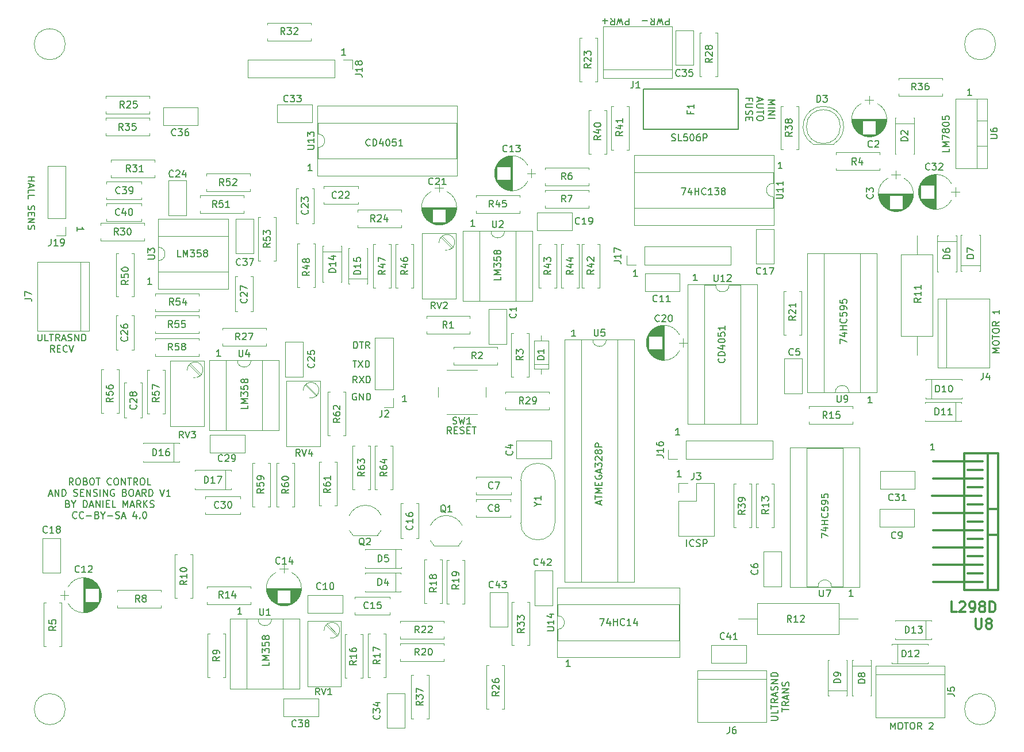
<source format=gbr>
G04 #@! TF.FileFunction,Legend,Top*
%FSLAX46Y46*%
G04 Gerber Fmt 4.6, Leading zero omitted, Abs format (unit mm)*
G04 Created by KiCad (PCBNEW 4.0.7) date 09/23/21 19:20:18*
%MOMM*%
%LPD*%
G01*
G04 APERTURE LIST*
%ADD10C,0.100000*%
%ADD11C,0.150000*%
%ADD12C,0.120000*%
%ADD13C,0.200000*%
%ADD14C,0.304800*%
G04 APERTURE END LIST*
D10*
D11*
X111537715Y-95702381D02*
X110966286Y-95702381D01*
X111252000Y-95702381D02*
X111252000Y-94702381D01*
X111156762Y-94845238D01*
X111061524Y-94940476D01*
X110966286Y-94988095D01*
X140024286Y-127652381D02*
X140690953Y-127652381D01*
X140262381Y-128652381D01*
X141500477Y-127985714D02*
X141500477Y-128652381D01*
X141262381Y-127604762D02*
X141024286Y-128319048D01*
X141643334Y-128319048D01*
X142024286Y-128652381D02*
X142024286Y-127652381D01*
X142024286Y-128128571D02*
X142595715Y-128128571D01*
X142595715Y-128652381D02*
X142595715Y-127652381D01*
X143643334Y-128557143D02*
X143595715Y-128604762D01*
X143452858Y-128652381D01*
X143357620Y-128652381D01*
X143214762Y-128604762D01*
X143119524Y-128509524D01*
X143071905Y-128414286D01*
X143024286Y-128223810D01*
X143024286Y-128080952D01*
X143071905Y-127890476D01*
X143119524Y-127795238D01*
X143214762Y-127700000D01*
X143357620Y-127652381D01*
X143452858Y-127652381D01*
X143595715Y-127700000D01*
X143643334Y-127747619D01*
X144595715Y-128652381D02*
X144024286Y-128652381D01*
X144310000Y-128652381D02*
X144310000Y-127652381D01*
X144214762Y-127795238D01*
X144119524Y-127890476D01*
X144024286Y-127938095D01*
X145452858Y-127985714D02*
X145452858Y-128652381D01*
X145214762Y-127604762D02*
X144976667Y-128319048D01*
X145595715Y-128319048D01*
X151965715Y-106752381D02*
X151394286Y-106752381D01*
X151680000Y-106752381D02*
X151680000Y-105752381D01*
X151584762Y-105895238D01*
X151489524Y-105990476D01*
X151394286Y-106038095D01*
X152803810Y-117022381D02*
X152803810Y-116022381D01*
X153851429Y-116927143D02*
X153803810Y-116974762D01*
X153660953Y-117022381D01*
X153565715Y-117022381D01*
X153422857Y-116974762D01*
X153327619Y-116879524D01*
X153280000Y-116784286D01*
X153232381Y-116593810D01*
X153232381Y-116450952D01*
X153280000Y-116260476D01*
X153327619Y-116165238D01*
X153422857Y-116070000D01*
X153565715Y-116022381D01*
X153660953Y-116022381D01*
X153803810Y-116070000D01*
X153851429Y-116117619D01*
X154232381Y-116974762D02*
X154375238Y-117022381D01*
X154613334Y-117022381D01*
X154708572Y-116974762D01*
X154756191Y-116927143D01*
X154803810Y-116831905D01*
X154803810Y-116736667D01*
X154756191Y-116641429D01*
X154708572Y-116593810D01*
X154613334Y-116546190D01*
X154422857Y-116498571D01*
X154327619Y-116450952D01*
X154280000Y-116403333D01*
X154232381Y-116308095D01*
X154232381Y-116212857D01*
X154280000Y-116117619D01*
X154327619Y-116070000D01*
X154422857Y-116022381D01*
X154660953Y-116022381D01*
X154803810Y-116070000D01*
X155232381Y-117022381D02*
X155232381Y-116022381D01*
X155613334Y-116022381D01*
X155708572Y-116070000D01*
X155756191Y-116117619D01*
X155803810Y-116212857D01*
X155803810Y-116355714D01*
X155756191Y-116450952D01*
X155708572Y-116498571D01*
X155613334Y-116546190D01*
X155232381Y-116546190D01*
X135625715Y-134702381D02*
X135054286Y-134702381D01*
X135340000Y-134702381D02*
X135340000Y-133702381D01*
X135244762Y-133845238D01*
X135149524Y-133940476D01*
X135054286Y-133988095D01*
X63047619Y-70535715D02*
X63047619Y-69964286D01*
X63047619Y-70250000D02*
X64047619Y-70250000D01*
X63904762Y-70154762D01*
X63809524Y-70059524D01*
X63761905Y-69964286D01*
X55787619Y-62576666D02*
X56787619Y-62576666D01*
X56311429Y-62576666D02*
X56311429Y-63148095D01*
X55787619Y-63148095D02*
X56787619Y-63148095D01*
X56073333Y-63576666D02*
X56073333Y-64052857D01*
X55787619Y-63481428D02*
X56787619Y-63814761D01*
X55787619Y-64148095D01*
X55787619Y-64957619D02*
X55787619Y-64481428D01*
X56787619Y-64481428D01*
X55787619Y-65767143D02*
X55787619Y-65290952D01*
X56787619Y-65290952D01*
X55835238Y-66814762D02*
X55787619Y-66957619D01*
X55787619Y-67195715D01*
X55835238Y-67290953D01*
X55882857Y-67338572D01*
X55978095Y-67386191D01*
X56073333Y-67386191D01*
X56168571Y-67338572D01*
X56216190Y-67290953D01*
X56263810Y-67195715D01*
X56311429Y-67005238D01*
X56359048Y-66910000D01*
X56406667Y-66862381D01*
X56501905Y-66814762D01*
X56597143Y-66814762D01*
X56692381Y-66862381D01*
X56740000Y-66910000D01*
X56787619Y-67005238D01*
X56787619Y-67243334D01*
X56740000Y-67386191D01*
X56311429Y-67814762D02*
X56311429Y-68148096D01*
X55787619Y-68290953D02*
X55787619Y-67814762D01*
X56787619Y-67814762D01*
X56787619Y-68290953D01*
X55787619Y-68719524D02*
X56787619Y-68719524D01*
X55787619Y-69290953D01*
X56787619Y-69290953D01*
X55835238Y-69719524D02*
X55787619Y-69862381D01*
X55787619Y-70100477D01*
X55835238Y-70195715D01*
X55882857Y-70243334D01*
X55978095Y-70290953D01*
X56073333Y-70290953D01*
X56168571Y-70243334D01*
X56216190Y-70195715D01*
X56263810Y-70100477D01*
X56311429Y-69910000D01*
X56359048Y-69814762D01*
X56406667Y-69767143D01*
X56501905Y-69719524D01*
X56597143Y-69719524D01*
X56692381Y-69767143D01*
X56740000Y-69814762D01*
X56787619Y-69910000D01*
X56787619Y-70148096D01*
X56740000Y-70290953D01*
X151745715Y-100592381D02*
X151174286Y-100592381D01*
X151460000Y-100592381D02*
X151460000Y-99592381D01*
X151364762Y-99735238D01*
X151269524Y-99830476D01*
X151174286Y-99878095D01*
X145545715Y-77232381D02*
X144974286Y-77232381D01*
X145260000Y-77232381D02*
X145260000Y-76232381D01*
X145164762Y-76375238D01*
X145069524Y-76470476D01*
X144974286Y-76518095D01*
X194745715Y-50512381D02*
X194174286Y-50512381D01*
X194460000Y-50512381D02*
X194460000Y-49512381D01*
X194364762Y-49655238D01*
X194269524Y-49750476D01*
X194174286Y-49798095D01*
X189295715Y-102822381D02*
X188724286Y-102822381D01*
X189010000Y-102822381D02*
X189010000Y-101822381D01*
X188914762Y-101965238D01*
X188819524Y-102060476D01*
X188724286Y-102108095D01*
X177295715Y-124352381D02*
X176724286Y-124352381D01*
X177010000Y-124352381D02*
X177010000Y-123352381D01*
X176914762Y-123495238D01*
X176819524Y-123590476D01*
X176724286Y-123638095D01*
X180075715Y-95872381D02*
X179504286Y-95872381D01*
X179790000Y-95872381D02*
X179790000Y-94872381D01*
X179694762Y-95015238D01*
X179599524Y-95110476D01*
X179504286Y-95158095D01*
X136429715Y-86050381D02*
X135858286Y-86050381D01*
X136144000Y-86050381D02*
X136144000Y-85050381D01*
X136048762Y-85193238D01*
X135953524Y-85288476D01*
X135858286Y-85336095D01*
X154345715Y-77842381D02*
X153774286Y-77842381D01*
X154060000Y-77842381D02*
X154060000Y-76842381D01*
X153964762Y-76985238D01*
X153869524Y-77080476D01*
X153774286Y-77128095D01*
X102575715Y-44602381D02*
X102004286Y-44602381D01*
X102290000Y-44602381D02*
X102290000Y-43602381D01*
X102194762Y-43745238D01*
X102099524Y-43840476D01*
X102004286Y-43888095D01*
X166845715Y-61332381D02*
X166274286Y-61332381D01*
X166560000Y-61332381D02*
X166560000Y-60332381D01*
X166464762Y-60475238D01*
X166369524Y-60570476D01*
X166274286Y-60618095D01*
X97635715Y-61642381D02*
X97064286Y-61642381D01*
X97350000Y-61642381D02*
X97350000Y-60642381D01*
X97254762Y-60785238D01*
X97159524Y-60880476D01*
X97064286Y-60928095D01*
X121595715Y-69832381D02*
X121024286Y-69832381D01*
X121310000Y-69832381D02*
X121310000Y-68832381D01*
X121214762Y-68975238D01*
X121119524Y-69070476D01*
X121024286Y-69118095D01*
X87265715Y-127022381D02*
X86694286Y-127022381D01*
X86980000Y-127022381D02*
X86980000Y-126022381D01*
X86884762Y-126165238D01*
X86789524Y-126260476D01*
X86694286Y-126308095D01*
X84145715Y-88982381D02*
X83574286Y-88982381D01*
X83860000Y-88982381D02*
X83860000Y-87982381D01*
X83764762Y-88125238D01*
X83669524Y-88220476D01*
X83574286Y-88268095D01*
X74015715Y-78372381D02*
X73444286Y-78372381D01*
X73730000Y-78372381D02*
X73730000Y-77372381D01*
X73634762Y-77515238D01*
X73539524Y-77610476D01*
X73444286Y-77658095D01*
X150192762Y-39171619D02*
X150192762Y-40171619D01*
X149811809Y-40171619D01*
X149716571Y-40124000D01*
X149668952Y-40076381D01*
X149621333Y-39981143D01*
X149621333Y-39838286D01*
X149668952Y-39743048D01*
X149716571Y-39695429D01*
X149811809Y-39647810D01*
X150192762Y-39647810D01*
X149288000Y-40171619D02*
X149049905Y-39171619D01*
X148859428Y-39885905D01*
X148668952Y-39171619D01*
X148430857Y-40171619D01*
X147478476Y-39171619D02*
X147811810Y-39647810D01*
X148049905Y-39171619D02*
X148049905Y-40171619D01*
X147668952Y-40171619D01*
X147573714Y-40124000D01*
X147526095Y-40076381D01*
X147478476Y-39981143D01*
X147478476Y-39838286D01*
X147526095Y-39743048D01*
X147573714Y-39695429D01*
X147668952Y-39647810D01*
X148049905Y-39647810D01*
X147049905Y-39552571D02*
X146288000Y-39552571D01*
X144288000Y-39171619D02*
X144288000Y-40171619D01*
X143907047Y-40171619D01*
X143811809Y-40124000D01*
X143764190Y-40076381D01*
X143716571Y-39981143D01*
X143716571Y-39838286D01*
X143764190Y-39743048D01*
X143811809Y-39695429D01*
X143907047Y-39647810D01*
X144288000Y-39647810D01*
X143383238Y-40171619D02*
X143145143Y-39171619D01*
X142954666Y-39885905D01*
X142764190Y-39171619D01*
X142526095Y-40171619D01*
X141573714Y-39171619D02*
X141907048Y-39647810D01*
X142145143Y-39171619D02*
X142145143Y-40171619D01*
X141764190Y-40171619D01*
X141668952Y-40124000D01*
X141621333Y-40076381D01*
X141573714Y-39981143D01*
X141573714Y-39838286D01*
X141621333Y-39743048D01*
X141668952Y-39695429D01*
X141764190Y-39647810D01*
X142145143Y-39647810D01*
X141145143Y-39552571D02*
X140383238Y-39552571D01*
X140764190Y-39171619D02*
X140764190Y-39933524D01*
X182808952Y-143962381D02*
X182808952Y-142962381D01*
X183142286Y-143676667D01*
X183475619Y-142962381D01*
X183475619Y-143962381D01*
X184142285Y-142962381D02*
X184332762Y-142962381D01*
X184428000Y-143010000D01*
X184523238Y-143105238D01*
X184570857Y-143295714D01*
X184570857Y-143629048D01*
X184523238Y-143819524D01*
X184428000Y-143914762D01*
X184332762Y-143962381D01*
X184142285Y-143962381D01*
X184047047Y-143914762D01*
X183951809Y-143819524D01*
X183904190Y-143629048D01*
X183904190Y-143295714D01*
X183951809Y-143105238D01*
X184047047Y-143010000D01*
X184142285Y-142962381D01*
X184856571Y-142962381D02*
X185428000Y-142962381D01*
X185142285Y-143962381D02*
X185142285Y-142962381D01*
X185951809Y-142962381D02*
X186142286Y-142962381D01*
X186237524Y-143010000D01*
X186332762Y-143105238D01*
X186380381Y-143295714D01*
X186380381Y-143629048D01*
X186332762Y-143819524D01*
X186237524Y-143914762D01*
X186142286Y-143962381D01*
X185951809Y-143962381D01*
X185856571Y-143914762D01*
X185761333Y-143819524D01*
X185713714Y-143629048D01*
X185713714Y-143295714D01*
X185761333Y-143105238D01*
X185856571Y-143010000D01*
X185951809Y-142962381D01*
X187380381Y-143962381D02*
X187047047Y-143486190D01*
X186808952Y-143962381D02*
X186808952Y-142962381D01*
X187189905Y-142962381D01*
X187285143Y-143010000D01*
X187332762Y-143057619D01*
X187380381Y-143152857D01*
X187380381Y-143295714D01*
X187332762Y-143390952D01*
X187285143Y-143438571D01*
X187189905Y-143486190D01*
X186808952Y-143486190D01*
X188523238Y-143057619D02*
X188570857Y-143010000D01*
X188666095Y-142962381D01*
X188904191Y-142962381D01*
X188999429Y-143010000D01*
X189047048Y-143057619D01*
X189094667Y-143152857D01*
X189094667Y-143248095D01*
X189047048Y-143390952D01*
X188475619Y-143962381D01*
X189094667Y-143962381D01*
X198826381Y-88463048D02*
X197826381Y-88463048D01*
X198540667Y-88129714D01*
X197826381Y-87796381D01*
X198826381Y-87796381D01*
X197826381Y-87129715D02*
X197826381Y-86939238D01*
X197874000Y-86844000D01*
X197969238Y-86748762D01*
X198159714Y-86701143D01*
X198493048Y-86701143D01*
X198683524Y-86748762D01*
X198778762Y-86844000D01*
X198826381Y-86939238D01*
X198826381Y-87129715D01*
X198778762Y-87224953D01*
X198683524Y-87320191D01*
X198493048Y-87367810D01*
X198159714Y-87367810D01*
X197969238Y-87320191D01*
X197874000Y-87224953D01*
X197826381Y-87129715D01*
X197826381Y-86415429D02*
X197826381Y-85844000D01*
X198826381Y-86129715D02*
X197826381Y-86129715D01*
X197826381Y-85320191D02*
X197826381Y-85129714D01*
X197874000Y-85034476D01*
X197969238Y-84939238D01*
X198159714Y-84891619D01*
X198493048Y-84891619D01*
X198683524Y-84939238D01*
X198778762Y-85034476D01*
X198826381Y-85129714D01*
X198826381Y-85320191D01*
X198778762Y-85415429D01*
X198683524Y-85510667D01*
X198493048Y-85558286D01*
X198159714Y-85558286D01*
X197969238Y-85510667D01*
X197874000Y-85415429D01*
X197826381Y-85320191D01*
X198826381Y-83891619D02*
X198350190Y-84224953D01*
X198826381Y-84463048D02*
X197826381Y-84463048D01*
X197826381Y-84082095D01*
X197874000Y-83986857D01*
X197921619Y-83939238D01*
X198016857Y-83891619D01*
X198159714Y-83891619D01*
X198254952Y-83939238D01*
X198302571Y-83986857D01*
X198350190Y-84082095D01*
X198350190Y-84463048D01*
X198826381Y-82177333D02*
X198826381Y-82748762D01*
X198826381Y-82463048D02*
X197826381Y-82463048D01*
X197969238Y-82558286D01*
X198064476Y-82653524D01*
X198112095Y-82748762D01*
X62460857Y-107959381D02*
X62127523Y-107483190D01*
X61889428Y-107959381D02*
X61889428Y-106959381D01*
X62270381Y-106959381D01*
X62365619Y-107007000D01*
X62413238Y-107054619D01*
X62460857Y-107149857D01*
X62460857Y-107292714D01*
X62413238Y-107387952D01*
X62365619Y-107435571D01*
X62270381Y-107483190D01*
X61889428Y-107483190D01*
X63079904Y-106959381D02*
X63270381Y-106959381D01*
X63365619Y-107007000D01*
X63460857Y-107102238D01*
X63508476Y-107292714D01*
X63508476Y-107626048D01*
X63460857Y-107816524D01*
X63365619Y-107911762D01*
X63270381Y-107959381D01*
X63079904Y-107959381D01*
X62984666Y-107911762D01*
X62889428Y-107816524D01*
X62841809Y-107626048D01*
X62841809Y-107292714D01*
X62889428Y-107102238D01*
X62984666Y-107007000D01*
X63079904Y-106959381D01*
X64270381Y-107435571D02*
X64413238Y-107483190D01*
X64460857Y-107530810D01*
X64508476Y-107626048D01*
X64508476Y-107768905D01*
X64460857Y-107864143D01*
X64413238Y-107911762D01*
X64318000Y-107959381D01*
X63937047Y-107959381D01*
X63937047Y-106959381D01*
X64270381Y-106959381D01*
X64365619Y-107007000D01*
X64413238Y-107054619D01*
X64460857Y-107149857D01*
X64460857Y-107245095D01*
X64413238Y-107340333D01*
X64365619Y-107387952D01*
X64270381Y-107435571D01*
X63937047Y-107435571D01*
X65127523Y-106959381D02*
X65318000Y-106959381D01*
X65413238Y-107007000D01*
X65508476Y-107102238D01*
X65556095Y-107292714D01*
X65556095Y-107626048D01*
X65508476Y-107816524D01*
X65413238Y-107911762D01*
X65318000Y-107959381D01*
X65127523Y-107959381D01*
X65032285Y-107911762D01*
X64937047Y-107816524D01*
X64889428Y-107626048D01*
X64889428Y-107292714D01*
X64937047Y-107102238D01*
X65032285Y-107007000D01*
X65127523Y-106959381D01*
X65841809Y-106959381D02*
X66413238Y-106959381D01*
X66127523Y-107959381D02*
X66127523Y-106959381D01*
X68079905Y-107864143D02*
X68032286Y-107911762D01*
X67889429Y-107959381D01*
X67794191Y-107959381D01*
X67651333Y-107911762D01*
X67556095Y-107816524D01*
X67508476Y-107721286D01*
X67460857Y-107530810D01*
X67460857Y-107387952D01*
X67508476Y-107197476D01*
X67556095Y-107102238D01*
X67651333Y-107007000D01*
X67794191Y-106959381D01*
X67889429Y-106959381D01*
X68032286Y-107007000D01*
X68079905Y-107054619D01*
X68698952Y-106959381D02*
X68889429Y-106959381D01*
X68984667Y-107007000D01*
X69079905Y-107102238D01*
X69127524Y-107292714D01*
X69127524Y-107626048D01*
X69079905Y-107816524D01*
X68984667Y-107911762D01*
X68889429Y-107959381D01*
X68698952Y-107959381D01*
X68603714Y-107911762D01*
X68508476Y-107816524D01*
X68460857Y-107626048D01*
X68460857Y-107292714D01*
X68508476Y-107102238D01*
X68603714Y-107007000D01*
X68698952Y-106959381D01*
X69556095Y-107959381D02*
X69556095Y-106959381D01*
X70127524Y-107959381D01*
X70127524Y-106959381D01*
X70460857Y-106959381D02*
X71032286Y-106959381D01*
X70746571Y-107959381D02*
X70746571Y-106959381D01*
X71937048Y-107959381D02*
X71603714Y-107483190D01*
X71365619Y-107959381D02*
X71365619Y-106959381D01*
X71746572Y-106959381D01*
X71841810Y-107007000D01*
X71889429Y-107054619D01*
X71937048Y-107149857D01*
X71937048Y-107292714D01*
X71889429Y-107387952D01*
X71841810Y-107435571D01*
X71746572Y-107483190D01*
X71365619Y-107483190D01*
X72556095Y-106959381D02*
X72746572Y-106959381D01*
X72841810Y-107007000D01*
X72937048Y-107102238D01*
X72984667Y-107292714D01*
X72984667Y-107626048D01*
X72937048Y-107816524D01*
X72841810Y-107911762D01*
X72746572Y-107959381D01*
X72556095Y-107959381D01*
X72460857Y-107911762D01*
X72365619Y-107816524D01*
X72318000Y-107626048D01*
X72318000Y-107292714D01*
X72365619Y-107102238D01*
X72460857Y-107007000D01*
X72556095Y-106959381D01*
X73889429Y-107959381D02*
X73413238Y-107959381D01*
X73413238Y-106959381D01*
X58865619Y-109323667D02*
X59341810Y-109323667D01*
X58770381Y-109609381D02*
X59103714Y-108609381D01*
X59437048Y-109609381D01*
X59770381Y-109609381D02*
X59770381Y-108609381D01*
X60341810Y-109609381D01*
X60341810Y-108609381D01*
X60818000Y-109609381D02*
X60818000Y-108609381D01*
X61056095Y-108609381D01*
X61198953Y-108657000D01*
X61294191Y-108752238D01*
X61341810Y-108847476D01*
X61389429Y-109037952D01*
X61389429Y-109180810D01*
X61341810Y-109371286D01*
X61294191Y-109466524D01*
X61198953Y-109561762D01*
X61056095Y-109609381D01*
X60818000Y-109609381D01*
X62532286Y-109561762D02*
X62675143Y-109609381D01*
X62913239Y-109609381D01*
X63008477Y-109561762D01*
X63056096Y-109514143D01*
X63103715Y-109418905D01*
X63103715Y-109323667D01*
X63056096Y-109228429D01*
X63008477Y-109180810D01*
X62913239Y-109133190D01*
X62722762Y-109085571D01*
X62627524Y-109037952D01*
X62579905Y-108990333D01*
X62532286Y-108895095D01*
X62532286Y-108799857D01*
X62579905Y-108704619D01*
X62627524Y-108657000D01*
X62722762Y-108609381D01*
X62960858Y-108609381D01*
X63103715Y-108657000D01*
X63532286Y-109085571D02*
X63865620Y-109085571D01*
X64008477Y-109609381D02*
X63532286Y-109609381D01*
X63532286Y-108609381D01*
X64008477Y-108609381D01*
X64437048Y-109609381D02*
X64437048Y-108609381D01*
X65008477Y-109609381D01*
X65008477Y-108609381D01*
X65437048Y-109561762D02*
X65579905Y-109609381D01*
X65818001Y-109609381D01*
X65913239Y-109561762D01*
X65960858Y-109514143D01*
X66008477Y-109418905D01*
X66008477Y-109323667D01*
X65960858Y-109228429D01*
X65913239Y-109180810D01*
X65818001Y-109133190D01*
X65627524Y-109085571D01*
X65532286Y-109037952D01*
X65484667Y-108990333D01*
X65437048Y-108895095D01*
X65437048Y-108799857D01*
X65484667Y-108704619D01*
X65532286Y-108657000D01*
X65627524Y-108609381D01*
X65865620Y-108609381D01*
X66008477Y-108657000D01*
X66437048Y-109609381D02*
X66437048Y-108609381D01*
X66913238Y-109609381D02*
X66913238Y-108609381D01*
X67484667Y-109609381D01*
X67484667Y-108609381D01*
X68484667Y-108657000D02*
X68389429Y-108609381D01*
X68246572Y-108609381D01*
X68103714Y-108657000D01*
X68008476Y-108752238D01*
X67960857Y-108847476D01*
X67913238Y-109037952D01*
X67913238Y-109180810D01*
X67960857Y-109371286D01*
X68008476Y-109466524D01*
X68103714Y-109561762D01*
X68246572Y-109609381D01*
X68341810Y-109609381D01*
X68484667Y-109561762D01*
X68532286Y-109514143D01*
X68532286Y-109180810D01*
X68341810Y-109180810D01*
X70056096Y-109085571D02*
X70198953Y-109133190D01*
X70246572Y-109180810D01*
X70294191Y-109276048D01*
X70294191Y-109418905D01*
X70246572Y-109514143D01*
X70198953Y-109561762D01*
X70103715Y-109609381D01*
X69722762Y-109609381D01*
X69722762Y-108609381D01*
X70056096Y-108609381D01*
X70151334Y-108657000D01*
X70198953Y-108704619D01*
X70246572Y-108799857D01*
X70246572Y-108895095D01*
X70198953Y-108990333D01*
X70151334Y-109037952D01*
X70056096Y-109085571D01*
X69722762Y-109085571D01*
X70913238Y-108609381D02*
X71103715Y-108609381D01*
X71198953Y-108657000D01*
X71294191Y-108752238D01*
X71341810Y-108942714D01*
X71341810Y-109276048D01*
X71294191Y-109466524D01*
X71198953Y-109561762D01*
X71103715Y-109609381D01*
X70913238Y-109609381D01*
X70818000Y-109561762D01*
X70722762Y-109466524D01*
X70675143Y-109276048D01*
X70675143Y-108942714D01*
X70722762Y-108752238D01*
X70818000Y-108657000D01*
X70913238Y-108609381D01*
X71722762Y-109323667D02*
X72198953Y-109323667D01*
X71627524Y-109609381D02*
X71960857Y-108609381D01*
X72294191Y-109609381D01*
X73198953Y-109609381D02*
X72865619Y-109133190D01*
X72627524Y-109609381D02*
X72627524Y-108609381D01*
X73008477Y-108609381D01*
X73103715Y-108657000D01*
X73151334Y-108704619D01*
X73198953Y-108799857D01*
X73198953Y-108942714D01*
X73151334Y-109037952D01*
X73103715Y-109085571D01*
X73008477Y-109133190D01*
X72627524Y-109133190D01*
X73627524Y-109609381D02*
X73627524Y-108609381D01*
X73865619Y-108609381D01*
X74008477Y-108657000D01*
X74103715Y-108752238D01*
X74151334Y-108847476D01*
X74198953Y-109037952D01*
X74198953Y-109180810D01*
X74151334Y-109371286D01*
X74103715Y-109466524D01*
X74008477Y-109561762D01*
X73865619Y-109609381D01*
X73627524Y-109609381D01*
X75246572Y-108609381D02*
X75579905Y-109609381D01*
X75913239Y-108609381D01*
X76770382Y-109609381D02*
X76198953Y-109609381D01*
X76484667Y-109609381D02*
X76484667Y-108609381D01*
X76389429Y-108752238D01*
X76294191Y-108847476D01*
X76198953Y-108895095D01*
X61675143Y-110735571D02*
X61818000Y-110783190D01*
X61865619Y-110830810D01*
X61913238Y-110926048D01*
X61913238Y-111068905D01*
X61865619Y-111164143D01*
X61818000Y-111211762D01*
X61722762Y-111259381D01*
X61341809Y-111259381D01*
X61341809Y-110259381D01*
X61675143Y-110259381D01*
X61770381Y-110307000D01*
X61818000Y-110354619D01*
X61865619Y-110449857D01*
X61865619Y-110545095D01*
X61818000Y-110640333D01*
X61770381Y-110687952D01*
X61675143Y-110735571D01*
X61341809Y-110735571D01*
X62532285Y-110783190D02*
X62532285Y-111259381D01*
X62198952Y-110259381D02*
X62532285Y-110783190D01*
X62865619Y-110259381D01*
X63960857Y-111259381D02*
X63960857Y-110259381D01*
X64198952Y-110259381D01*
X64341810Y-110307000D01*
X64437048Y-110402238D01*
X64484667Y-110497476D01*
X64532286Y-110687952D01*
X64532286Y-110830810D01*
X64484667Y-111021286D01*
X64437048Y-111116524D01*
X64341810Y-111211762D01*
X64198952Y-111259381D01*
X63960857Y-111259381D01*
X64913238Y-110973667D02*
X65389429Y-110973667D01*
X64818000Y-111259381D02*
X65151333Y-110259381D01*
X65484667Y-111259381D01*
X65818000Y-111259381D02*
X65818000Y-110259381D01*
X66389429Y-111259381D01*
X66389429Y-110259381D01*
X66865619Y-111259381D02*
X66865619Y-110259381D01*
X67341809Y-110735571D02*
X67675143Y-110735571D01*
X67818000Y-111259381D02*
X67341809Y-111259381D01*
X67341809Y-110259381D01*
X67818000Y-110259381D01*
X68722762Y-111259381D02*
X68246571Y-111259381D01*
X68246571Y-110259381D01*
X69818000Y-111259381D02*
X69818000Y-110259381D01*
X70151334Y-110973667D01*
X70484667Y-110259381D01*
X70484667Y-111259381D01*
X70913238Y-110973667D02*
X71389429Y-110973667D01*
X70818000Y-111259381D02*
X71151333Y-110259381D01*
X71484667Y-111259381D01*
X72389429Y-111259381D02*
X72056095Y-110783190D01*
X71818000Y-111259381D02*
X71818000Y-110259381D01*
X72198953Y-110259381D01*
X72294191Y-110307000D01*
X72341810Y-110354619D01*
X72389429Y-110449857D01*
X72389429Y-110592714D01*
X72341810Y-110687952D01*
X72294191Y-110735571D01*
X72198953Y-110783190D01*
X71818000Y-110783190D01*
X72818000Y-111259381D02*
X72818000Y-110259381D01*
X73389429Y-111259381D02*
X72960857Y-110687952D01*
X73389429Y-110259381D02*
X72818000Y-110830810D01*
X73770381Y-111211762D02*
X73913238Y-111259381D01*
X74151334Y-111259381D01*
X74246572Y-111211762D01*
X74294191Y-111164143D01*
X74341810Y-111068905D01*
X74341810Y-110973667D01*
X74294191Y-110878429D01*
X74246572Y-110830810D01*
X74151334Y-110783190D01*
X73960857Y-110735571D01*
X73865619Y-110687952D01*
X73818000Y-110640333D01*
X73770381Y-110545095D01*
X73770381Y-110449857D01*
X73818000Y-110354619D01*
X73865619Y-110307000D01*
X73960857Y-110259381D01*
X74198953Y-110259381D01*
X74341810Y-110307000D01*
X62984667Y-112814143D02*
X62937048Y-112861762D01*
X62794191Y-112909381D01*
X62698953Y-112909381D01*
X62556095Y-112861762D01*
X62460857Y-112766524D01*
X62413238Y-112671286D01*
X62365619Y-112480810D01*
X62365619Y-112337952D01*
X62413238Y-112147476D01*
X62460857Y-112052238D01*
X62556095Y-111957000D01*
X62698953Y-111909381D01*
X62794191Y-111909381D01*
X62937048Y-111957000D01*
X62984667Y-112004619D01*
X63984667Y-112814143D02*
X63937048Y-112861762D01*
X63794191Y-112909381D01*
X63698953Y-112909381D01*
X63556095Y-112861762D01*
X63460857Y-112766524D01*
X63413238Y-112671286D01*
X63365619Y-112480810D01*
X63365619Y-112337952D01*
X63413238Y-112147476D01*
X63460857Y-112052238D01*
X63556095Y-111957000D01*
X63698953Y-111909381D01*
X63794191Y-111909381D01*
X63937048Y-111957000D01*
X63984667Y-112004619D01*
X64413238Y-112528429D02*
X65175143Y-112528429D01*
X65984667Y-112385571D02*
X66127524Y-112433190D01*
X66175143Y-112480810D01*
X66222762Y-112576048D01*
X66222762Y-112718905D01*
X66175143Y-112814143D01*
X66127524Y-112861762D01*
X66032286Y-112909381D01*
X65651333Y-112909381D01*
X65651333Y-111909381D01*
X65984667Y-111909381D01*
X66079905Y-111957000D01*
X66127524Y-112004619D01*
X66175143Y-112099857D01*
X66175143Y-112195095D01*
X66127524Y-112290333D01*
X66079905Y-112337952D01*
X65984667Y-112385571D01*
X65651333Y-112385571D01*
X66841809Y-112433190D02*
X66841809Y-112909381D01*
X66508476Y-111909381D02*
X66841809Y-112433190D01*
X67175143Y-111909381D01*
X67508476Y-112528429D02*
X68270381Y-112528429D01*
X68698952Y-112861762D02*
X68841809Y-112909381D01*
X69079905Y-112909381D01*
X69175143Y-112861762D01*
X69222762Y-112814143D01*
X69270381Y-112718905D01*
X69270381Y-112623667D01*
X69222762Y-112528429D01*
X69175143Y-112480810D01*
X69079905Y-112433190D01*
X68889428Y-112385571D01*
X68794190Y-112337952D01*
X68746571Y-112290333D01*
X68698952Y-112195095D01*
X68698952Y-112099857D01*
X68746571Y-112004619D01*
X68794190Y-111957000D01*
X68889428Y-111909381D01*
X69127524Y-111909381D01*
X69270381Y-111957000D01*
X69651333Y-112623667D02*
X70127524Y-112623667D01*
X69556095Y-112909381D02*
X69889428Y-111909381D01*
X70222762Y-112909381D01*
X71746572Y-112242714D02*
X71746572Y-112909381D01*
X71508476Y-111861762D02*
X71270381Y-112576048D01*
X71889429Y-112576048D01*
X72270381Y-112814143D02*
X72318000Y-112861762D01*
X72270381Y-112909381D01*
X72222762Y-112861762D01*
X72270381Y-112814143D01*
X72270381Y-112909381D01*
X72937047Y-111909381D02*
X73032286Y-111909381D01*
X73127524Y-111957000D01*
X73175143Y-112004619D01*
X73222762Y-112099857D01*
X73270381Y-112290333D01*
X73270381Y-112528429D01*
X73222762Y-112718905D01*
X73175143Y-112814143D01*
X73127524Y-112861762D01*
X73032286Y-112909381D01*
X72937047Y-112909381D01*
X72841809Y-112861762D01*
X72794190Y-112814143D01*
X72746571Y-112718905D01*
X72698952Y-112528429D01*
X72698952Y-112290333D01*
X72746571Y-112099857D01*
X72794190Y-112004619D01*
X72841809Y-111957000D01*
X72937047Y-111909381D01*
X103759143Y-87828381D02*
X103759143Y-86828381D01*
X103997238Y-86828381D01*
X104140096Y-86876000D01*
X104235334Y-86971238D01*
X104282953Y-87066476D01*
X104330572Y-87256952D01*
X104330572Y-87399810D01*
X104282953Y-87590286D01*
X104235334Y-87685524D01*
X104140096Y-87780762D01*
X103997238Y-87828381D01*
X103759143Y-87828381D01*
X104616286Y-86828381D02*
X105187715Y-86828381D01*
X104902000Y-87828381D02*
X104902000Y-86828381D01*
X106092477Y-87828381D02*
X105759143Y-87352190D01*
X105521048Y-87828381D02*
X105521048Y-86828381D01*
X105902001Y-86828381D01*
X105997239Y-86876000D01*
X106044858Y-86923619D01*
X106092477Y-87018857D01*
X106092477Y-87161714D01*
X106044858Y-87256952D01*
X105997239Y-87304571D01*
X105902001Y-87352190D01*
X105521048Y-87352190D01*
X104140096Y-94496000D02*
X104044858Y-94448381D01*
X103902001Y-94448381D01*
X103759143Y-94496000D01*
X103663905Y-94591238D01*
X103616286Y-94686476D01*
X103568667Y-94876952D01*
X103568667Y-95019810D01*
X103616286Y-95210286D01*
X103663905Y-95305524D01*
X103759143Y-95400762D01*
X103902001Y-95448381D01*
X103997239Y-95448381D01*
X104140096Y-95400762D01*
X104187715Y-95353143D01*
X104187715Y-95019810D01*
X103997239Y-95019810D01*
X104616286Y-95448381D02*
X104616286Y-94448381D01*
X105187715Y-95448381D01*
X105187715Y-94448381D01*
X105663905Y-95448381D02*
X105663905Y-94448381D01*
X105902000Y-94448381D01*
X106044858Y-94496000D01*
X106140096Y-94591238D01*
X106187715Y-94686476D01*
X106235334Y-94876952D01*
X106235334Y-95019810D01*
X106187715Y-95210286D01*
X106140096Y-95305524D01*
X106044858Y-95400762D01*
X105902000Y-95448381D01*
X105663905Y-95448381D01*
X104235334Y-92908381D02*
X103902000Y-92432190D01*
X103663905Y-92908381D02*
X103663905Y-91908381D01*
X104044858Y-91908381D01*
X104140096Y-91956000D01*
X104187715Y-92003619D01*
X104235334Y-92098857D01*
X104235334Y-92241714D01*
X104187715Y-92336952D01*
X104140096Y-92384571D01*
X104044858Y-92432190D01*
X103663905Y-92432190D01*
X104568667Y-91908381D02*
X105235334Y-92908381D01*
X105235334Y-91908381D02*
X104568667Y-92908381D01*
X105616286Y-92908381D02*
X105616286Y-91908381D01*
X105854381Y-91908381D01*
X105997239Y-91956000D01*
X106092477Y-92051238D01*
X106140096Y-92146476D01*
X106187715Y-92336952D01*
X106187715Y-92479810D01*
X106140096Y-92670286D01*
X106092477Y-92765524D01*
X105997239Y-92860762D01*
X105854381Y-92908381D01*
X105616286Y-92908381D01*
X103640095Y-89622381D02*
X104211524Y-89622381D01*
X103925809Y-90622381D02*
X103925809Y-89622381D01*
X104449619Y-89622381D02*
X105116286Y-90622381D01*
X105116286Y-89622381D02*
X104449619Y-90622381D01*
X105497238Y-90622381D02*
X105497238Y-89622381D01*
X105735333Y-89622381D01*
X105878191Y-89670000D01*
X105973429Y-89765238D01*
X106021048Y-89860476D01*
X106068667Y-90050952D01*
X106068667Y-90193810D01*
X106021048Y-90384286D01*
X105973429Y-90479524D01*
X105878191Y-90574762D01*
X105735333Y-90622381D01*
X105497238Y-90622381D01*
X118157619Y-100402381D02*
X117824285Y-99926190D01*
X117586190Y-100402381D02*
X117586190Y-99402381D01*
X117967143Y-99402381D01*
X118062381Y-99450000D01*
X118110000Y-99497619D01*
X118157619Y-99592857D01*
X118157619Y-99735714D01*
X118110000Y-99830952D01*
X118062381Y-99878571D01*
X117967143Y-99926190D01*
X117586190Y-99926190D01*
X118586190Y-99878571D02*
X118919524Y-99878571D01*
X119062381Y-100402381D02*
X118586190Y-100402381D01*
X118586190Y-99402381D01*
X119062381Y-99402381D01*
X119443333Y-100354762D02*
X119586190Y-100402381D01*
X119824286Y-100402381D01*
X119919524Y-100354762D01*
X119967143Y-100307143D01*
X120014762Y-100211905D01*
X120014762Y-100116667D01*
X119967143Y-100021429D01*
X119919524Y-99973810D01*
X119824286Y-99926190D01*
X119633809Y-99878571D01*
X119538571Y-99830952D01*
X119490952Y-99783333D01*
X119443333Y-99688095D01*
X119443333Y-99592857D01*
X119490952Y-99497619D01*
X119538571Y-99450000D01*
X119633809Y-99402381D01*
X119871905Y-99402381D01*
X120014762Y-99450000D01*
X120443333Y-99878571D02*
X120776667Y-99878571D01*
X120919524Y-100402381D02*
X120443333Y-100402381D01*
X120443333Y-99402381D01*
X120919524Y-99402381D01*
X121205238Y-99402381D02*
X121776667Y-99402381D01*
X121490952Y-100402381D02*
X121490952Y-99402381D01*
X57250000Y-85727381D02*
X57250000Y-86536905D01*
X57297619Y-86632143D01*
X57345238Y-86679762D01*
X57440476Y-86727381D01*
X57630953Y-86727381D01*
X57726191Y-86679762D01*
X57773810Y-86632143D01*
X57821429Y-86536905D01*
X57821429Y-85727381D01*
X58773810Y-86727381D02*
X58297619Y-86727381D01*
X58297619Y-85727381D01*
X58964286Y-85727381D02*
X59535715Y-85727381D01*
X59250000Y-86727381D02*
X59250000Y-85727381D01*
X60440477Y-86727381D02*
X60107143Y-86251190D01*
X59869048Y-86727381D02*
X59869048Y-85727381D01*
X60250001Y-85727381D01*
X60345239Y-85775000D01*
X60392858Y-85822619D01*
X60440477Y-85917857D01*
X60440477Y-86060714D01*
X60392858Y-86155952D01*
X60345239Y-86203571D01*
X60250001Y-86251190D01*
X59869048Y-86251190D01*
X60821429Y-86441667D02*
X61297620Y-86441667D01*
X60726191Y-86727381D02*
X61059524Y-85727381D01*
X61392858Y-86727381D01*
X61678572Y-86679762D02*
X61821429Y-86727381D01*
X62059525Y-86727381D01*
X62154763Y-86679762D01*
X62202382Y-86632143D01*
X62250001Y-86536905D01*
X62250001Y-86441667D01*
X62202382Y-86346429D01*
X62154763Y-86298810D01*
X62059525Y-86251190D01*
X61869048Y-86203571D01*
X61773810Y-86155952D01*
X61726191Y-86108333D01*
X61678572Y-86013095D01*
X61678572Y-85917857D01*
X61726191Y-85822619D01*
X61773810Y-85775000D01*
X61869048Y-85727381D01*
X62107144Y-85727381D01*
X62250001Y-85775000D01*
X62678572Y-86727381D02*
X62678572Y-85727381D01*
X63250001Y-86727381D01*
X63250001Y-85727381D01*
X63726191Y-86727381D02*
X63726191Y-85727381D01*
X63964286Y-85727381D01*
X64107144Y-85775000D01*
X64202382Y-85870238D01*
X64250001Y-85965476D01*
X64297620Y-86155952D01*
X64297620Y-86298810D01*
X64250001Y-86489286D01*
X64202382Y-86584524D01*
X64107144Y-86679762D01*
X63964286Y-86727381D01*
X63726191Y-86727381D01*
X59678572Y-88377381D02*
X59345238Y-87901190D01*
X59107143Y-88377381D02*
X59107143Y-87377381D01*
X59488096Y-87377381D01*
X59583334Y-87425000D01*
X59630953Y-87472619D01*
X59678572Y-87567857D01*
X59678572Y-87710714D01*
X59630953Y-87805952D01*
X59583334Y-87853571D01*
X59488096Y-87901190D01*
X59107143Y-87901190D01*
X60107143Y-87853571D02*
X60440477Y-87853571D01*
X60583334Y-88377381D02*
X60107143Y-88377381D01*
X60107143Y-87377381D01*
X60583334Y-87377381D01*
X61583334Y-88282143D02*
X61535715Y-88329762D01*
X61392858Y-88377381D01*
X61297620Y-88377381D01*
X61154762Y-88329762D01*
X61059524Y-88234524D01*
X61011905Y-88139286D01*
X60964286Y-87948810D01*
X60964286Y-87805952D01*
X61011905Y-87615476D01*
X61059524Y-87520238D01*
X61154762Y-87425000D01*
X61297620Y-87377381D01*
X61392858Y-87377381D01*
X61535715Y-87425000D01*
X61583334Y-87472619D01*
X61869048Y-87377381D02*
X62202381Y-88377381D01*
X62535715Y-87377381D01*
X165197381Y-142640000D02*
X166006905Y-142640000D01*
X166102143Y-142592381D01*
X166149762Y-142544762D01*
X166197381Y-142449524D01*
X166197381Y-142259047D01*
X166149762Y-142163809D01*
X166102143Y-142116190D01*
X166006905Y-142068571D01*
X165197381Y-142068571D01*
X166197381Y-141116190D02*
X166197381Y-141592381D01*
X165197381Y-141592381D01*
X165197381Y-140925714D02*
X165197381Y-140354285D01*
X166197381Y-140640000D02*
X165197381Y-140640000D01*
X166197381Y-139449523D02*
X165721190Y-139782857D01*
X166197381Y-140020952D02*
X165197381Y-140020952D01*
X165197381Y-139639999D01*
X165245000Y-139544761D01*
X165292619Y-139497142D01*
X165387857Y-139449523D01*
X165530714Y-139449523D01*
X165625952Y-139497142D01*
X165673571Y-139544761D01*
X165721190Y-139639999D01*
X165721190Y-140020952D01*
X165911667Y-139068571D02*
X165911667Y-138592380D01*
X166197381Y-139163809D02*
X165197381Y-138830476D01*
X166197381Y-138497142D01*
X166149762Y-138211428D02*
X166197381Y-138068571D01*
X166197381Y-137830475D01*
X166149762Y-137735237D01*
X166102143Y-137687618D01*
X166006905Y-137639999D01*
X165911667Y-137639999D01*
X165816429Y-137687618D01*
X165768810Y-137735237D01*
X165721190Y-137830475D01*
X165673571Y-138020952D01*
X165625952Y-138116190D01*
X165578333Y-138163809D01*
X165483095Y-138211428D01*
X165387857Y-138211428D01*
X165292619Y-138163809D01*
X165245000Y-138116190D01*
X165197381Y-138020952D01*
X165197381Y-137782856D01*
X165245000Y-137639999D01*
X166197381Y-137211428D02*
X165197381Y-137211428D01*
X166197381Y-136639999D01*
X165197381Y-136639999D01*
X166197381Y-136163809D02*
X165197381Y-136163809D01*
X165197381Y-135925714D01*
X165245000Y-135782856D01*
X165340238Y-135687618D01*
X165435476Y-135639999D01*
X165625952Y-135592380D01*
X165768810Y-135592380D01*
X165959286Y-135639999D01*
X166054524Y-135687618D01*
X166149762Y-135782856D01*
X166197381Y-135925714D01*
X166197381Y-136163809D01*
X166847381Y-141354286D02*
X166847381Y-140782857D01*
X167847381Y-141068572D02*
X166847381Y-141068572D01*
X167847381Y-139878095D02*
X167371190Y-140211429D01*
X167847381Y-140449524D02*
X166847381Y-140449524D01*
X166847381Y-140068571D01*
X166895000Y-139973333D01*
X166942619Y-139925714D01*
X167037857Y-139878095D01*
X167180714Y-139878095D01*
X167275952Y-139925714D01*
X167323571Y-139973333D01*
X167371190Y-140068571D01*
X167371190Y-140449524D01*
X167561667Y-139497143D02*
X167561667Y-139020952D01*
X167847381Y-139592381D02*
X166847381Y-139259048D01*
X167847381Y-138925714D01*
X167847381Y-138592381D02*
X166847381Y-138592381D01*
X167847381Y-138020952D01*
X166847381Y-138020952D01*
X167799762Y-137592381D02*
X167847381Y-137449524D01*
X167847381Y-137211428D01*
X167799762Y-137116190D01*
X167752143Y-137068571D01*
X167656905Y-137020952D01*
X167561667Y-137020952D01*
X167466429Y-137068571D01*
X167418810Y-137116190D01*
X167371190Y-137211428D01*
X167323571Y-137401905D01*
X167275952Y-137497143D01*
X167228333Y-137544762D01*
X167133095Y-137592381D01*
X167037857Y-137592381D01*
X166942619Y-137544762D01*
X166895000Y-137497143D01*
X166847381Y-137401905D01*
X166847381Y-137163809D01*
X166895000Y-137020952D01*
X150580952Y-57204762D02*
X150723809Y-57252381D01*
X150961905Y-57252381D01*
X151057143Y-57204762D01*
X151104762Y-57157143D01*
X151152381Y-57061905D01*
X151152381Y-56966667D01*
X151104762Y-56871429D01*
X151057143Y-56823810D01*
X150961905Y-56776190D01*
X150771428Y-56728571D01*
X150676190Y-56680952D01*
X150628571Y-56633333D01*
X150580952Y-56538095D01*
X150580952Y-56442857D01*
X150628571Y-56347619D01*
X150676190Y-56300000D01*
X150771428Y-56252381D01*
X151009524Y-56252381D01*
X151152381Y-56300000D01*
X152057143Y-57252381D02*
X151580952Y-57252381D01*
X151580952Y-56252381D01*
X152866667Y-56252381D02*
X152390476Y-56252381D01*
X152342857Y-56728571D01*
X152390476Y-56680952D01*
X152485714Y-56633333D01*
X152723810Y-56633333D01*
X152819048Y-56680952D01*
X152866667Y-56728571D01*
X152914286Y-56823810D01*
X152914286Y-57061905D01*
X152866667Y-57157143D01*
X152819048Y-57204762D01*
X152723810Y-57252381D01*
X152485714Y-57252381D01*
X152390476Y-57204762D01*
X152342857Y-57157143D01*
X153533333Y-56252381D02*
X153628572Y-56252381D01*
X153723810Y-56300000D01*
X153771429Y-56347619D01*
X153819048Y-56442857D01*
X153866667Y-56633333D01*
X153866667Y-56871429D01*
X153819048Y-57061905D01*
X153771429Y-57157143D01*
X153723810Y-57204762D01*
X153628572Y-57252381D01*
X153533333Y-57252381D01*
X153438095Y-57204762D01*
X153390476Y-57157143D01*
X153342857Y-57061905D01*
X153295238Y-56871429D01*
X153295238Y-56633333D01*
X153342857Y-56442857D01*
X153390476Y-56347619D01*
X153438095Y-56300000D01*
X153533333Y-56252381D01*
X154723810Y-56252381D02*
X154533333Y-56252381D01*
X154438095Y-56300000D01*
X154390476Y-56347619D01*
X154295238Y-56490476D01*
X154247619Y-56680952D01*
X154247619Y-57061905D01*
X154295238Y-57157143D01*
X154342857Y-57204762D01*
X154438095Y-57252381D01*
X154628572Y-57252381D01*
X154723810Y-57204762D01*
X154771429Y-57157143D01*
X154819048Y-57061905D01*
X154819048Y-56823810D01*
X154771429Y-56728571D01*
X154723810Y-56680952D01*
X154628572Y-56633333D01*
X154438095Y-56633333D01*
X154342857Y-56680952D01*
X154295238Y-56728571D01*
X154247619Y-56823810D01*
X155247619Y-57252381D02*
X155247619Y-56252381D01*
X155628572Y-56252381D01*
X155723810Y-56300000D01*
X155771429Y-56347619D01*
X155819048Y-56442857D01*
X155819048Y-56585714D01*
X155771429Y-56680952D01*
X155723810Y-56728571D01*
X155628572Y-56776190D01*
X155247619Y-56776190D01*
X164773619Y-51244667D02*
X165773619Y-51244667D01*
X165059333Y-51578001D01*
X165773619Y-51911334D01*
X164773619Y-51911334D01*
X164773619Y-52387524D02*
X165773619Y-52387524D01*
X164773619Y-52863714D02*
X165773619Y-52863714D01*
X164773619Y-53435143D01*
X165773619Y-53435143D01*
X164773619Y-53911333D02*
X165773619Y-53911333D01*
X163409333Y-50911333D02*
X163409333Y-51387524D01*
X163123619Y-50816095D02*
X164123619Y-51149428D01*
X163123619Y-51482762D01*
X164123619Y-51816095D02*
X163314095Y-51816095D01*
X163218857Y-51863714D01*
X163171238Y-51911333D01*
X163123619Y-52006571D01*
X163123619Y-52197048D01*
X163171238Y-52292286D01*
X163218857Y-52339905D01*
X163314095Y-52387524D01*
X164123619Y-52387524D01*
X164123619Y-52720857D02*
X164123619Y-53292286D01*
X163123619Y-53006571D02*
X164123619Y-53006571D01*
X164123619Y-53816095D02*
X164123619Y-54006572D01*
X164076000Y-54101810D01*
X163980762Y-54197048D01*
X163790286Y-54244667D01*
X163456952Y-54244667D01*
X163266476Y-54197048D01*
X163171238Y-54101810D01*
X163123619Y-54006572D01*
X163123619Y-53816095D01*
X163171238Y-53720857D01*
X163266476Y-53625619D01*
X163456952Y-53578000D01*
X163790286Y-53578000D01*
X163980762Y-53625619D01*
X164076000Y-53720857D01*
X164123619Y-53816095D01*
X161997429Y-51268477D02*
X161997429Y-50935143D01*
X161473619Y-50935143D02*
X162473619Y-50935143D01*
X162473619Y-51411334D01*
X162473619Y-51792286D02*
X161664095Y-51792286D01*
X161568857Y-51839905D01*
X161521238Y-51887524D01*
X161473619Y-51982762D01*
X161473619Y-52173239D01*
X161521238Y-52268477D01*
X161568857Y-52316096D01*
X161664095Y-52363715D01*
X162473619Y-52363715D01*
X161521238Y-52792286D02*
X161473619Y-52935143D01*
X161473619Y-53173239D01*
X161521238Y-53268477D01*
X161568857Y-53316096D01*
X161664095Y-53363715D01*
X161759333Y-53363715D01*
X161854571Y-53316096D01*
X161902190Y-53268477D01*
X161949810Y-53173239D01*
X161997429Y-52982762D01*
X162045048Y-52887524D01*
X162092667Y-52839905D01*
X162187905Y-52792286D01*
X162283143Y-52792286D01*
X162378381Y-52839905D01*
X162426000Y-52887524D01*
X162473619Y-52982762D01*
X162473619Y-53220858D01*
X162426000Y-53363715D01*
X161997429Y-53792286D02*
X161997429Y-54125620D01*
X161473619Y-54268477D02*
X161473619Y-53792286D01*
X162473619Y-53792286D01*
X162473619Y-54268477D01*
X191452381Y-58406666D02*
X191452381Y-58882857D01*
X190452381Y-58882857D01*
X191452381Y-58073333D02*
X190452381Y-58073333D01*
X191166667Y-57739999D01*
X190452381Y-57406666D01*
X191452381Y-57406666D01*
X190452381Y-57025714D02*
X190452381Y-56359047D01*
X191452381Y-56787619D01*
X190880952Y-55835238D02*
X190833333Y-55930476D01*
X190785714Y-55978095D01*
X190690476Y-56025714D01*
X190642857Y-56025714D01*
X190547619Y-55978095D01*
X190500000Y-55930476D01*
X190452381Y-55835238D01*
X190452381Y-55644761D01*
X190500000Y-55549523D01*
X190547619Y-55501904D01*
X190642857Y-55454285D01*
X190690476Y-55454285D01*
X190785714Y-55501904D01*
X190833333Y-55549523D01*
X190880952Y-55644761D01*
X190880952Y-55835238D01*
X190928571Y-55930476D01*
X190976190Y-55978095D01*
X191071429Y-56025714D01*
X191261905Y-56025714D01*
X191357143Y-55978095D01*
X191404762Y-55930476D01*
X191452381Y-55835238D01*
X191452381Y-55644761D01*
X191404762Y-55549523D01*
X191357143Y-55501904D01*
X191261905Y-55454285D01*
X191071429Y-55454285D01*
X190976190Y-55501904D01*
X190928571Y-55549523D01*
X190880952Y-55644761D01*
X190452381Y-54835238D02*
X190452381Y-54739999D01*
X190500000Y-54644761D01*
X190547619Y-54597142D01*
X190642857Y-54549523D01*
X190833333Y-54501904D01*
X191071429Y-54501904D01*
X191261905Y-54549523D01*
X191357143Y-54597142D01*
X191404762Y-54644761D01*
X191452381Y-54739999D01*
X191452381Y-54835238D01*
X191404762Y-54930476D01*
X191357143Y-54978095D01*
X191261905Y-55025714D01*
X191071429Y-55073333D01*
X190833333Y-55073333D01*
X190642857Y-55025714D01*
X190547619Y-54978095D01*
X190500000Y-54930476D01*
X190452381Y-54835238D01*
X190452381Y-53597142D02*
X190452381Y-54073333D01*
X190928571Y-54120952D01*
X190880952Y-54073333D01*
X190833333Y-53978095D01*
X190833333Y-53739999D01*
X190880952Y-53644761D01*
X190928571Y-53597142D01*
X191023810Y-53549523D01*
X191261905Y-53549523D01*
X191357143Y-53597142D01*
X191404762Y-53644761D01*
X191452381Y-53739999D01*
X191452381Y-53978095D01*
X191404762Y-54073333D01*
X191357143Y-54120952D01*
X91312381Y-134070476D02*
X91312381Y-134546667D01*
X90312381Y-134546667D01*
X91312381Y-133737143D02*
X90312381Y-133737143D01*
X91026667Y-133403809D01*
X90312381Y-133070476D01*
X91312381Y-133070476D01*
X90312381Y-132689524D02*
X90312381Y-132070476D01*
X90693333Y-132403810D01*
X90693333Y-132260952D01*
X90740952Y-132165714D01*
X90788571Y-132118095D01*
X90883810Y-132070476D01*
X91121905Y-132070476D01*
X91217143Y-132118095D01*
X91264762Y-132165714D01*
X91312381Y-132260952D01*
X91312381Y-132546667D01*
X91264762Y-132641905D01*
X91217143Y-132689524D01*
X90312381Y-131165714D02*
X90312381Y-131641905D01*
X90788571Y-131689524D01*
X90740952Y-131641905D01*
X90693333Y-131546667D01*
X90693333Y-131308571D01*
X90740952Y-131213333D01*
X90788571Y-131165714D01*
X90883810Y-131118095D01*
X91121905Y-131118095D01*
X91217143Y-131165714D01*
X91264762Y-131213333D01*
X91312381Y-131308571D01*
X91312381Y-131546667D01*
X91264762Y-131641905D01*
X91217143Y-131689524D01*
X90740952Y-130546667D02*
X90693333Y-130641905D01*
X90645714Y-130689524D01*
X90550476Y-130737143D01*
X90502857Y-130737143D01*
X90407619Y-130689524D01*
X90360000Y-130641905D01*
X90312381Y-130546667D01*
X90312381Y-130356190D01*
X90360000Y-130260952D01*
X90407619Y-130213333D01*
X90502857Y-130165714D01*
X90550476Y-130165714D01*
X90645714Y-130213333D01*
X90693333Y-130260952D01*
X90740952Y-130356190D01*
X90740952Y-130546667D01*
X90788571Y-130641905D01*
X90836190Y-130689524D01*
X90931429Y-130737143D01*
X91121905Y-130737143D01*
X91217143Y-130689524D01*
X91264762Y-130641905D01*
X91312381Y-130546667D01*
X91312381Y-130356190D01*
X91264762Y-130260952D01*
X91217143Y-130213333D01*
X91121905Y-130165714D01*
X90931429Y-130165714D01*
X90836190Y-130213333D01*
X90788571Y-130260952D01*
X90740952Y-130356190D01*
X125422381Y-77280476D02*
X125422381Y-77756667D01*
X124422381Y-77756667D01*
X125422381Y-76947143D02*
X124422381Y-76947143D01*
X125136667Y-76613809D01*
X124422381Y-76280476D01*
X125422381Y-76280476D01*
X124422381Y-75899524D02*
X124422381Y-75280476D01*
X124803333Y-75613810D01*
X124803333Y-75470952D01*
X124850952Y-75375714D01*
X124898571Y-75328095D01*
X124993810Y-75280476D01*
X125231905Y-75280476D01*
X125327143Y-75328095D01*
X125374762Y-75375714D01*
X125422381Y-75470952D01*
X125422381Y-75756667D01*
X125374762Y-75851905D01*
X125327143Y-75899524D01*
X124422381Y-74375714D02*
X124422381Y-74851905D01*
X124898571Y-74899524D01*
X124850952Y-74851905D01*
X124803333Y-74756667D01*
X124803333Y-74518571D01*
X124850952Y-74423333D01*
X124898571Y-74375714D01*
X124993810Y-74328095D01*
X125231905Y-74328095D01*
X125327143Y-74375714D01*
X125374762Y-74423333D01*
X125422381Y-74518571D01*
X125422381Y-74756667D01*
X125374762Y-74851905D01*
X125327143Y-74899524D01*
X124850952Y-73756667D02*
X124803333Y-73851905D01*
X124755714Y-73899524D01*
X124660476Y-73947143D01*
X124612857Y-73947143D01*
X124517619Y-73899524D01*
X124470000Y-73851905D01*
X124422381Y-73756667D01*
X124422381Y-73566190D01*
X124470000Y-73470952D01*
X124517619Y-73423333D01*
X124612857Y-73375714D01*
X124660476Y-73375714D01*
X124755714Y-73423333D01*
X124803333Y-73470952D01*
X124850952Y-73566190D01*
X124850952Y-73756667D01*
X124898571Y-73851905D01*
X124946190Y-73899524D01*
X125041429Y-73947143D01*
X125231905Y-73947143D01*
X125327143Y-73899524D01*
X125374762Y-73851905D01*
X125422381Y-73756667D01*
X125422381Y-73566190D01*
X125374762Y-73470952D01*
X125327143Y-73423333D01*
X125231905Y-73375714D01*
X125041429Y-73375714D01*
X124946190Y-73423333D01*
X124898571Y-73470952D01*
X124850952Y-73566190D01*
X78319524Y-74332381D02*
X77843333Y-74332381D01*
X77843333Y-73332381D01*
X78652857Y-74332381D02*
X78652857Y-73332381D01*
X78986191Y-74046667D01*
X79319524Y-73332381D01*
X79319524Y-74332381D01*
X79700476Y-73332381D02*
X80319524Y-73332381D01*
X79986190Y-73713333D01*
X80129048Y-73713333D01*
X80224286Y-73760952D01*
X80271905Y-73808571D01*
X80319524Y-73903810D01*
X80319524Y-74141905D01*
X80271905Y-74237143D01*
X80224286Y-74284762D01*
X80129048Y-74332381D01*
X79843333Y-74332381D01*
X79748095Y-74284762D01*
X79700476Y-74237143D01*
X81224286Y-73332381D02*
X80748095Y-73332381D01*
X80700476Y-73808571D01*
X80748095Y-73760952D01*
X80843333Y-73713333D01*
X81081429Y-73713333D01*
X81176667Y-73760952D01*
X81224286Y-73808571D01*
X81271905Y-73903810D01*
X81271905Y-74141905D01*
X81224286Y-74237143D01*
X81176667Y-74284762D01*
X81081429Y-74332381D01*
X80843333Y-74332381D01*
X80748095Y-74284762D01*
X80700476Y-74237143D01*
X81843333Y-73760952D02*
X81748095Y-73713333D01*
X81700476Y-73665714D01*
X81652857Y-73570476D01*
X81652857Y-73522857D01*
X81700476Y-73427619D01*
X81748095Y-73380000D01*
X81843333Y-73332381D01*
X82033810Y-73332381D01*
X82129048Y-73380000D01*
X82176667Y-73427619D01*
X82224286Y-73522857D01*
X82224286Y-73570476D01*
X82176667Y-73665714D01*
X82129048Y-73713333D01*
X82033810Y-73760952D01*
X81843333Y-73760952D01*
X81748095Y-73808571D01*
X81700476Y-73856190D01*
X81652857Y-73951429D01*
X81652857Y-74141905D01*
X81700476Y-74237143D01*
X81748095Y-74284762D01*
X81843333Y-74332381D01*
X82033810Y-74332381D01*
X82129048Y-74284762D01*
X82176667Y-74237143D01*
X82224286Y-74141905D01*
X82224286Y-73951429D01*
X82176667Y-73856190D01*
X82129048Y-73808571D01*
X82033810Y-73760952D01*
X88192381Y-96250476D02*
X88192381Y-96726667D01*
X87192381Y-96726667D01*
X88192381Y-95917143D02*
X87192381Y-95917143D01*
X87906667Y-95583809D01*
X87192381Y-95250476D01*
X88192381Y-95250476D01*
X87192381Y-94869524D02*
X87192381Y-94250476D01*
X87573333Y-94583810D01*
X87573333Y-94440952D01*
X87620952Y-94345714D01*
X87668571Y-94298095D01*
X87763810Y-94250476D01*
X88001905Y-94250476D01*
X88097143Y-94298095D01*
X88144762Y-94345714D01*
X88192381Y-94440952D01*
X88192381Y-94726667D01*
X88144762Y-94821905D01*
X88097143Y-94869524D01*
X87192381Y-93345714D02*
X87192381Y-93821905D01*
X87668571Y-93869524D01*
X87620952Y-93821905D01*
X87573333Y-93726667D01*
X87573333Y-93488571D01*
X87620952Y-93393333D01*
X87668571Y-93345714D01*
X87763810Y-93298095D01*
X88001905Y-93298095D01*
X88097143Y-93345714D01*
X88144762Y-93393333D01*
X88192381Y-93488571D01*
X88192381Y-93726667D01*
X88144762Y-93821905D01*
X88097143Y-93869524D01*
X87620952Y-92726667D02*
X87573333Y-92821905D01*
X87525714Y-92869524D01*
X87430476Y-92917143D01*
X87382857Y-92917143D01*
X87287619Y-92869524D01*
X87240000Y-92821905D01*
X87192381Y-92726667D01*
X87192381Y-92536190D01*
X87240000Y-92440952D01*
X87287619Y-92393333D01*
X87382857Y-92345714D01*
X87430476Y-92345714D01*
X87525714Y-92393333D01*
X87573333Y-92440952D01*
X87620952Y-92536190D01*
X87620952Y-92726667D01*
X87668571Y-92821905D01*
X87716190Y-92869524D01*
X87811429Y-92917143D01*
X88001905Y-92917143D01*
X88097143Y-92869524D01*
X88144762Y-92821905D01*
X88192381Y-92726667D01*
X88192381Y-92536190D01*
X88144762Y-92440952D01*
X88097143Y-92393333D01*
X88001905Y-92345714D01*
X87811429Y-92345714D01*
X87716190Y-92393333D01*
X87668571Y-92440952D01*
X87620952Y-92536190D01*
X140036667Y-110800000D02*
X140036667Y-110323809D01*
X140322381Y-110895238D02*
X139322381Y-110561905D01*
X140322381Y-110228571D01*
X139322381Y-110038095D02*
X139322381Y-109466666D01*
X140322381Y-109752381D02*
X139322381Y-109752381D01*
X140322381Y-109133333D02*
X139322381Y-109133333D01*
X140036667Y-108799999D01*
X139322381Y-108466666D01*
X140322381Y-108466666D01*
X139798571Y-107990476D02*
X139798571Y-107657142D01*
X140322381Y-107514285D02*
X140322381Y-107990476D01*
X139322381Y-107990476D01*
X139322381Y-107514285D01*
X139370000Y-106561904D02*
X139322381Y-106657142D01*
X139322381Y-106799999D01*
X139370000Y-106942857D01*
X139465238Y-107038095D01*
X139560476Y-107085714D01*
X139750952Y-107133333D01*
X139893810Y-107133333D01*
X140084286Y-107085714D01*
X140179524Y-107038095D01*
X140274762Y-106942857D01*
X140322381Y-106799999D01*
X140322381Y-106704761D01*
X140274762Y-106561904D01*
X140227143Y-106514285D01*
X139893810Y-106514285D01*
X139893810Y-106704761D01*
X140036667Y-106133333D02*
X140036667Y-105657142D01*
X140322381Y-106228571D02*
X139322381Y-105895238D01*
X140322381Y-105561904D01*
X139322381Y-105323809D02*
X139322381Y-104704761D01*
X139703333Y-105038095D01*
X139703333Y-104895237D01*
X139750952Y-104799999D01*
X139798571Y-104752380D01*
X139893810Y-104704761D01*
X140131905Y-104704761D01*
X140227143Y-104752380D01*
X140274762Y-104799999D01*
X140322381Y-104895237D01*
X140322381Y-105180952D01*
X140274762Y-105276190D01*
X140227143Y-105323809D01*
X139417619Y-104323809D02*
X139370000Y-104276190D01*
X139322381Y-104180952D01*
X139322381Y-103942856D01*
X139370000Y-103847618D01*
X139417619Y-103799999D01*
X139512857Y-103752380D01*
X139608095Y-103752380D01*
X139750952Y-103799999D01*
X140322381Y-104371428D01*
X140322381Y-103752380D01*
X139750952Y-103180952D02*
X139703333Y-103276190D01*
X139655714Y-103323809D01*
X139560476Y-103371428D01*
X139512857Y-103371428D01*
X139417619Y-103323809D01*
X139370000Y-103276190D01*
X139322381Y-103180952D01*
X139322381Y-102990475D01*
X139370000Y-102895237D01*
X139417619Y-102847618D01*
X139512857Y-102799999D01*
X139560476Y-102799999D01*
X139655714Y-102847618D01*
X139703333Y-102895237D01*
X139750952Y-102990475D01*
X139750952Y-103180952D01*
X139798571Y-103276190D01*
X139846190Y-103323809D01*
X139941429Y-103371428D01*
X140131905Y-103371428D01*
X140227143Y-103323809D01*
X140274762Y-103276190D01*
X140322381Y-103180952D01*
X140322381Y-102990475D01*
X140274762Y-102895237D01*
X140227143Y-102847618D01*
X140131905Y-102799999D01*
X139941429Y-102799999D01*
X139846190Y-102847618D01*
X139798571Y-102895237D01*
X139750952Y-102990475D01*
X140322381Y-102371428D02*
X139322381Y-102371428D01*
X139322381Y-101990475D01*
X139370000Y-101895237D01*
X139417619Y-101847618D01*
X139512857Y-101799999D01*
X139655714Y-101799999D01*
X139750952Y-101847618D01*
X139798571Y-101895237D01*
X139846190Y-101990475D01*
X139846190Y-102371428D01*
X151998095Y-64192381D02*
X152664762Y-64192381D01*
X152236190Y-65192381D01*
X153474286Y-64525714D02*
X153474286Y-65192381D01*
X153236190Y-64144762D02*
X152998095Y-64859048D01*
X153617143Y-64859048D01*
X153998095Y-65192381D02*
X153998095Y-64192381D01*
X153998095Y-64668571D02*
X154569524Y-64668571D01*
X154569524Y-65192381D02*
X154569524Y-64192381D01*
X155617143Y-65097143D02*
X155569524Y-65144762D01*
X155426667Y-65192381D01*
X155331429Y-65192381D01*
X155188571Y-65144762D01*
X155093333Y-65049524D01*
X155045714Y-64954286D01*
X154998095Y-64763810D01*
X154998095Y-64620952D01*
X155045714Y-64430476D01*
X155093333Y-64335238D01*
X155188571Y-64240000D01*
X155331429Y-64192381D01*
X155426667Y-64192381D01*
X155569524Y-64240000D01*
X155617143Y-64287619D01*
X156569524Y-65192381D02*
X155998095Y-65192381D01*
X156283809Y-65192381D02*
X156283809Y-64192381D01*
X156188571Y-64335238D01*
X156093333Y-64430476D01*
X155998095Y-64478095D01*
X156902857Y-64192381D02*
X157521905Y-64192381D01*
X157188571Y-64573333D01*
X157331429Y-64573333D01*
X157426667Y-64620952D01*
X157474286Y-64668571D01*
X157521905Y-64763810D01*
X157521905Y-65001905D01*
X157474286Y-65097143D01*
X157426667Y-65144762D01*
X157331429Y-65192381D01*
X157045714Y-65192381D01*
X156950476Y-65144762D01*
X156902857Y-65097143D01*
X158093333Y-64620952D02*
X157998095Y-64573333D01*
X157950476Y-64525714D01*
X157902857Y-64430476D01*
X157902857Y-64382857D01*
X157950476Y-64287619D01*
X157998095Y-64240000D01*
X158093333Y-64192381D01*
X158283810Y-64192381D01*
X158379048Y-64240000D01*
X158426667Y-64287619D01*
X158474286Y-64382857D01*
X158474286Y-64430476D01*
X158426667Y-64525714D01*
X158379048Y-64573333D01*
X158283810Y-64620952D01*
X158093333Y-64620952D01*
X157998095Y-64668571D01*
X157950476Y-64716190D01*
X157902857Y-64811429D01*
X157902857Y-65001905D01*
X157950476Y-65097143D01*
X157998095Y-65144762D01*
X158093333Y-65192381D01*
X158283810Y-65192381D01*
X158379048Y-65144762D01*
X158426667Y-65097143D01*
X158474286Y-65001905D01*
X158474286Y-64811429D01*
X158426667Y-64716190D01*
X158379048Y-64668571D01*
X158283810Y-64620952D01*
X106174762Y-57887143D02*
X106127143Y-57934762D01*
X105984286Y-57982381D01*
X105889048Y-57982381D01*
X105746190Y-57934762D01*
X105650952Y-57839524D01*
X105603333Y-57744286D01*
X105555714Y-57553810D01*
X105555714Y-57410952D01*
X105603333Y-57220476D01*
X105650952Y-57125238D01*
X105746190Y-57030000D01*
X105889048Y-56982381D01*
X105984286Y-56982381D01*
X106127143Y-57030000D01*
X106174762Y-57077619D01*
X106603333Y-57982381D02*
X106603333Y-56982381D01*
X106841428Y-56982381D01*
X106984286Y-57030000D01*
X107079524Y-57125238D01*
X107127143Y-57220476D01*
X107174762Y-57410952D01*
X107174762Y-57553810D01*
X107127143Y-57744286D01*
X107079524Y-57839524D01*
X106984286Y-57934762D01*
X106841428Y-57982381D01*
X106603333Y-57982381D01*
X108031905Y-57315714D02*
X108031905Y-57982381D01*
X107793809Y-56934762D02*
X107555714Y-57649048D01*
X108174762Y-57649048D01*
X108746190Y-56982381D02*
X108841429Y-56982381D01*
X108936667Y-57030000D01*
X108984286Y-57077619D01*
X109031905Y-57172857D01*
X109079524Y-57363333D01*
X109079524Y-57601429D01*
X109031905Y-57791905D01*
X108984286Y-57887143D01*
X108936667Y-57934762D01*
X108841429Y-57982381D01*
X108746190Y-57982381D01*
X108650952Y-57934762D01*
X108603333Y-57887143D01*
X108555714Y-57791905D01*
X108508095Y-57601429D01*
X108508095Y-57363333D01*
X108555714Y-57172857D01*
X108603333Y-57077619D01*
X108650952Y-57030000D01*
X108746190Y-56982381D01*
X109984286Y-56982381D02*
X109508095Y-56982381D01*
X109460476Y-57458571D01*
X109508095Y-57410952D01*
X109603333Y-57363333D01*
X109841429Y-57363333D01*
X109936667Y-57410952D01*
X109984286Y-57458571D01*
X110031905Y-57553810D01*
X110031905Y-57791905D01*
X109984286Y-57887143D01*
X109936667Y-57934762D01*
X109841429Y-57982381D01*
X109603333Y-57982381D01*
X109508095Y-57934762D01*
X109460476Y-57887143D01*
X110984286Y-57982381D02*
X110412857Y-57982381D01*
X110698571Y-57982381D02*
X110698571Y-56982381D01*
X110603333Y-57125238D01*
X110508095Y-57220476D01*
X110412857Y-57268095D01*
X158327143Y-89325238D02*
X158374762Y-89372857D01*
X158422381Y-89515714D01*
X158422381Y-89610952D01*
X158374762Y-89753810D01*
X158279524Y-89849048D01*
X158184286Y-89896667D01*
X157993810Y-89944286D01*
X157850952Y-89944286D01*
X157660476Y-89896667D01*
X157565238Y-89849048D01*
X157470000Y-89753810D01*
X157422381Y-89610952D01*
X157422381Y-89515714D01*
X157470000Y-89372857D01*
X157517619Y-89325238D01*
X158422381Y-88896667D02*
X157422381Y-88896667D01*
X157422381Y-88658572D01*
X157470000Y-88515714D01*
X157565238Y-88420476D01*
X157660476Y-88372857D01*
X157850952Y-88325238D01*
X157993810Y-88325238D01*
X158184286Y-88372857D01*
X158279524Y-88420476D01*
X158374762Y-88515714D01*
X158422381Y-88658572D01*
X158422381Y-88896667D01*
X157755714Y-87468095D02*
X158422381Y-87468095D01*
X157374762Y-87706191D02*
X158089048Y-87944286D01*
X158089048Y-87325238D01*
X157422381Y-86753810D02*
X157422381Y-86658571D01*
X157470000Y-86563333D01*
X157517619Y-86515714D01*
X157612857Y-86468095D01*
X157803333Y-86420476D01*
X158041429Y-86420476D01*
X158231905Y-86468095D01*
X158327143Y-86515714D01*
X158374762Y-86563333D01*
X158422381Y-86658571D01*
X158422381Y-86753810D01*
X158374762Y-86849048D01*
X158327143Y-86896667D01*
X158231905Y-86944286D01*
X158041429Y-86991905D01*
X157803333Y-86991905D01*
X157612857Y-86944286D01*
X157517619Y-86896667D01*
X157470000Y-86849048D01*
X157422381Y-86753810D01*
X157422381Y-85515714D02*
X157422381Y-85991905D01*
X157898571Y-86039524D01*
X157850952Y-85991905D01*
X157803333Y-85896667D01*
X157803333Y-85658571D01*
X157850952Y-85563333D01*
X157898571Y-85515714D01*
X157993810Y-85468095D01*
X158231905Y-85468095D01*
X158327143Y-85515714D01*
X158374762Y-85563333D01*
X158422381Y-85658571D01*
X158422381Y-85896667D01*
X158374762Y-85991905D01*
X158327143Y-86039524D01*
X158422381Y-84515714D02*
X158422381Y-85087143D01*
X158422381Y-84801429D02*
X157422381Y-84801429D01*
X157565238Y-84896667D01*
X157660476Y-84991905D01*
X157708095Y-85087143D01*
X175362381Y-87081905D02*
X175362381Y-86415238D01*
X176362381Y-86843810D01*
X175695714Y-85605714D02*
X176362381Y-85605714D01*
X175314762Y-85843810D02*
X176029048Y-86081905D01*
X176029048Y-85462857D01*
X176362381Y-85081905D02*
X175362381Y-85081905D01*
X175838571Y-85081905D02*
X175838571Y-84510476D01*
X176362381Y-84510476D02*
X175362381Y-84510476D01*
X176267143Y-83462857D02*
X176314762Y-83510476D01*
X176362381Y-83653333D01*
X176362381Y-83748571D01*
X176314762Y-83891429D01*
X176219524Y-83986667D01*
X176124286Y-84034286D01*
X175933810Y-84081905D01*
X175790952Y-84081905D01*
X175600476Y-84034286D01*
X175505238Y-83986667D01*
X175410000Y-83891429D01*
X175362381Y-83748571D01*
X175362381Y-83653333D01*
X175410000Y-83510476D01*
X175457619Y-83462857D01*
X175362381Y-82558095D02*
X175362381Y-83034286D01*
X175838571Y-83081905D01*
X175790952Y-83034286D01*
X175743333Y-82939048D01*
X175743333Y-82700952D01*
X175790952Y-82605714D01*
X175838571Y-82558095D01*
X175933810Y-82510476D01*
X176171905Y-82510476D01*
X176267143Y-82558095D01*
X176314762Y-82605714D01*
X176362381Y-82700952D01*
X176362381Y-82939048D01*
X176314762Y-83034286D01*
X176267143Y-83081905D01*
X176362381Y-82034286D02*
X176362381Y-81843810D01*
X176314762Y-81748571D01*
X176267143Y-81700952D01*
X176124286Y-81605714D01*
X175933810Y-81558095D01*
X175552857Y-81558095D01*
X175457619Y-81605714D01*
X175410000Y-81653333D01*
X175362381Y-81748571D01*
X175362381Y-81939048D01*
X175410000Y-82034286D01*
X175457619Y-82081905D01*
X175552857Y-82129524D01*
X175790952Y-82129524D01*
X175886190Y-82081905D01*
X175933810Y-82034286D01*
X175981429Y-81939048D01*
X175981429Y-81748571D01*
X175933810Y-81653333D01*
X175886190Y-81605714D01*
X175790952Y-81558095D01*
X175362381Y-80653333D02*
X175362381Y-81129524D01*
X175838571Y-81177143D01*
X175790952Y-81129524D01*
X175743333Y-81034286D01*
X175743333Y-80796190D01*
X175790952Y-80700952D01*
X175838571Y-80653333D01*
X175933810Y-80605714D01*
X176171905Y-80605714D01*
X176267143Y-80653333D01*
X176314762Y-80700952D01*
X176362381Y-80796190D01*
X176362381Y-81034286D01*
X176314762Y-81129524D01*
X176267143Y-81177143D01*
X172622381Y-115751905D02*
X172622381Y-115085238D01*
X173622381Y-115513810D01*
X172955714Y-114275714D02*
X173622381Y-114275714D01*
X172574762Y-114513810D02*
X173289048Y-114751905D01*
X173289048Y-114132857D01*
X173622381Y-113751905D02*
X172622381Y-113751905D01*
X173098571Y-113751905D02*
X173098571Y-113180476D01*
X173622381Y-113180476D02*
X172622381Y-113180476D01*
X173527143Y-112132857D02*
X173574762Y-112180476D01*
X173622381Y-112323333D01*
X173622381Y-112418571D01*
X173574762Y-112561429D01*
X173479524Y-112656667D01*
X173384286Y-112704286D01*
X173193810Y-112751905D01*
X173050952Y-112751905D01*
X172860476Y-112704286D01*
X172765238Y-112656667D01*
X172670000Y-112561429D01*
X172622381Y-112418571D01*
X172622381Y-112323333D01*
X172670000Y-112180476D01*
X172717619Y-112132857D01*
X172622381Y-111228095D02*
X172622381Y-111704286D01*
X173098571Y-111751905D01*
X173050952Y-111704286D01*
X173003333Y-111609048D01*
X173003333Y-111370952D01*
X173050952Y-111275714D01*
X173098571Y-111228095D01*
X173193810Y-111180476D01*
X173431905Y-111180476D01*
X173527143Y-111228095D01*
X173574762Y-111275714D01*
X173622381Y-111370952D01*
X173622381Y-111609048D01*
X173574762Y-111704286D01*
X173527143Y-111751905D01*
X173622381Y-110704286D02*
X173622381Y-110513810D01*
X173574762Y-110418571D01*
X173527143Y-110370952D01*
X173384286Y-110275714D01*
X173193810Y-110228095D01*
X172812857Y-110228095D01*
X172717619Y-110275714D01*
X172670000Y-110323333D01*
X172622381Y-110418571D01*
X172622381Y-110609048D01*
X172670000Y-110704286D01*
X172717619Y-110751905D01*
X172812857Y-110799524D01*
X173050952Y-110799524D01*
X173146190Y-110751905D01*
X173193810Y-110704286D01*
X173241429Y-110609048D01*
X173241429Y-110418571D01*
X173193810Y-110323333D01*
X173146190Y-110275714D01*
X173050952Y-110228095D01*
X172622381Y-109323333D02*
X172622381Y-109799524D01*
X173098571Y-109847143D01*
X173050952Y-109799524D01*
X173003333Y-109704286D01*
X173003333Y-109466190D01*
X173050952Y-109370952D01*
X173098571Y-109323333D01*
X173193810Y-109275714D01*
X173431905Y-109275714D01*
X173527143Y-109323333D01*
X173574762Y-109370952D01*
X173622381Y-109466190D01*
X173622381Y-109704286D01*
X173574762Y-109799524D01*
X173527143Y-109847143D01*
D12*
X133790000Y-127230000D02*
G75*
G02X133790000Y-129230000I0J-1000000D01*
G01*
X133790000Y-129230000D02*
X133790000Y-130880000D01*
X133790000Y-130880000D02*
X151690000Y-130880000D01*
X151690000Y-130880000D02*
X151690000Y-125580000D01*
X151690000Y-125580000D02*
X133790000Y-125580000D01*
X133790000Y-125580000D02*
X133790000Y-127230000D01*
X133730000Y-133370000D02*
X151750000Y-133370000D01*
X151750000Y-133370000D02*
X151750000Y-123090000D01*
X151750000Y-123090000D02*
X133730000Y-123090000D01*
X133730000Y-123090000D02*
X133730000Y-133370000D01*
X117820000Y-125490000D02*
X117490000Y-125490000D01*
X117490000Y-125490000D02*
X117490000Y-119070000D01*
X117490000Y-119070000D02*
X117820000Y-119070000D01*
X119780000Y-125490000D02*
X120110000Y-125490000D01*
X120110000Y-125490000D02*
X120110000Y-119070000D01*
X120110000Y-119070000D02*
X119780000Y-119070000D01*
X74980000Y-72910000D02*
G75*
G02X74980000Y-74910000I0J-1000000D01*
G01*
X74980000Y-74910000D02*
X74980000Y-76560000D01*
X74980000Y-76560000D02*
X85260000Y-76560000D01*
X85260000Y-76560000D02*
X85260000Y-71260000D01*
X85260000Y-71260000D02*
X74980000Y-71260000D01*
X74980000Y-71260000D02*
X74980000Y-72910000D01*
X74920000Y-79050000D02*
X85320000Y-79050000D01*
X85320000Y-79050000D02*
X85320000Y-68770000D01*
X85320000Y-68770000D02*
X74920000Y-68770000D01*
X74920000Y-68770000D02*
X74920000Y-79050000D01*
X175190000Y-129980000D02*
X175190000Y-125360000D01*
X175190000Y-125360000D02*
X163170000Y-125360000D01*
X163170000Y-125360000D02*
X163170000Y-129980000D01*
X163170000Y-129980000D02*
X175190000Y-129980000D01*
X177960000Y-127670000D02*
X175190000Y-127670000D01*
X160400000Y-127670000D02*
X163170000Y-127670000D01*
D13*
X146416000Y-54578000D02*
X146416000Y-49578000D01*
X146416000Y-49578000D02*
X160416000Y-49578000D01*
X160416000Y-49578000D02*
X160416000Y-55578000D01*
X160416000Y-55578000D02*
X146416000Y-55578000D01*
X146416000Y-55578000D02*
X146416000Y-54578000D01*
D12*
X184779723Y-67355722D02*
G75*
G03X184780000Y-62744420I-1179723J2305722D01*
G01*
X182420277Y-67355722D02*
G75*
G02X182420000Y-62744420I1179723J2305722D01*
G01*
X182420277Y-67355722D02*
G75*
G03X184780000Y-67355580I1179723J2305722D01*
G01*
X186150000Y-65050000D02*
X181050000Y-65050000D01*
X186150000Y-65090000D02*
X181050000Y-65090000D01*
X186149000Y-65130000D02*
X181051000Y-65130000D01*
X186148000Y-65170000D02*
X181052000Y-65170000D01*
X186146000Y-65210000D02*
X181054000Y-65210000D01*
X186143000Y-65250000D02*
X181057000Y-65250000D01*
X186139000Y-65290000D02*
X181061000Y-65290000D01*
X186135000Y-65330000D02*
X184580000Y-65330000D01*
X182620000Y-65330000D02*
X181065000Y-65330000D01*
X186131000Y-65370000D02*
X184580000Y-65370000D01*
X182620000Y-65370000D02*
X181069000Y-65370000D01*
X186125000Y-65410000D02*
X184580000Y-65410000D01*
X182620000Y-65410000D02*
X181075000Y-65410000D01*
X186119000Y-65450000D02*
X184580000Y-65450000D01*
X182620000Y-65450000D02*
X181081000Y-65450000D01*
X186113000Y-65490000D02*
X184580000Y-65490000D01*
X182620000Y-65490000D02*
X181087000Y-65490000D01*
X186106000Y-65530000D02*
X184580000Y-65530000D01*
X182620000Y-65530000D02*
X181094000Y-65530000D01*
X186098000Y-65570000D02*
X184580000Y-65570000D01*
X182620000Y-65570000D02*
X181102000Y-65570000D01*
X186089000Y-65610000D02*
X184580000Y-65610000D01*
X182620000Y-65610000D02*
X181111000Y-65610000D01*
X186080000Y-65650000D02*
X184580000Y-65650000D01*
X182620000Y-65650000D02*
X181120000Y-65650000D01*
X186070000Y-65690000D02*
X184580000Y-65690000D01*
X182620000Y-65690000D02*
X181130000Y-65690000D01*
X186060000Y-65730000D02*
X184580000Y-65730000D01*
X182620000Y-65730000D02*
X181140000Y-65730000D01*
X186048000Y-65771000D02*
X184580000Y-65771000D01*
X182620000Y-65771000D02*
X181152000Y-65771000D01*
X186036000Y-65811000D02*
X184580000Y-65811000D01*
X182620000Y-65811000D02*
X181164000Y-65811000D01*
X186024000Y-65851000D02*
X184580000Y-65851000D01*
X182620000Y-65851000D02*
X181176000Y-65851000D01*
X186010000Y-65891000D02*
X184580000Y-65891000D01*
X182620000Y-65891000D02*
X181190000Y-65891000D01*
X185996000Y-65931000D02*
X184580000Y-65931000D01*
X182620000Y-65931000D02*
X181204000Y-65931000D01*
X185982000Y-65971000D02*
X184580000Y-65971000D01*
X182620000Y-65971000D02*
X181218000Y-65971000D01*
X185966000Y-66011000D02*
X184580000Y-66011000D01*
X182620000Y-66011000D02*
X181234000Y-66011000D01*
X185950000Y-66051000D02*
X184580000Y-66051000D01*
X182620000Y-66051000D02*
X181250000Y-66051000D01*
X185933000Y-66091000D02*
X184580000Y-66091000D01*
X182620000Y-66091000D02*
X181267000Y-66091000D01*
X185915000Y-66131000D02*
X184580000Y-66131000D01*
X182620000Y-66131000D02*
X181285000Y-66131000D01*
X185896000Y-66171000D02*
X184580000Y-66171000D01*
X182620000Y-66171000D02*
X181304000Y-66171000D01*
X185876000Y-66211000D02*
X184580000Y-66211000D01*
X182620000Y-66211000D02*
X181324000Y-66211000D01*
X185856000Y-66251000D02*
X184580000Y-66251000D01*
X182620000Y-66251000D02*
X181344000Y-66251000D01*
X185834000Y-66291000D02*
X184580000Y-66291000D01*
X182620000Y-66291000D02*
X181366000Y-66291000D01*
X185812000Y-66331000D02*
X184580000Y-66331000D01*
X182620000Y-66331000D02*
X181388000Y-66331000D01*
X185789000Y-66371000D02*
X184580000Y-66371000D01*
X182620000Y-66371000D02*
X181411000Y-66371000D01*
X185765000Y-66411000D02*
X184580000Y-66411000D01*
X182620000Y-66411000D02*
X181435000Y-66411000D01*
X185740000Y-66451000D02*
X184580000Y-66451000D01*
X182620000Y-66451000D02*
X181460000Y-66451000D01*
X185713000Y-66491000D02*
X184580000Y-66491000D01*
X182620000Y-66491000D02*
X181487000Y-66491000D01*
X185686000Y-66531000D02*
X184580000Y-66531000D01*
X182620000Y-66531000D02*
X181514000Y-66531000D01*
X185658000Y-66571000D02*
X184580000Y-66571000D01*
X182620000Y-66571000D02*
X181542000Y-66571000D01*
X185628000Y-66611000D02*
X184580000Y-66611000D01*
X182620000Y-66611000D02*
X181572000Y-66611000D01*
X185597000Y-66651000D02*
X184580000Y-66651000D01*
X182620000Y-66651000D02*
X181603000Y-66651000D01*
X185565000Y-66691000D02*
X184580000Y-66691000D01*
X182620000Y-66691000D02*
X181635000Y-66691000D01*
X185532000Y-66731000D02*
X184580000Y-66731000D01*
X182620000Y-66731000D02*
X181668000Y-66731000D01*
X185497000Y-66771000D02*
X184580000Y-66771000D01*
X182620000Y-66771000D02*
X181703000Y-66771000D01*
X185461000Y-66811000D02*
X184580000Y-66811000D01*
X182620000Y-66811000D02*
X181739000Y-66811000D01*
X185423000Y-66851000D02*
X184580000Y-66851000D01*
X182620000Y-66851000D02*
X181777000Y-66851000D01*
X185383000Y-66891000D02*
X184580000Y-66891000D01*
X182620000Y-66891000D02*
X181817000Y-66891000D01*
X185342000Y-66931000D02*
X184580000Y-66931000D01*
X182620000Y-66931000D02*
X181858000Y-66931000D01*
X185299000Y-66971000D02*
X184580000Y-66971000D01*
X182620000Y-66971000D02*
X181901000Y-66971000D01*
X185254000Y-67011000D02*
X184580000Y-67011000D01*
X182620000Y-67011000D02*
X181946000Y-67011000D01*
X185206000Y-67051000D02*
X184580000Y-67051000D01*
X182620000Y-67051000D02*
X181994000Y-67051000D01*
X185156000Y-67091000D02*
X184580000Y-67091000D01*
X182620000Y-67091000D02*
X182044000Y-67091000D01*
X185104000Y-67131000D02*
X184580000Y-67131000D01*
X182620000Y-67131000D02*
X182096000Y-67131000D01*
X185048000Y-67171000D02*
X184580000Y-67171000D01*
X182620000Y-67171000D02*
X182152000Y-67171000D01*
X184990000Y-67211000D02*
X184580000Y-67211000D01*
X182620000Y-67211000D02*
X182210000Y-67211000D01*
X184927000Y-67251000D02*
X184580000Y-67251000D01*
X182620000Y-67251000D02*
X182273000Y-67251000D01*
X184861000Y-67291000D02*
X182339000Y-67291000D01*
X184789000Y-67331000D02*
X182411000Y-67331000D01*
X184712000Y-67371000D02*
X182488000Y-67371000D01*
X184628000Y-67411000D02*
X182572000Y-67411000D01*
X184534000Y-67451000D02*
X182666000Y-67451000D01*
X184429000Y-67491000D02*
X182771000Y-67491000D01*
X184307000Y-67531000D02*
X182893000Y-67531000D01*
X184159000Y-67571000D02*
X183041000Y-67571000D01*
X183954000Y-67611000D02*
X183246000Y-67611000D01*
X183600000Y-61600000D02*
X183600000Y-62800000D01*
X184250000Y-62200000D02*
X182950000Y-62200000D01*
X123658000Y-87162000D02*
X123658000Y-82042000D01*
X126278000Y-87162000D02*
X126278000Y-82042000D01*
X123658000Y-87162000D02*
X126278000Y-87162000D01*
X123658000Y-82042000D02*
X126278000Y-82042000D01*
X180854723Y-56355722D02*
G75*
G03X180855000Y-51744420I-1179723J2305722D01*
G01*
X178495277Y-56355722D02*
G75*
G02X178495000Y-51744420I1179723J2305722D01*
G01*
X178495277Y-56355722D02*
G75*
G03X180855000Y-56355580I1179723J2305722D01*
G01*
X182225000Y-54050000D02*
X177125000Y-54050000D01*
X182225000Y-54090000D02*
X177125000Y-54090000D01*
X182224000Y-54130000D02*
X177126000Y-54130000D01*
X182223000Y-54170000D02*
X177127000Y-54170000D01*
X182221000Y-54210000D02*
X177129000Y-54210000D01*
X182218000Y-54250000D02*
X177132000Y-54250000D01*
X182214000Y-54290000D02*
X177136000Y-54290000D01*
X182210000Y-54330000D02*
X180655000Y-54330000D01*
X178695000Y-54330000D02*
X177140000Y-54330000D01*
X182206000Y-54370000D02*
X180655000Y-54370000D01*
X178695000Y-54370000D02*
X177144000Y-54370000D01*
X182200000Y-54410000D02*
X180655000Y-54410000D01*
X178695000Y-54410000D02*
X177150000Y-54410000D01*
X182194000Y-54450000D02*
X180655000Y-54450000D01*
X178695000Y-54450000D02*
X177156000Y-54450000D01*
X182188000Y-54490000D02*
X180655000Y-54490000D01*
X178695000Y-54490000D02*
X177162000Y-54490000D01*
X182181000Y-54530000D02*
X180655000Y-54530000D01*
X178695000Y-54530000D02*
X177169000Y-54530000D01*
X182173000Y-54570000D02*
X180655000Y-54570000D01*
X178695000Y-54570000D02*
X177177000Y-54570000D01*
X182164000Y-54610000D02*
X180655000Y-54610000D01*
X178695000Y-54610000D02*
X177186000Y-54610000D01*
X182155000Y-54650000D02*
X180655000Y-54650000D01*
X178695000Y-54650000D02*
X177195000Y-54650000D01*
X182145000Y-54690000D02*
X180655000Y-54690000D01*
X178695000Y-54690000D02*
X177205000Y-54690000D01*
X182135000Y-54730000D02*
X180655000Y-54730000D01*
X178695000Y-54730000D02*
X177215000Y-54730000D01*
X182123000Y-54771000D02*
X180655000Y-54771000D01*
X178695000Y-54771000D02*
X177227000Y-54771000D01*
X182111000Y-54811000D02*
X180655000Y-54811000D01*
X178695000Y-54811000D02*
X177239000Y-54811000D01*
X182099000Y-54851000D02*
X180655000Y-54851000D01*
X178695000Y-54851000D02*
X177251000Y-54851000D01*
X182085000Y-54891000D02*
X180655000Y-54891000D01*
X178695000Y-54891000D02*
X177265000Y-54891000D01*
X182071000Y-54931000D02*
X180655000Y-54931000D01*
X178695000Y-54931000D02*
X177279000Y-54931000D01*
X182057000Y-54971000D02*
X180655000Y-54971000D01*
X178695000Y-54971000D02*
X177293000Y-54971000D01*
X182041000Y-55011000D02*
X180655000Y-55011000D01*
X178695000Y-55011000D02*
X177309000Y-55011000D01*
X182025000Y-55051000D02*
X180655000Y-55051000D01*
X178695000Y-55051000D02*
X177325000Y-55051000D01*
X182008000Y-55091000D02*
X180655000Y-55091000D01*
X178695000Y-55091000D02*
X177342000Y-55091000D01*
X181990000Y-55131000D02*
X180655000Y-55131000D01*
X178695000Y-55131000D02*
X177360000Y-55131000D01*
X181971000Y-55171000D02*
X180655000Y-55171000D01*
X178695000Y-55171000D02*
X177379000Y-55171000D01*
X181951000Y-55211000D02*
X180655000Y-55211000D01*
X178695000Y-55211000D02*
X177399000Y-55211000D01*
X181931000Y-55251000D02*
X180655000Y-55251000D01*
X178695000Y-55251000D02*
X177419000Y-55251000D01*
X181909000Y-55291000D02*
X180655000Y-55291000D01*
X178695000Y-55291000D02*
X177441000Y-55291000D01*
X181887000Y-55331000D02*
X180655000Y-55331000D01*
X178695000Y-55331000D02*
X177463000Y-55331000D01*
X181864000Y-55371000D02*
X180655000Y-55371000D01*
X178695000Y-55371000D02*
X177486000Y-55371000D01*
X181840000Y-55411000D02*
X180655000Y-55411000D01*
X178695000Y-55411000D02*
X177510000Y-55411000D01*
X181815000Y-55451000D02*
X180655000Y-55451000D01*
X178695000Y-55451000D02*
X177535000Y-55451000D01*
X181788000Y-55491000D02*
X180655000Y-55491000D01*
X178695000Y-55491000D02*
X177562000Y-55491000D01*
X181761000Y-55531000D02*
X180655000Y-55531000D01*
X178695000Y-55531000D02*
X177589000Y-55531000D01*
X181733000Y-55571000D02*
X180655000Y-55571000D01*
X178695000Y-55571000D02*
X177617000Y-55571000D01*
X181703000Y-55611000D02*
X180655000Y-55611000D01*
X178695000Y-55611000D02*
X177647000Y-55611000D01*
X181672000Y-55651000D02*
X180655000Y-55651000D01*
X178695000Y-55651000D02*
X177678000Y-55651000D01*
X181640000Y-55691000D02*
X180655000Y-55691000D01*
X178695000Y-55691000D02*
X177710000Y-55691000D01*
X181607000Y-55731000D02*
X180655000Y-55731000D01*
X178695000Y-55731000D02*
X177743000Y-55731000D01*
X181572000Y-55771000D02*
X180655000Y-55771000D01*
X178695000Y-55771000D02*
X177778000Y-55771000D01*
X181536000Y-55811000D02*
X180655000Y-55811000D01*
X178695000Y-55811000D02*
X177814000Y-55811000D01*
X181498000Y-55851000D02*
X180655000Y-55851000D01*
X178695000Y-55851000D02*
X177852000Y-55851000D01*
X181458000Y-55891000D02*
X180655000Y-55891000D01*
X178695000Y-55891000D02*
X177892000Y-55891000D01*
X181417000Y-55931000D02*
X180655000Y-55931000D01*
X178695000Y-55931000D02*
X177933000Y-55931000D01*
X181374000Y-55971000D02*
X180655000Y-55971000D01*
X178695000Y-55971000D02*
X177976000Y-55971000D01*
X181329000Y-56011000D02*
X180655000Y-56011000D01*
X178695000Y-56011000D02*
X178021000Y-56011000D01*
X181281000Y-56051000D02*
X180655000Y-56051000D01*
X178695000Y-56051000D02*
X178069000Y-56051000D01*
X181231000Y-56091000D02*
X180655000Y-56091000D01*
X178695000Y-56091000D02*
X178119000Y-56091000D01*
X181179000Y-56131000D02*
X180655000Y-56131000D01*
X178695000Y-56131000D02*
X178171000Y-56131000D01*
X181123000Y-56171000D02*
X180655000Y-56171000D01*
X178695000Y-56171000D02*
X178227000Y-56171000D01*
X181065000Y-56211000D02*
X180655000Y-56211000D01*
X178695000Y-56211000D02*
X178285000Y-56211000D01*
X181002000Y-56251000D02*
X180655000Y-56251000D01*
X178695000Y-56251000D02*
X178348000Y-56251000D01*
X180936000Y-56291000D02*
X178414000Y-56291000D01*
X180864000Y-56331000D02*
X178486000Y-56331000D01*
X180787000Y-56371000D02*
X178563000Y-56371000D01*
X180703000Y-56411000D02*
X178647000Y-56411000D01*
X180609000Y-56451000D02*
X178741000Y-56451000D01*
X180504000Y-56491000D02*
X178846000Y-56491000D01*
X180382000Y-56531000D02*
X178968000Y-56531000D01*
X180234000Y-56571000D02*
X179116000Y-56571000D01*
X180029000Y-56611000D02*
X179321000Y-56611000D01*
X179675000Y-50600000D02*
X179675000Y-51800000D01*
X180325000Y-51200000D02*
X179025000Y-51200000D01*
X132860000Y-104085000D02*
X127740000Y-104085000D01*
X132860000Y-101465000D02*
X127740000Y-101465000D01*
X132860000Y-104085000D02*
X132860000Y-101465000D01*
X127740000Y-104085000D02*
X127740000Y-101465000D01*
X167140000Y-94450000D02*
X167140000Y-89330000D01*
X169760000Y-94450000D02*
X169760000Y-89330000D01*
X167140000Y-94450000D02*
X169760000Y-94450000D01*
X167140000Y-89330000D02*
X169760000Y-89330000D01*
X164090000Y-122900000D02*
X164090000Y-117780000D01*
X166710000Y-122900000D02*
X166710000Y-117780000D01*
X164090000Y-122900000D02*
X166710000Y-122900000D01*
X164090000Y-117780000D02*
X166710000Y-117780000D01*
X121820000Y-106740000D02*
X126940000Y-106740000D01*
X121820000Y-109360000D02*
X126940000Y-109360000D01*
X121820000Y-106740000D02*
X121820000Y-107054000D01*
X121820000Y-109046000D02*
X121820000Y-109360000D01*
X126940000Y-106740000D02*
X126940000Y-107054000D01*
X126940000Y-109046000D02*
X126940000Y-109360000D01*
X121780000Y-110090000D02*
X126900000Y-110090000D01*
X121780000Y-112710000D02*
X126900000Y-112710000D01*
X121780000Y-110090000D02*
X121780000Y-110404000D01*
X121780000Y-112396000D02*
X121780000Y-112710000D01*
X126900000Y-110090000D02*
X126900000Y-110404000D01*
X126900000Y-112396000D02*
X126900000Y-112710000D01*
X186300000Y-114160000D02*
X181180000Y-114160000D01*
X186300000Y-111540000D02*
X181180000Y-111540000D01*
X186300000Y-114160000D02*
X186300000Y-111540000D01*
X181180000Y-114160000D02*
X181180000Y-111540000D01*
X96988000Y-124166000D02*
X102108000Y-124166000D01*
X96988000Y-126786000D02*
X102108000Y-126786000D01*
X96988000Y-124166000D02*
X96988000Y-126786000D01*
X102108000Y-124166000D02*
X102108000Y-126786000D01*
X146660000Y-76810000D02*
X151780000Y-76810000D01*
X146660000Y-79430000D02*
X151780000Y-79430000D01*
X146660000Y-76810000D02*
X146660000Y-79430000D01*
X151780000Y-76810000D02*
X151780000Y-79430000D01*
X66293722Y-123026277D02*
G75*
G03X61682420Y-123026000I-2305722J-1179723D01*
G01*
X66293722Y-125385723D02*
G75*
G02X61682420Y-125386000I-2305722J1179723D01*
G01*
X66293722Y-125385723D02*
G75*
G03X66293580Y-123026000I-2305722J1179723D01*
G01*
X63988000Y-121656000D02*
X63988000Y-126756000D01*
X64028000Y-121656000D02*
X64028000Y-126756000D01*
X64068000Y-121657000D02*
X64068000Y-126755000D01*
X64108000Y-121658000D02*
X64108000Y-126754000D01*
X64148000Y-121660000D02*
X64148000Y-126752000D01*
X64188000Y-121663000D02*
X64188000Y-126749000D01*
X64228000Y-121667000D02*
X64228000Y-126745000D01*
X64268000Y-121671000D02*
X64268000Y-123226000D01*
X64268000Y-125186000D02*
X64268000Y-126741000D01*
X64308000Y-121675000D02*
X64308000Y-123226000D01*
X64308000Y-125186000D02*
X64308000Y-126737000D01*
X64348000Y-121681000D02*
X64348000Y-123226000D01*
X64348000Y-125186000D02*
X64348000Y-126731000D01*
X64388000Y-121687000D02*
X64388000Y-123226000D01*
X64388000Y-125186000D02*
X64388000Y-126725000D01*
X64428000Y-121693000D02*
X64428000Y-123226000D01*
X64428000Y-125186000D02*
X64428000Y-126719000D01*
X64468000Y-121700000D02*
X64468000Y-123226000D01*
X64468000Y-125186000D02*
X64468000Y-126712000D01*
X64508000Y-121708000D02*
X64508000Y-123226000D01*
X64508000Y-125186000D02*
X64508000Y-126704000D01*
X64548000Y-121717000D02*
X64548000Y-123226000D01*
X64548000Y-125186000D02*
X64548000Y-126695000D01*
X64588000Y-121726000D02*
X64588000Y-123226000D01*
X64588000Y-125186000D02*
X64588000Y-126686000D01*
X64628000Y-121736000D02*
X64628000Y-123226000D01*
X64628000Y-125186000D02*
X64628000Y-126676000D01*
X64668000Y-121746000D02*
X64668000Y-123226000D01*
X64668000Y-125186000D02*
X64668000Y-126666000D01*
X64709000Y-121758000D02*
X64709000Y-123226000D01*
X64709000Y-125186000D02*
X64709000Y-126654000D01*
X64749000Y-121770000D02*
X64749000Y-123226000D01*
X64749000Y-125186000D02*
X64749000Y-126642000D01*
X64789000Y-121782000D02*
X64789000Y-123226000D01*
X64789000Y-125186000D02*
X64789000Y-126630000D01*
X64829000Y-121796000D02*
X64829000Y-123226000D01*
X64829000Y-125186000D02*
X64829000Y-126616000D01*
X64869000Y-121810000D02*
X64869000Y-123226000D01*
X64869000Y-125186000D02*
X64869000Y-126602000D01*
X64909000Y-121824000D02*
X64909000Y-123226000D01*
X64909000Y-125186000D02*
X64909000Y-126588000D01*
X64949000Y-121840000D02*
X64949000Y-123226000D01*
X64949000Y-125186000D02*
X64949000Y-126572000D01*
X64989000Y-121856000D02*
X64989000Y-123226000D01*
X64989000Y-125186000D02*
X64989000Y-126556000D01*
X65029000Y-121873000D02*
X65029000Y-123226000D01*
X65029000Y-125186000D02*
X65029000Y-126539000D01*
X65069000Y-121891000D02*
X65069000Y-123226000D01*
X65069000Y-125186000D02*
X65069000Y-126521000D01*
X65109000Y-121910000D02*
X65109000Y-123226000D01*
X65109000Y-125186000D02*
X65109000Y-126502000D01*
X65149000Y-121930000D02*
X65149000Y-123226000D01*
X65149000Y-125186000D02*
X65149000Y-126482000D01*
X65189000Y-121950000D02*
X65189000Y-123226000D01*
X65189000Y-125186000D02*
X65189000Y-126462000D01*
X65229000Y-121972000D02*
X65229000Y-123226000D01*
X65229000Y-125186000D02*
X65229000Y-126440000D01*
X65269000Y-121994000D02*
X65269000Y-123226000D01*
X65269000Y-125186000D02*
X65269000Y-126418000D01*
X65309000Y-122017000D02*
X65309000Y-123226000D01*
X65309000Y-125186000D02*
X65309000Y-126395000D01*
X65349000Y-122041000D02*
X65349000Y-123226000D01*
X65349000Y-125186000D02*
X65349000Y-126371000D01*
X65389000Y-122066000D02*
X65389000Y-123226000D01*
X65389000Y-125186000D02*
X65389000Y-126346000D01*
X65429000Y-122093000D02*
X65429000Y-123226000D01*
X65429000Y-125186000D02*
X65429000Y-126319000D01*
X65469000Y-122120000D02*
X65469000Y-123226000D01*
X65469000Y-125186000D02*
X65469000Y-126292000D01*
X65509000Y-122148000D02*
X65509000Y-123226000D01*
X65509000Y-125186000D02*
X65509000Y-126264000D01*
X65549000Y-122178000D02*
X65549000Y-123226000D01*
X65549000Y-125186000D02*
X65549000Y-126234000D01*
X65589000Y-122209000D02*
X65589000Y-123226000D01*
X65589000Y-125186000D02*
X65589000Y-126203000D01*
X65629000Y-122241000D02*
X65629000Y-123226000D01*
X65629000Y-125186000D02*
X65629000Y-126171000D01*
X65669000Y-122274000D02*
X65669000Y-123226000D01*
X65669000Y-125186000D02*
X65669000Y-126138000D01*
X65709000Y-122309000D02*
X65709000Y-123226000D01*
X65709000Y-125186000D02*
X65709000Y-126103000D01*
X65749000Y-122345000D02*
X65749000Y-123226000D01*
X65749000Y-125186000D02*
X65749000Y-126067000D01*
X65789000Y-122383000D02*
X65789000Y-123226000D01*
X65789000Y-125186000D02*
X65789000Y-126029000D01*
X65829000Y-122423000D02*
X65829000Y-123226000D01*
X65829000Y-125186000D02*
X65829000Y-125989000D01*
X65869000Y-122464000D02*
X65869000Y-123226000D01*
X65869000Y-125186000D02*
X65869000Y-125948000D01*
X65909000Y-122507000D02*
X65909000Y-123226000D01*
X65909000Y-125186000D02*
X65909000Y-125905000D01*
X65949000Y-122552000D02*
X65949000Y-123226000D01*
X65949000Y-125186000D02*
X65949000Y-125860000D01*
X65989000Y-122600000D02*
X65989000Y-123226000D01*
X65989000Y-125186000D02*
X65989000Y-125812000D01*
X66029000Y-122650000D02*
X66029000Y-123226000D01*
X66029000Y-125186000D02*
X66029000Y-125762000D01*
X66069000Y-122702000D02*
X66069000Y-123226000D01*
X66069000Y-125186000D02*
X66069000Y-125710000D01*
X66109000Y-122758000D02*
X66109000Y-123226000D01*
X66109000Y-125186000D02*
X66109000Y-125654000D01*
X66149000Y-122816000D02*
X66149000Y-123226000D01*
X66149000Y-125186000D02*
X66149000Y-125596000D01*
X66189000Y-122879000D02*
X66189000Y-123226000D01*
X66189000Y-125186000D02*
X66189000Y-125533000D01*
X66229000Y-122945000D02*
X66229000Y-125467000D01*
X66269000Y-123017000D02*
X66269000Y-125395000D01*
X66309000Y-123094000D02*
X66309000Y-125318000D01*
X66349000Y-123178000D02*
X66349000Y-125234000D01*
X66389000Y-123272000D02*
X66389000Y-125140000D01*
X66429000Y-123377000D02*
X66429000Y-125035000D01*
X66469000Y-123499000D02*
X66469000Y-124913000D01*
X66509000Y-123647000D02*
X66509000Y-124765000D01*
X66549000Y-123852000D02*
X66549000Y-124560000D01*
X60538000Y-124206000D02*
X61738000Y-124206000D01*
X61138000Y-123556000D02*
X61138000Y-124856000D01*
X124774278Y-63209723D02*
G75*
G03X129385580Y-63210000I2305722J1179723D01*
G01*
X124774278Y-60850277D02*
G75*
G02X129385580Y-60850000I2305722J-1179723D01*
G01*
X124774278Y-60850277D02*
G75*
G03X124774420Y-63210000I2305722J-1179723D01*
G01*
X127080000Y-64580000D02*
X127080000Y-59480000D01*
X127040000Y-64580000D02*
X127040000Y-59480000D01*
X127000000Y-64579000D02*
X127000000Y-59481000D01*
X126960000Y-64578000D02*
X126960000Y-59482000D01*
X126920000Y-64576000D02*
X126920000Y-59484000D01*
X126880000Y-64573000D02*
X126880000Y-59487000D01*
X126840000Y-64569000D02*
X126840000Y-59491000D01*
X126800000Y-64565000D02*
X126800000Y-63010000D01*
X126800000Y-61050000D02*
X126800000Y-59495000D01*
X126760000Y-64561000D02*
X126760000Y-63010000D01*
X126760000Y-61050000D02*
X126760000Y-59499000D01*
X126720000Y-64555000D02*
X126720000Y-63010000D01*
X126720000Y-61050000D02*
X126720000Y-59505000D01*
X126680000Y-64549000D02*
X126680000Y-63010000D01*
X126680000Y-61050000D02*
X126680000Y-59511000D01*
X126640000Y-64543000D02*
X126640000Y-63010000D01*
X126640000Y-61050000D02*
X126640000Y-59517000D01*
X126600000Y-64536000D02*
X126600000Y-63010000D01*
X126600000Y-61050000D02*
X126600000Y-59524000D01*
X126560000Y-64528000D02*
X126560000Y-63010000D01*
X126560000Y-61050000D02*
X126560000Y-59532000D01*
X126520000Y-64519000D02*
X126520000Y-63010000D01*
X126520000Y-61050000D02*
X126520000Y-59541000D01*
X126480000Y-64510000D02*
X126480000Y-63010000D01*
X126480000Y-61050000D02*
X126480000Y-59550000D01*
X126440000Y-64500000D02*
X126440000Y-63010000D01*
X126440000Y-61050000D02*
X126440000Y-59560000D01*
X126400000Y-64490000D02*
X126400000Y-63010000D01*
X126400000Y-61050000D02*
X126400000Y-59570000D01*
X126359000Y-64478000D02*
X126359000Y-63010000D01*
X126359000Y-61050000D02*
X126359000Y-59582000D01*
X126319000Y-64466000D02*
X126319000Y-63010000D01*
X126319000Y-61050000D02*
X126319000Y-59594000D01*
X126279000Y-64454000D02*
X126279000Y-63010000D01*
X126279000Y-61050000D02*
X126279000Y-59606000D01*
X126239000Y-64440000D02*
X126239000Y-63010000D01*
X126239000Y-61050000D02*
X126239000Y-59620000D01*
X126199000Y-64426000D02*
X126199000Y-63010000D01*
X126199000Y-61050000D02*
X126199000Y-59634000D01*
X126159000Y-64412000D02*
X126159000Y-63010000D01*
X126159000Y-61050000D02*
X126159000Y-59648000D01*
X126119000Y-64396000D02*
X126119000Y-63010000D01*
X126119000Y-61050000D02*
X126119000Y-59664000D01*
X126079000Y-64380000D02*
X126079000Y-63010000D01*
X126079000Y-61050000D02*
X126079000Y-59680000D01*
X126039000Y-64363000D02*
X126039000Y-63010000D01*
X126039000Y-61050000D02*
X126039000Y-59697000D01*
X125999000Y-64345000D02*
X125999000Y-63010000D01*
X125999000Y-61050000D02*
X125999000Y-59715000D01*
X125959000Y-64326000D02*
X125959000Y-63010000D01*
X125959000Y-61050000D02*
X125959000Y-59734000D01*
X125919000Y-64306000D02*
X125919000Y-63010000D01*
X125919000Y-61050000D02*
X125919000Y-59754000D01*
X125879000Y-64286000D02*
X125879000Y-63010000D01*
X125879000Y-61050000D02*
X125879000Y-59774000D01*
X125839000Y-64264000D02*
X125839000Y-63010000D01*
X125839000Y-61050000D02*
X125839000Y-59796000D01*
X125799000Y-64242000D02*
X125799000Y-63010000D01*
X125799000Y-61050000D02*
X125799000Y-59818000D01*
X125759000Y-64219000D02*
X125759000Y-63010000D01*
X125759000Y-61050000D02*
X125759000Y-59841000D01*
X125719000Y-64195000D02*
X125719000Y-63010000D01*
X125719000Y-61050000D02*
X125719000Y-59865000D01*
X125679000Y-64170000D02*
X125679000Y-63010000D01*
X125679000Y-61050000D02*
X125679000Y-59890000D01*
X125639000Y-64143000D02*
X125639000Y-63010000D01*
X125639000Y-61050000D02*
X125639000Y-59917000D01*
X125599000Y-64116000D02*
X125599000Y-63010000D01*
X125599000Y-61050000D02*
X125599000Y-59944000D01*
X125559000Y-64088000D02*
X125559000Y-63010000D01*
X125559000Y-61050000D02*
X125559000Y-59972000D01*
X125519000Y-64058000D02*
X125519000Y-63010000D01*
X125519000Y-61050000D02*
X125519000Y-60002000D01*
X125479000Y-64027000D02*
X125479000Y-63010000D01*
X125479000Y-61050000D02*
X125479000Y-60033000D01*
X125439000Y-63995000D02*
X125439000Y-63010000D01*
X125439000Y-61050000D02*
X125439000Y-60065000D01*
X125399000Y-63962000D02*
X125399000Y-63010000D01*
X125399000Y-61050000D02*
X125399000Y-60098000D01*
X125359000Y-63927000D02*
X125359000Y-63010000D01*
X125359000Y-61050000D02*
X125359000Y-60133000D01*
X125319000Y-63891000D02*
X125319000Y-63010000D01*
X125319000Y-61050000D02*
X125319000Y-60169000D01*
X125279000Y-63853000D02*
X125279000Y-63010000D01*
X125279000Y-61050000D02*
X125279000Y-60207000D01*
X125239000Y-63813000D02*
X125239000Y-63010000D01*
X125239000Y-61050000D02*
X125239000Y-60247000D01*
X125199000Y-63772000D02*
X125199000Y-63010000D01*
X125199000Y-61050000D02*
X125199000Y-60288000D01*
X125159000Y-63729000D02*
X125159000Y-63010000D01*
X125159000Y-61050000D02*
X125159000Y-60331000D01*
X125119000Y-63684000D02*
X125119000Y-63010000D01*
X125119000Y-61050000D02*
X125119000Y-60376000D01*
X125079000Y-63636000D02*
X125079000Y-63010000D01*
X125079000Y-61050000D02*
X125079000Y-60424000D01*
X125039000Y-63586000D02*
X125039000Y-63010000D01*
X125039000Y-61050000D02*
X125039000Y-60474000D01*
X124999000Y-63534000D02*
X124999000Y-63010000D01*
X124999000Y-61050000D02*
X124999000Y-60526000D01*
X124959000Y-63478000D02*
X124959000Y-63010000D01*
X124959000Y-61050000D02*
X124959000Y-60582000D01*
X124919000Y-63420000D02*
X124919000Y-63010000D01*
X124919000Y-61050000D02*
X124919000Y-60640000D01*
X124879000Y-63357000D02*
X124879000Y-63010000D01*
X124879000Y-61050000D02*
X124879000Y-60703000D01*
X124839000Y-63291000D02*
X124839000Y-60769000D01*
X124799000Y-63219000D02*
X124799000Y-60841000D01*
X124759000Y-63142000D02*
X124759000Y-60918000D01*
X124719000Y-63058000D02*
X124719000Y-61002000D01*
X124679000Y-62964000D02*
X124679000Y-61096000D01*
X124639000Y-62859000D02*
X124639000Y-61201000D01*
X124599000Y-62737000D02*
X124599000Y-61323000D01*
X124559000Y-62589000D02*
X124559000Y-61471000D01*
X124519000Y-62384000D02*
X124519000Y-61676000D01*
X130530000Y-62030000D02*
X129330000Y-62030000D01*
X129930000Y-62680000D02*
X129930000Y-61380000D01*
X94651723Y-125475722D02*
G75*
G03X94652000Y-120864420I-1179723J2305722D01*
G01*
X92292277Y-125475722D02*
G75*
G02X92292000Y-120864420I1179723J2305722D01*
G01*
X92292277Y-125475722D02*
G75*
G03X94652000Y-125475580I1179723J2305722D01*
G01*
X96022000Y-123170000D02*
X90922000Y-123170000D01*
X96022000Y-123210000D02*
X90922000Y-123210000D01*
X96021000Y-123250000D02*
X90923000Y-123250000D01*
X96020000Y-123290000D02*
X90924000Y-123290000D01*
X96018000Y-123330000D02*
X90926000Y-123330000D01*
X96015000Y-123370000D02*
X90929000Y-123370000D01*
X96011000Y-123410000D02*
X90933000Y-123410000D01*
X96007000Y-123450000D02*
X94452000Y-123450000D01*
X92492000Y-123450000D02*
X90937000Y-123450000D01*
X96003000Y-123490000D02*
X94452000Y-123490000D01*
X92492000Y-123490000D02*
X90941000Y-123490000D01*
X95997000Y-123530000D02*
X94452000Y-123530000D01*
X92492000Y-123530000D02*
X90947000Y-123530000D01*
X95991000Y-123570000D02*
X94452000Y-123570000D01*
X92492000Y-123570000D02*
X90953000Y-123570000D01*
X95985000Y-123610000D02*
X94452000Y-123610000D01*
X92492000Y-123610000D02*
X90959000Y-123610000D01*
X95978000Y-123650000D02*
X94452000Y-123650000D01*
X92492000Y-123650000D02*
X90966000Y-123650000D01*
X95970000Y-123690000D02*
X94452000Y-123690000D01*
X92492000Y-123690000D02*
X90974000Y-123690000D01*
X95961000Y-123730000D02*
X94452000Y-123730000D01*
X92492000Y-123730000D02*
X90983000Y-123730000D01*
X95952000Y-123770000D02*
X94452000Y-123770000D01*
X92492000Y-123770000D02*
X90992000Y-123770000D01*
X95942000Y-123810000D02*
X94452000Y-123810000D01*
X92492000Y-123810000D02*
X91002000Y-123810000D01*
X95932000Y-123850000D02*
X94452000Y-123850000D01*
X92492000Y-123850000D02*
X91012000Y-123850000D01*
X95920000Y-123891000D02*
X94452000Y-123891000D01*
X92492000Y-123891000D02*
X91024000Y-123891000D01*
X95908000Y-123931000D02*
X94452000Y-123931000D01*
X92492000Y-123931000D02*
X91036000Y-123931000D01*
X95896000Y-123971000D02*
X94452000Y-123971000D01*
X92492000Y-123971000D02*
X91048000Y-123971000D01*
X95882000Y-124011000D02*
X94452000Y-124011000D01*
X92492000Y-124011000D02*
X91062000Y-124011000D01*
X95868000Y-124051000D02*
X94452000Y-124051000D01*
X92492000Y-124051000D02*
X91076000Y-124051000D01*
X95854000Y-124091000D02*
X94452000Y-124091000D01*
X92492000Y-124091000D02*
X91090000Y-124091000D01*
X95838000Y-124131000D02*
X94452000Y-124131000D01*
X92492000Y-124131000D02*
X91106000Y-124131000D01*
X95822000Y-124171000D02*
X94452000Y-124171000D01*
X92492000Y-124171000D02*
X91122000Y-124171000D01*
X95805000Y-124211000D02*
X94452000Y-124211000D01*
X92492000Y-124211000D02*
X91139000Y-124211000D01*
X95787000Y-124251000D02*
X94452000Y-124251000D01*
X92492000Y-124251000D02*
X91157000Y-124251000D01*
X95768000Y-124291000D02*
X94452000Y-124291000D01*
X92492000Y-124291000D02*
X91176000Y-124291000D01*
X95748000Y-124331000D02*
X94452000Y-124331000D01*
X92492000Y-124331000D02*
X91196000Y-124331000D01*
X95728000Y-124371000D02*
X94452000Y-124371000D01*
X92492000Y-124371000D02*
X91216000Y-124371000D01*
X95706000Y-124411000D02*
X94452000Y-124411000D01*
X92492000Y-124411000D02*
X91238000Y-124411000D01*
X95684000Y-124451000D02*
X94452000Y-124451000D01*
X92492000Y-124451000D02*
X91260000Y-124451000D01*
X95661000Y-124491000D02*
X94452000Y-124491000D01*
X92492000Y-124491000D02*
X91283000Y-124491000D01*
X95637000Y-124531000D02*
X94452000Y-124531000D01*
X92492000Y-124531000D02*
X91307000Y-124531000D01*
X95612000Y-124571000D02*
X94452000Y-124571000D01*
X92492000Y-124571000D02*
X91332000Y-124571000D01*
X95585000Y-124611000D02*
X94452000Y-124611000D01*
X92492000Y-124611000D02*
X91359000Y-124611000D01*
X95558000Y-124651000D02*
X94452000Y-124651000D01*
X92492000Y-124651000D02*
X91386000Y-124651000D01*
X95530000Y-124691000D02*
X94452000Y-124691000D01*
X92492000Y-124691000D02*
X91414000Y-124691000D01*
X95500000Y-124731000D02*
X94452000Y-124731000D01*
X92492000Y-124731000D02*
X91444000Y-124731000D01*
X95469000Y-124771000D02*
X94452000Y-124771000D01*
X92492000Y-124771000D02*
X91475000Y-124771000D01*
X95437000Y-124811000D02*
X94452000Y-124811000D01*
X92492000Y-124811000D02*
X91507000Y-124811000D01*
X95404000Y-124851000D02*
X94452000Y-124851000D01*
X92492000Y-124851000D02*
X91540000Y-124851000D01*
X95369000Y-124891000D02*
X94452000Y-124891000D01*
X92492000Y-124891000D02*
X91575000Y-124891000D01*
X95333000Y-124931000D02*
X94452000Y-124931000D01*
X92492000Y-124931000D02*
X91611000Y-124931000D01*
X95295000Y-124971000D02*
X94452000Y-124971000D01*
X92492000Y-124971000D02*
X91649000Y-124971000D01*
X95255000Y-125011000D02*
X94452000Y-125011000D01*
X92492000Y-125011000D02*
X91689000Y-125011000D01*
X95214000Y-125051000D02*
X94452000Y-125051000D01*
X92492000Y-125051000D02*
X91730000Y-125051000D01*
X95171000Y-125091000D02*
X94452000Y-125091000D01*
X92492000Y-125091000D02*
X91773000Y-125091000D01*
X95126000Y-125131000D02*
X94452000Y-125131000D01*
X92492000Y-125131000D02*
X91818000Y-125131000D01*
X95078000Y-125171000D02*
X94452000Y-125171000D01*
X92492000Y-125171000D02*
X91866000Y-125171000D01*
X95028000Y-125211000D02*
X94452000Y-125211000D01*
X92492000Y-125211000D02*
X91916000Y-125211000D01*
X94976000Y-125251000D02*
X94452000Y-125251000D01*
X92492000Y-125251000D02*
X91968000Y-125251000D01*
X94920000Y-125291000D02*
X94452000Y-125291000D01*
X92492000Y-125291000D02*
X92024000Y-125291000D01*
X94862000Y-125331000D02*
X94452000Y-125331000D01*
X92492000Y-125331000D02*
X92082000Y-125331000D01*
X94799000Y-125371000D02*
X94452000Y-125371000D01*
X92492000Y-125371000D02*
X92145000Y-125371000D01*
X94733000Y-125411000D02*
X92211000Y-125411000D01*
X94661000Y-125451000D02*
X92283000Y-125451000D01*
X94584000Y-125491000D02*
X92360000Y-125491000D01*
X94500000Y-125531000D02*
X92444000Y-125531000D01*
X94406000Y-125571000D02*
X92538000Y-125571000D01*
X94301000Y-125611000D02*
X92643000Y-125611000D01*
X94179000Y-125651000D02*
X92765000Y-125651000D01*
X94031000Y-125691000D02*
X92913000Y-125691000D01*
X93826000Y-125731000D02*
X93118000Y-125731000D01*
X93472000Y-119720000D02*
X93472000Y-120920000D01*
X94122000Y-120320000D02*
X92822000Y-120320000D01*
X103930000Y-124420000D02*
X109050000Y-124420000D01*
X103930000Y-127040000D02*
X109050000Y-127040000D01*
X103930000Y-124420000D02*
X103930000Y-124734000D01*
X103930000Y-126726000D02*
X103930000Y-127040000D01*
X109050000Y-124420000D02*
X109050000Y-124734000D01*
X109050000Y-126726000D02*
X109050000Y-127040000D01*
X113324000Y-110684000D02*
X113324000Y-115804000D01*
X110704000Y-110684000D02*
X110704000Y-115804000D01*
X113324000Y-110684000D02*
X113010000Y-110684000D01*
X111018000Y-110684000D02*
X110704000Y-110684000D01*
X113324000Y-115804000D02*
X113010000Y-115804000D01*
X111018000Y-115804000D02*
X110704000Y-115804000D01*
X165600000Y-70260000D02*
X165600000Y-75380000D01*
X162980000Y-70260000D02*
X162980000Y-75380000D01*
X165600000Y-70260000D02*
X162980000Y-70260000D01*
X165600000Y-75380000D02*
X162980000Y-75380000D01*
X57970000Y-120940000D02*
X57970000Y-115820000D01*
X60590000Y-120940000D02*
X60590000Y-115820000D01*
X57970000Y-120940000D02*
X60590000Y-120940000D01*
X57970000Y-115820000D02*
X60590000Y-115820000D01*
X130770000Y-67778000D02*
X135890000Y-67778000D01*
X130770000Y-70398000D02*
X135890000Y-70398000D01*
X130770000Y-67778000D02*
X130770000Y-70398000D01*
X135890000Y-67778000D02*
X135890000Y-70398000D01*
X147124278Y-88189723D02*
G75*
G03X151735580Y-88190000I2305722J1179723D01*
G01*
X147124278Y-85830277D02*
G75*
G02X151735580Y-85830000I2305722J-1179723D01*
G01*
X147124278Y-85830277D02*
G75*
G03X147124420Y-88190000I2305722J-1179723D01*
G01*
X149430000Y-89560000D02*
X149430000Y-84460000D01*
X149390000Y-89560000D02*
X149390000Y-84460000D01*
X149350000Y-89559000D02*
X149350000Y-84461000D01*
X149310000Y-89558000D02*
X149310000Y-84462000D01*
X149270000Y-89556000D02*
X149270000Y-84464000D01*
X149230000Y-89553000D02*
X149230000Y-84467000D01*
X149190000Y-89549000D02*
X149190000Y-84471000D01*
X149150000Y-89545000D02*
X149150000Y-87990000D01*
X149150000Y-86030000D02*
X149150000Y-84475000D01*
X149110000Y-89541000D02*
X149110000Y-87990000D01*
X149110000Y-86030000D02*
X149110000Y-84479000D01*
X149070000Y-89535000D02*
X149070000Y-87990000D01*
X149070000Y-86030000D02*
X149070000Y-84485000D01*
X149030000Y-89529000D02*
X149030000Y-87990000D01*
X149030000Y-86030000D02*
X149030000Y-84491000D01*
X148990000Y-89523000D02*
X148990000Y-87990000D01*
X148990000Y-86030000D02*
X148990000Y-84497000D01*
X148950000Y-89516000D02*
X148950000Y-87990000D01*
X148950000Y-86030000D02*
X148950000Y-84504000D01*
X148910000Y-89508000D02*
X148910000Y-87990000D01*
X148910000Y-86030000D02*
X148910000Y-84512000D01*
X148870000Y-89499000D02*
X148870000Y-87990000D01*
X148870000Y-86030000D02*
X148870000Y-84521000D01*
X148830000Y-89490000D02*
X148830000Y-87990000D01*
X148830000Y-86030000D02*
X148830000Y-84530000D01*
X148790000Y-89480000D02*
X148790000Y-87990000D01*
X148790000Y-86030000D02*
X148790000Y-84540000D01*
X148750000Y-89470000D02*
X148750000Y-87990000D01*
X148750000Y-86030000D02*
X148750000Y-84550000D01*
X148709000Y-89458000D02*
X148709000Y-87990000D01*
X148709000Y-86030000D02*
X148709000Y-84562000D01*
X148669000Y-89446000D02*
X148669000Y-87990000D01*
X148669000Y-86030000D02*
X148669000Y-84574000D01*
X148629000Y-89434000D02*
X148629000Y-87990000D01*
X148629000Y-86030000D02*
X148629000Y-84586000D01*
X148589000Y-89420000D02*
X148589000Y-87990000D01*
X148589000Y-86030000D02*
X148589000Y-84600000D01*
X148549000Y-89406000D02*
X148549000Y-87990000D01*
X148549000Y-86030000D02*
X148549000Y-84614000D01*
X148509000Y-89392000D02*
X148509000Y-87990000D01*
X148509000Y-86030000D02*
X148509000Y-84628000D01*
X148469000Y-89376000D02*
X148469000Y-87990000D01*
X148469000Y-86030000D02*
X148469000Y-84644000D01*
X148429000Y-89360000D02*
X148429000Y-87990000D01*
X148429000Y-86030000D02*
X148429000Y-84660000D01*
X148389000Y-89343000D02*
X148389000Y-87990000D01*
X148389000Y-86030000D02*
X148389000Y-84677000D01*
X148349000Y-89325000D02*
X148349000Y-87990000D01*
X148349000Y-86030000D02*
X148349000Y-84695000D01*
X148309000Y-89306000D02*
X148309000Y-87990000D01*
X148309000Y-86030000D02*
X148309000Y-84714000D01*
X148269000Y-89286000D02*
X148269000Y-87990000D01*
X148269000Y-86030000D02*
X148269000Y-84734000D01*
X148229000Y-89266000D02*
X148229000Y-87990000D01*
X148229000Y-86030000D02*
X148229000Y-84754000D01*
X148189000Y-89244000D02*
X148189000Y-87990000D01*
X148189000Y-86030000D02*
X148189000Y-84776000D01*
X148149000Y-89222000D02*
X148149000Y-87990000D01*
X148149000Y-86030000D02*
X148149000Y-84798000D01*
X148109000Y-89199000D02*
X148109000Y-87990000D01*
X148109000Y-86030000D02*
X148109000Y-84821000D01*
X148069000Y-89175000D02*
X148069000Y-87990000D01*
X148069000Y-86030000D02*
X148069000Y-84845000D01*
X148029000Y-89150000D02*
X148029000Y-87990000D01*
X148029000Y-86030000D02*
X148029000Y-84870000D01*
X147989000Y-89123000D02*
X147989000Y-87990000D01*
X147989000Y-86030000D02*
X147989000Y-84897000D01*
X147949000Y-89096000D02*
X147949000Y-87990000D01*
X147949000Y-86030000D02*
X147949000Y-84924000D01*
X147909000Y-89068000D02*
X147909000Y-87990000D01*
X147909000Y-86030000D02*
X147909000Y-84952000D01*
X147869000Y-89038000D02*
X147869000Y-87990000D01*
X147869000Y-86030000D02*
X147869000Y-84982000D01*
X147829000Y-89007000D02*
X147829000Y-87990000D01*
X147829000Y-86030000D02*
X147829000Y-85013000D01*
X147789000Y-88975000D02*
X147789000Y-87990000D01*
X147789000Y-86030000D02*
X147789000Y-85045000D01*
X147749000Y-88942000D02*
X147749000Y-87990000D01*
X147749000Y-86030000D02*
X147749000Y-85078000D01*
X147709000Y-88907000D02*
X147709000Y-87990000D01*
X147709000Y-86030000D02*
X147709000Y-85113000D01*
X147669000Y-88871000D02*
X147669000Y-87990000D01*
X147669000Y-86030000D02*
X147669000Y-85149000D01*
X147629000Y-88833000D02*
X147629000Y-87990000D01*
X147629000Y-86030000D02*
X147629000Y-85187000D01*
X147589000Y-88793000D02*
X147589000Y-87990000D01*
X147589000Y-86030000D02*
X147589000Y-85227000D01*
X147549000Y-88752000D02*
X147549000Y-87990000D01*
X147549000Y-86030000D02*
X147549000Y-85268000D01*
X147509000Y-88709000D02*
X147509000Y-87990000D01*
X147509000Y-86030000D02*
X147509000Y-85311000D01*
X147469000Y-88664000D02*
X147469000Y-87990000D01*
X147469000Y-86030000D02*
X147469000Y-85356000D01*
X147429000Y-88616000D02*
X147429000Y-87990000D01*
X147429000Y-86030000D02*
X147429000Y-85404000D01*
X147389000Y-88566000D02*
X147389000Y-87990000D01*
X147389000Y-86030000D02*
X147389000Y-85454000D01*
X147349000Y-88514000D02*
X147349000Y-87990000D01*
X147349000Y-86030000D02*
X147349000Y-85506000D01*
X147309000Y-88458000D02*
X147309000Y-87990000D01*
X147309000Y-86030000D02*
X147309000Y-85562000D01*
X147269000Y-88400000D02*
X147269000Y-87990000D01*
X147269000Y-86030000D02*
X147269000Y-85620000D01*
X147229000Y-88337000D02*
X147229000Y-87990000D01*
X147229000Y-86030000D02*
X147229000Y-85683000D01*
X147189000Y-88271000D02*
X147189000Y-85749000D01*
X147149000Y-88199000D02*
X147149000Y-85821000D01*
X147109000Y-88122000D02*
X147109000Y-85898000D01*
X147069000Y-88038000D02*
X147069000Y-85982000D01*
X147029000Y-87944000D02*
X147029000Y-86076000D01*
X146989000Y-87839000D02*
X146989000Y-86181000D01*
X146949000Y-87717000D02*
X146949000Y-86303000D01*
X146909000Y-87569000D02*
X146909000Y-86451000D01*
X146869000Y-87364000D02*
X146869000Y-86656000D01*
X152880000Y-87010000D02*
X151680000Y-87010000D01*
X152280000Y-87660000D02*
X152280000Y-86360000D01*
X117511723Y-69341722D02*
G75*
G03X117512000Y-64730420I-1179723J2305722D01*
G01*
X115152277Y-69341722D02*
G75*
G02X115152000Y-64730420I1179723J2305722D01*
G01*
X115152277Y-69341722D02*
G75*
G03X117512000Y-69341580I1179723J2305722D01*
G01*
X118882000Y-67036000D02*
X113782000Y-67036000D01*
X118882000Y-67076000D02*
X113782000Y-67076000D01*
X118881000Y-67116000D02*
X113783000Y-67116000D01*
X118880000Y-67156000D02*
X113784000Y-67156000D01*
X118878000Y-67196000D02*
X113786000Y-67196000D01*
X118875000Y-67236000D02*
X113789000Y-67236000D01*
X118871000Y-67276000D02*
X113793000Y-67276000D01*
X118867000Y-67316000D02*
X117312000Y-67316000D01*
X115352000Y-67316000D02*
X113797000Y-67316000D01*
X118863000Y-67356000D02*
X117312000Y-67356000D01*
X115352000Y-67356000D02*
X113801000Y-67356000D01*
X118857000Y-67396000D02*
X117312000Y-67396000D01*
X115352000Y-67396000D02*
X113807000Y-67396000D01*
X118851000Y-67436000D02*
X117312000Y-67436000D01*
X115352000Y-67436000D02*
X113813000Y-67436000D01*
X118845000Y-67476000D02*
X117312000Y-67476000D01*
X115352000Y-67476000D02*
X113819000Y-67476000D01*
X118838000Y-67516000D02*
X117312000Y-67516000D01*
X115352000Y-67516000D02*
X113826000Y-67516000D01*
X118830000Y-67556000D02*
X117312000Y-67556000D01*
X115352000Y-67556000D02*
X113834000Y-67556000D01*
X118821000Y-67596000D02*
X117312000Y-67596000D01*
X115352000Y-67596000D02*
X113843000Y-67596000D01*
X118812000Y-67636000D02*
X117312000Y-67636000D01*
X115352000Y-67636000D02*
X113852000Y-67636000D01*
X118802000Y-67676000D02*
X117312000Y-67676000D01*
X115352000Y-67676000D02*
X113862000Y-67676000D01*
X118792000Y-67716000D02*
X117312000Y-67716000D01*
X115352000Y-67716000D02*
X113872000Y-67716000D01*
X118780000Y-67757000D02*
X117312000Y-67757000D01*
X115352000Y-67757000D02*
X113884000Y-67757000D01*
X118768000Y-67797000D02*
X117312000Y-67797000D01*
X115352000Y-67797000D02*
X113896000Y-67797000D01*
X118756000Y-67837000D02*
X117312000Y-67837000D01*
X115352000Y-67837000D02*
X113908000Y-67837000D01*
X118742000Y-67877000D02*
X117312000Y-67877000D01*
X115352000Y-67877000D02*
X113922000Y-67877000D01*
X118728000Y-67917000D02*
X117312000Y-67917000D01*
X115352000Y-67917000D02*
X113936000Y-67917000D01*
X118714000Y-67957000D02*
X117312000Y-67957000D01*
X115352000Y-67957000D02*
X113950000Y-67957000D01*
X118698000Y-67997000D02*
X117312000Y-67997000D01*
X115352000Y-67997000D02*
X113966000Y-67997000D01*
X118682000Y-68037000D02*
X117312000Y-68037000D01*
X115352000Y-68037000D02*
X113982000Y-68037000D01*
X118665000Y-68077000D02*
X117312000Y-68077000D01*
X115352000Y-68077000D02*
X113999000Y-68077000D01*
X118647000Y-68117000D02*
X117312000Y-68117000D01*
X115352000Y-68117000D02*
X114017000Y-68117000D01*
X118628000Y-68157000D02*
X117312000Y-68157000D01*
X115352000Y-68157000D02*
X114036000Y-68157000D01*
X118608000Y-68197000D02*
X117312000Y-68197000D01*
X115352000Y-68197000D02*
X114056000Y-68197000D01*
X118588000Y-68237000D02*
X117312000Y-68237000D01*
X115352000Y-68237000D02*
X114076000Y-68237000D01*
X118566000Y-68277000D02*
X117312000Y-68277000D01*
X115352000Y-68277000D02*
X114098000Y-68277000D01*
X118544000Y-68317000D02*
X117312000Y-68317000D01*
X115352000Y-68317000D02*
X114120000Y-68317000D01*
X118521000Y-68357000D02*
X117312000Y-68357000D01*
X115352000Y-68357000D02*
X114143000Y-68357000D01*
X118497000Y-68397000D02*
X117312000Y-68397000D01*
X115352000Y-68397000D02*
X114167000Y-68397000D01*
X118472000Y-68437000D02*
X117312000Y-68437000D01*
X115352000Y-68437000D02*
X114192000Y-68437000D01*
X118445000Y-68477000D02*
X117312000Y-68477000D01*
X115352000Y-68477000D02*
X114219000Y-68477000D01*
X118418000Y-68517000D02*
X117312000Y-68517000D01*
X115352000Y-68517000D02*
X114246000Y-68517000D01*
X118390000Y-68557000D02*
X117312000Y-68557000D01*
X115352000Y-68557000D02*
X114274000Y-68557000D01*
X118360000Y-68597000D02*
X117312000Y-68597000D01*
X115352000Y-68597000D02*
X114304000Y-68597000D01*
X118329000Y-68637000D02*
X117312000Y-68637000D01*
X115352000Y-68637000D02*
X114335000Y-68637000D01*
X118297000Y-68677000D02*
X117312000Y-68677000D01*
X115352000Y-68677000D02*
X114367000Y-68677000D01*
X118264000Y-68717000D02*
X117312000Y-68717000D01*
X115352000Y-68717000D02*
X114400000Y-68717000D01*
X118229000Y-68757000D02*
X117312000Y-68757000D01*
X115352000Y-68757000D02*
X114435000Y-68757000D01*
X118193000Y-68797000D02*
X117312000Y-68797000D01*
X115352000Y-68797000D02*
X114471000Y-68797000D01*
X118155000Y-68837000D02*
X117312000Y-68837000D01*
X115352000Y-68837000D02*
X114509000Y-68837000D01*
X118115000Y-68877000D02*
X117312000Y-68877000D01*
X115352000Y-68877000D02*
X114549000Y-68877000D01*
X118074000Y-68917000D02*
X117312000Y-68917000D01*
X115352000Y-68917000D02*
X114590000Y-68917000D01*
X118031000Y-68957000D02*
X117312000Y-68957000D01*
X115352000Y-68957000D02*
X114633000Y-68957000D01*
X117986000Y-68997000D02*
X117312000Y-68997000D01*
X115352000Y-68997000D02*
X114678000Y-68997000D01*
X117938000Y-69037000D02*
X117312000Y-69037000D01*
X115352000Y-69037000D02*
X114726000Y-69037000D01*
X117888000Y-69077000D02*
X117312000Y-69077000D01*
X115352000Y-69077000D02*
X114776000Y-69077000D01*
X117836000Y-69117000D02*
X117312000Y-69117000D01*
X115352000Y-69117000D02*
X114828000Y-69117000D01*
X117780000Y-69157000D02*
X117312000Y-69157000D01*
X115352000Y-69157000D02*
X114884000Y-69157000D01*
X117722000Y-69197000D02*
X117312000Y-69197000D01*
X115352000Y-69197000D02*
X114942000Y-69197000D01*
X117659000Y-69237000D02*
X117312000Y-69237000D01*
X115352000Y-69237000D02*
X115005000Y-69237000D01*
X117593000Y-69277000D02*
X115071000Y-69277000D01*
X117521000Y-69317000D02*
X115143000Y-69317000D01*
X117444000Y-69357000D02*
X115220000Y-69357000D01*
X117360000Y-69397000D02*
X115304000Y-69397000D01*
X117266000Y-69437000D02*
X115398000Y-69437000D01*
X117161000Y-69477000D02*
X115503000Y-69477000D01*
X117039000Y-69517000D02*
X115625000Y-69517000D01*
X116891000Y-69557000D02*
X115773000Y-69557000D01*
X116686000Y-69597000D02*
X115978000Y-69597000D01*
X116332000Y-63586000D02*
X116332000Y-64786000D01*
X116982000Y-64186000D02*
X115682000Y-64186000D01*
X104440000Y-66580000D02*
X99320000Y-66580000D01*
X104440000Y-63960000D02*
X99320000Y-63960000D01*
X104440000Y-66580000D02*
X104440000Y-66266000D01*
X104440000Y-64274000D02*
X104440000Y-63960000D01*
X99320000Y-66580000D02*
X99320000Y-66266000D01*
X99320000Y-64274000D02*
X99320000Y-63960000D01*
X95310000Y-69410000D02*
X95310000Y-64290000D01*
X97930000Y-69410000D02*
X97930000Y-64290000D01*
X95310000Y-69410000D02*
X95624000Y-69410000D01*
X97616000Y-69410000D02*
X97930000Y-69410000D01*
X95310000Y-64290000D02*
X95624000Y-64290000D01*
X97616000Y-64290000D02*
X97930000Y-64290000D01*
X76450000Y-68230000D02*
X76450000Y-63110000D01*
X79070000Y-68230000D02*
X79070000Y-63110000D01*
X76450000Y-68230000D02*
X79070000Y-68230000D01*
X76450000Y-63110000D02*
X79070000Y-63110000D01*
X93686000Y-91988000D02*
X93686000Y-86868000D01*
X96306000Y-91988000D02*
X96306000Y-86868000D01*
X93686000Y-91988000D02*
X96306000Y-91988000D01*
X93686000Y-86868000D02*
X96306000Y-86868000D01*
X71380000Y-82960000D02*
X71380000Y-88080000D01*
X68760000Y-82960000D02*
X68760000Y-88080000D01*
X71380000Y-82960000D02*
X71066000Y-82960000D01*
X69074000Y-82960000D02*
X68760000Y-82960000D01*
X71380000Y-88080000D02*
X71066000Y-88080000D01*
X69074000Y-88080000D02*
X68760000Y-88080000D01*
X86320000Y-82356000D02*
X86320000Y-77236000D01*
X88940000Y-82356000D02*
X88940000Y-77236000D01*
X86320000Y-82356000D02*
X86634000Y-82356000D01*
X88626000Y-82356000D02*
X88940000Y-82356000D01*
X86320000Y-77236000D02*
X86634000Y-77236000D01*
X88626000Y-77236000D02*
X88940000Y-77236000D01*
X69990000Y-98020000D02*
X69990000Y-92900000D01*
X72610000Y-98020000D02*
X72610000Y-92900000D01*
X69990000Y-98020000D02*
X70304000Y-98020000D01*
X72296000Y-98020000D02*
X72610000Y-98020000D01*
X69990000Y-92900000D02*
X70304000Y-92900000D01*
X72296000Y-92900000D02*
X72610000Y-92900000D01*
X87720000Y-103190000D02*
X82600000Y-103190000D01*
X87720000Y-100570000D02*
X82600000Y-100570000D01*
X87720000Y-103190000D02*
X87720000Y-100570000D01*
X82600000Y-103190000D02*
X82600000Y-100570000D01*
X81920000Y-109670000D02*
X87040000Y-109670000D01*
X81920000Y-112290000D02*
X87040000Y-112290000D01*
X81920000Y-109670000D02*
X81920000Y-109984000D01*
X81920000Y-111976000D02*
X81920000Y-112290000D01*
X87040000Y-109670000D02*
X87040000Y-109984000D01*
X87040000Y-111976000D02*
X87040000Y-112290000D01*
X130290000Y-90820000D02*
X132410000Y-90820000D01*
X132410000Y-90820000D02*
X132410000Y-86700000D01*
X132410000Y-86700000D02*
X130290000Y-86700000D01*
X130290000Y-86700000D02*
X130290000Y-90820000D01*
X131350000Y-91590000D02*
X131350000Y-90820000D01*
X131350000Y-85930000D02*
X131350000Y-86700000D01*
X130290000Y-90160000D02*
X132410000Y-90160000D01*
X186180000Y-53880000D02*
X186310000Y-53880000D01*
X186310000Y-53880000D02*
X186310000Y-59200000D01*
X186310000Y-59200000D02*
X186180000Y-59200000D01*
X183620000Y-53880000D02*
X183490000Y-53880000D01*
X183490000Y-53880000D02*
X183490000Y-59200000D01*
X183490000Y-59200000D02*
X183620000Y-59200000D01*
X186310000Y-54720000D02*
X183490000Y-54720000D01*
X172920462Y-52150000D02*
G75*
G03X171375170Y-57700000I-462J-2990000D01*
G01*
X172919538Y-52150000D02*
G75*
G02X174464830Y-57700000I462J-2990000D01*
G01*
X175420000Y-55140000D02*
G75*
G03X175420000Y-55140000I-2500000J0D01*
G01*
X171375000Y-57700000D02*
X174465000Y-57700000D01*
X192390000Y-71220000D02*
X192520000Y-71220000D01*
X192520000Y-71220000D02*
X192520000Y-76540000D01*
X192520000Y-76540000D02*
X192390000Y-76540000D01*
X189830000Y-71220000D02*
X189700000Y-71220000D01*
X189700000Y-71220000D02*
X189700000Y-76540000D01*
X189700000Y-76540000D02*
X189830000Y-76540000D01*
X192520000Y-72060000D02*
X189700000Y-72060000D01*
X193320000Y-76470000D02*
X193190000Y-76470000D01*
X193190000Y-76470000D02*
X193190000Y-71150000D01*
X193190000Y-71150000D02*
X193320000Y-71150000D01*
X195880000Y-76470000D02*
X196010000Y-76470000D01*
X196010000Y-76470000D02*
X196010000Y-71150000D01*
X196010000Y-71150000D02*
X195880000Y-71150000D01*
X193190000Y-75630000D02*
X196010000Y-75630000D01*
X179842000Y-133738000D02*
X179972000Y-133738000D01*
X179972000Y-133738000D02*
X179972000Y-139058000D01*
X179972000Y-139058000D02*
X179842000Y-139058000D01*
X177282000Y-133738000D02*
X177152000Y-133738000D01*
X177152000Y-133738000D02*
X177152000Y-139058000D01*
X177152000Y-139058000D02*
X177282000Y-139058000D01*
X179972000Y-134578000D02*
X177152000Y-134578000D01*
X173726000Y-139058000D02*
X173596000Y-139058000D01*
X173596000Y-139058000D02*
X173596000Y-133738000D01*
X173596000Y-133738000D02*
X173726000Y-133738000D01*
X176286000Y-139058000D02*
X176416000Y-139058000D01*
X176416000Y-139058000D02*
X176416000Y-133738000D01*
X176416000Y-133738000D02*
X176286000Y-133738000D01*
X173596000Y-138218000D02*
X176416000Y-138218000D01*
X188010000Y-92540000D02*
X188010000Y-92410000D01*
X188010000Y-92410000D02*
X193330000Y-92410000D01*
X193330000Y-92410000D02*
X193330000Y-92540000D01*
X188010000Y-95100000D02*
X188010000Y-95230000D01*
X188010000Y-95230000D02*
X193330000Y-95230000D01*
X193330000Y-95230000D02*
X193330000Y-95100000D01*
X188850000Y-92410000D02*
X188850000Y-95230000D01*
X193260000Y-98460000D02*
X193260000Y-98590000D01*
X193260000Y-98590000D02*
X187940000Y-98590000D01*
X187940000Y-98590000D02*
X187940000Y-98460000D01*
X193260000Y-95900000D02*
X193260000Y-95770000D01*
X193260000Y-95770000D02*
X187940000Y-95770000D01*
X187940000Y-95770000D02*
X187940000Y-95900000D01*
X192420000Y-98590000D02*
X192420000Y-95770000D01*
X183014000Y-131562000D02*
X183014000Y-131432000D01*
X183014000Y-131432000D02*
X188334000Y-131432000D01*
X188334000Y-131432000D02*
X188334000Y-131562000D01*
X183014000Y-134122000D02*
X183014000Y-134252000D01*
X183014000Y-134252000D02*
X188334000Y-134252000D01*
X188334000Y-134252000D02*
X188334000Y-134122000D01*
X183854000Y-131432000D02*
X183854000Y-134252000D01*
X188850000Y-130580000D02*
X188850000Y-130710000D01*
X188850000Y-130710000D02*
X183530000Y-130710000D01*
X183530000Y-130710000D02*
X183530000Y-130580000D01*
X188850000Y-128020000D02*
X188850000Y-127890000D01*
X188850000Y-127890000D02*
X183530000Y-127890000D01*
X183530000Y-127890000D02*
X183530000Y-128020000D01*
X188010000Y-130710000D02*
X188010000Y-127890000D01*
X150622000Y-46736000D02*
X140462000Y-46736000D01*
X150622000Y-48006000D02*
X150622000Y-40386000D01*
X150622000Y-40386000D02*
X140462000Y-40386000D01*
X140462000Y-40386000D02*
X140462000Y-48006000D01*
X140462000Y-48006000D02*
X150622000Y-48006000D01*
X109570000Y-86240000D02*
X106910000Y-86240000D01*
X109570000Y-93920000D02*
X109570000Y-86240000D01*
X106910000Y-93920000D02*
X106910000Y-86240000D01*
X109570000Y-93920000D02*
X106910000Y-93920000D01*
X109570000Y-95190000D02*
X109570000Y-96520000D01*
X109570000Y-96520000D02*
X108240000Y-96520000D01*
X151595000Y-115460000D02*
X156795000Y-115460000D01*
X151595000Y-110320000D02*
X151595000Y-115460000D01*
X156795000Y-107720000D02*
X156795000Y-115460000D01*
X151595000Y-110320000D02*
X154195000Y-110320000D01*
X154195000Y-110320000D02*
X154195000Y-107720000D01*
X154195000Y-107720000D02*
X156795000Y-107720000D01*
X151595000Y-109050000D02*
X151595000Y-107720000D01*
X151595000Y-107720000D02*
X152925000Y-107720000D01*
X191070000Y-90670000D02*
X191070000Y-80510000D01*
X189800000Y-90670000D02*
X197420000Y-90670000D01*
X197420000Y-90670000D02*
X197420000Y-80510000D01*
X197420000Y-80510000D02*
X189800000Y-80510000D01*
X189800000Y-80510000D02*
X189800000Y-90670000D01*
X180594000Y-135890000D02*
X190754000Y-135890000D01*
X180594000Y-134620000D02*
X180594000Y-142240000D01*
X180594000Y-142240000D02*
X190754000Y-142240000D01*
X190754000Y-142240000D02*
X190754000Y-134620000D01*
X190754000Y-134620000D02*
X180594000Y-134620000D01*
X154340000Y-136530000D02*
X164500000Y-136530000D01*
X154340000Y-135260000D02*
X154340000Y-142880000D01*
X154340000Y-142880000D02*
X164500000Y-142880000D01*
X164500000Y-142880000D02*
X164500000Y-135260000D01*
X164500000Y-135260000D02*
X154340000Y-135260000D01*
X63510000Y-75080000D02*
X63510000Y-85240000D01*
X64780000Y-75080000D02*
X57160000Y-75080000D01*
X57160000Y-75080000D02*
X57160000Y-85240000D01*
X57160000Y-85240000D02*
X64780000Y-85240000D01*
X64780000Y-85240000D02*
X64780000Y-75080000D01*
X115600000Y-116910000D02*
X119200000Y-116910000D01*
X115075816Y-116182795D02*
G75*
G03X115600000Y-116910000I2324184J1122795D01*
G01*
X115043600Y-113961193D02*
G75*
G02X117400000Y-112460000I2356400J-1098807D01*
G01*
X119756400Y-113961193D02*
G75*
G03X117400000Y-112460000I-2356400J-1098807D01*
G01*
X119724184Y-116182795D02*
G75*
G02X119200000Y-116910000I-2324184J1122795D01*
G01*
X103665000Y-115400000D02*
X107265000Y-115400000D01*
X103140816Y-114672795D02*
G75*
G03X103665000Y-115400000I2324184J1122795D01*
G01*
X103108600Y-112451193D02*
G75*
G02X105465000Y-110950000I2356400J-1098807D01*
G01*
X107821400Y-112451193D02*
G75*
G03X105465000Y-110950000I-2356400J-1098807D01*
G01*
X107789184Y-114672795D02*
G75*
G02X107265000Y-115400000I-2324184J1122795D01*
G01*
X114460000Y-83400000D02*
X114460000Y-83070000D01*
X114460000Y-83070000D02*
X120880000Y-83070000D01*
X120880000Y-83070000D02*
X120880000Y-83400000D01*
X114460000Y-85360000D02*
X114460000Y-85690000D01*
X114460000Y-85690000D02*
X120880000Y-85690000D01*
X120880000Y-85690000D02*
X120880000Y-85360000D01*
X118456000Y-87920000D02*
X118456000Y-87590000D01*
X118456000Y-87590000D02*
X124876000Y-87590000D01*
X124876000Y-87590000D02*
X124876000Y-87920000D01*
X118456000Y-89880000D02*
X118456000Y-90210000D01*
X118456000Y-90210000D02*
X124876000Y-90210000D01*
X124876000Y-90210000D02*
X124876000Y-89880000D01*
X127260000Y-91990000D02*
X126930000Y-91990000D01*
X126930000Y-91990000D02*
X126930000Y-85570000D01*
X126930000Y-85570000D02*
X127260000Y-85570000D01*
X129220000Y-91990000D02*
X129550000Y-91990000D01*
X129550000Y-91990000D02*
X129550000Y-85570000D01*
X129550000Y-85570000D02*
X129220000Y-85570000D01*
X181225000Y-61255000D02*
X181225000Y-61585000D01*
X181225000Y-61585000D02*
X174805000Y-61585000D01*
X174805000Y-61585000D02*
X174805000Y-61255000D01*
X181225000Y-59295000D02*
X181225000Y-58965000D01*
X181225000Y-58965000D02*
X174805000Y-58965000D01*
X174805000Y-58965000D02*
X174805000Y-59295000D01*
X58456000Y-131734000D02*
X58126000Y-131734000D01*
X58126000Y-131734000D02*
X58126000Y-125314000D01*
X58126000Y-125314000D02*
X58456000Y-125314000D01*
X60416000Y-131734000D02*
X60746000Y-131734000D01*
X60746000Y-131734000D02*
X60746000Y-125314000D01*
X60746000Y-125314000D02*
X60416000Y-125314000D01*
X138338000Y-63464000D02*
X138338000Y-63794000D01*
X138338000Y-63794000D02*
X131918000Y-63794000D01*
X131918000Y-63794000D02*
X131918000Y-63464000D01*
X138338000Y-61504000D02*
X138338000Y-61174000D01*
X138338000Y-61174000D02*
X131918000Y-61174000D01*
X131918000Y-61174000D02*
X131918000Y-61504000D01*
X131918000Y-64806000D02*
X131918000Y-64476000D01*
X131918000Y-64476000D02*
X138338000Y-64476000D01*
X138338000Y-64476000D02*
X138338000Y-64806000D01*
X131918000Y-66766000D02*
X131918000Y-67096000D01*
X131918000Y-67096000D02*
X138338000Y-67096000D01*
X138338000Y-67096000D02*
X138338000Y-66766000D01*
X75346000Y-125694000D02*
X75346000Y-126024000D01*
X75346000Y-126024000D02*
X68926000Y-126024000D01*
X68926000Y-126024000D02*
X68926000Y-125694000D01*
X75346000Y-123734000D02*
X75346000Y-123404000D01*
X75346000Y-123404000D02*
X68926000Y-123404000D01*
X68926000Y-123404000D02*
X68926000Y-123734000D01*
X82586000Y-136306000D02*
X82256000Y-136306000D01*
X82256000Y-136306000D02*
X82256000Y-129886000D01*
X82256000Y-129886000D02*
X82586000Y-129886000D01*
X84546000Y-136306000D02*
X84876000Y-136306000D01*
X84876000Y-136306000D02*
X84876000Y-129886000D01*
X84876000Y-129886000D02*
X84546000Y-129886000D01*
X79720000Y-118202000D02*
X80050000Y-118202000D01*
X80050000Y-118202000D02*
X80050000Y-124622000D01*
X80050000Y-124622000D02*
X79720000Y-124622000D01*
X77760000Y-118202000D02*
X77430000Y-118202000D01*
X77430000Y-118202000D02*
X77430000Y-124622000D01*
X77430000Y-124622000D02*
X77760000Y-124622000D01*
X184380000Y-86020000D02*
X189000000Y-86020000D01*
X189000000Y-86020000D02*
X189000000Y-74000000D01*
X189000000Y-74000000D02*
X184380000Y-74000000D01*
X184380000Y-74000000D02*
X184380000Y-86020000D01*
X186690000Y-88790000D02*
X186690000Y-86020000D01*
X186690000Y-71230000D02*
X186690000Y-74000000D01*
X165318000Y-107788000D02*
X165648000Y-107788000D01*
X165648000Y-107788000D02*
X165648000Y-114208000D01*
X165648000Y-114208000D02*
X165318000Y-114208000D01*
X163358000Y-107788000D02*
X163028000Y-107788000D01*
X163028000Y-107788000D02*
X163028000Y-114208000D01*
X163028000Y-114208000D02*
X163358000Y-114208000D01*
X82134000Y-123226000D02*
X82134000Y-122896000D01*
X82134000Y-122896000D02*
X88554000Y-122896000D01*
X88554000Y-122896000D02*
X88554000Y-123226000D01*
X82134000Y-125186000D02*
X82134000Y-125516000D01*
X82134000Y-125516000D02*
X88554000Y-125516000D01*
X88554000Y-125516000D02*
X88554000Y-125186000D01*
X170790000Y-96710000D02*
X170790000Y-96380000D01*
X170790000Y-96380000D02*
X177210000Y-96380000D01*
X177210000Y-96380000D02*
X177210000Y-96710000D01*
X170790000Y-98670000D02*
X170790000Y-99000000D01*
X170790000Y-99000000D02*
X177210000Y-99000000D01*
X177210000Y-99000000D02*
X177210000Y-98670000D01*
X102770000Y-136370000D02*
X102440000Y-136370000D01*
X102440000Y-136370000D02*
X102440000Y-129950000D01*
X102440000Y-129950000D02*
X102770000Y-129950000D01*
X104730000Y-136370000D02*
X105060000Y-136370000D01*
X105060000Y-136370000D02*
X105060000Y-129950000D01*
X105060000Y-129950000D02*
X104730000Y-129950000D01*
X106208000Y-136306000D02*
X105878000Y-136306000D01*
X105878000Y-136306000D02*
X105878000Y-129886000D01*
X105878000Y-129886000D02*
X106208000Y-129886000D01*
X108168000Y-136306000D02*
X108498000Y-136306000D01*
X108498000Y-136306000D02*
X108498000Y-129886000D01*
X108498000Y-129886000D02*
X108168000Y-129886000D01*
X116480000Y-118980000D02*
X116810000Y-118980000D01*
X116810000Y-118980000D02*
X116810000Y-125400000D01*
X116810000Y-125400000D02*
X116480000Y-125400000D01*
X114520000Y-118980000D02*
X114190000Y-118980000D01*
X114190000Y-118980000D02*
X114190000Y-125400000D01*
X114190000Y-125400000D02*
X114520000Y-125400000D01*
X117002000Y-133568000D02*
X117002000Y-133898000D01*
X117002000Y-133898000D02*
X110582000Y-133898000D01*
X110582000Y-133898000D02*
X110582000Y-133568000D01*
X117002000Y-131608000D02*
X117002000Y-131278000D01*
X117002000Y-131278000D02*
X110582000Y-131278000D01*
X110582000Y-131278000D02*
X110582000Y-131608000D01*
X169400000Y-79420000D02*
X169730000Y-79420000D01*
X169730000Y-79420000D02*
X169730000Y-85840000D01*
X169730000Y-85840000D02*
X169400000Y-85840000D01*
X167440000Y-79420000D02*
X167110000Y-79420000D01*
X167110000Y-79420000D02*
X167110000Y-85840000D01*
X167110000Y-85840000D02*
X167440000Y-85840000D01*
X110582000Y-128306000D02*
X110582000Y-127976000D01*
X110582000Y-127976000D02*
X117002000Y-127976000D01*
X117002000Y-127976000D02*
X117002000Y-128306000D01*
X110582000Y-130266000D02*
X110582000Y-130596000D01*
X110582000Y-130596000D02*
X117002000Y-130596000D01*
X117002000Y-130596000D02*
X117002000Y-130266000D01*
X137360000Y-48530000D02*
X137030000Y-48530000D01*
X137030000Y-48530000D02*
X137030000Y-42110000D01*
X137030000Y-42110000D02*
X137360000Y-42110000D01*
X139320000Y-48530000D02*
X139650000Y-48530000D01*
X139650000Y-48530000D02*
X139650000Y-42110000D01*
X139650000Y-42110000D02*
X139320000Y-42110000D01*
X110740000Y-69680000D02*
X110740000Y-70010000D01*
X110740000Y-70010000D02*
X104320000Y-70010000D01*
X104320000Y-70010000D02*
X104320000Y-69680000D01*
X110740000Y-67720000D02*
X110740000Y-67390000D01*
X110740000Y-67390000D02*
X104320000Y-67390000D01*
X104320000Y-67390000D02*
X104320000Y-67720000D01*
X73670000Y-52900000D02*
X73670000Y-53230000D01*
X73670000Y-53230000D02*
X67250000Y-53230000D01*
X67250000Y-53230000D02*
X67250000Y-52900000D01*
X73670000Y-50940000D02*
X73670000Y-50610000D01*
X73670000Y-50610000D02*
X67250000Y-50610000D01*
X67250000Y-50610000D02*
X67250000Y-50940000D01*
X125590000Y-134570000D02*
X125920000Y-134570000D01*
X125920000Y-134570000D02*
X125920000Y-140990000D01*
X125920000Y-140990000D02*
X125590000Y-140990000D01*
X123630000Y-134570000D02*
X123300000Y-134570000D01*
X123300000Y-134570000D02*
X123300000Y-140990000D01*
X123300000Y-140990000D02*
X123630000Y-140990000D01*
X84420000Y-85126000D02*
X84420000Y-84796000D01*
X84420000Y-84796000D02*
X90840000Y-84796000D01*
X90840000Y-84796000D02*
X90840000Y-85126000D01*
X84420000Y-87086000D02*
X84420000Y-87416000D01*
X84420000Y-87416000D02*
X90840000Y-87416000D01*
X90840000Y-87416000D02*
X90840000Y-87086000D01*
X155010000Y-47740000D02*
X154680000Y-47740000D01*
X154680000Y-47740000D02*
X154680000Y-41320000D01*
X154680000Y-41320000D02*
X155010000Y-41320000D01*
X156970000Y-47740000D02*
X157300000Y-47740000D01*
X157300000Y-47740000D02*
X157300000Y-41320000D01*
X157300000Y-41320000D02*
X156970000Y-41320000D01*
X91024000Y-40168000D02*
X91024000Y-39838000D01*
X91024000Y-39838000D02*
X97444000Y-39838000D01*
X97444000Y-39838000D02*
X97444000Y-40168000D01*
X91024000Y-42128000D02*
X91024000Y-42458000D01*
X91024000Y-42458000D02*
X97444000Y-42458000D01*
X97444000Y-42458000D02*
X97444000Y-42128000D01*
X73690000Y-56150000D02*
X73690000Y-56480000D01*
X73690000Y-56480000D02*
X67270000Y-56480000D01*
X67270000Y-56480000D02*
X67270000Y-56150000D01*
X73690000Y-54190000D02*
X73690000Y-53860000D01*
X73690000Y-53860000D02*
X67270000Y-53860000D01*
X67270000Y-53860000D02*
X67270000Y-54190000D01*
X183988000Y-48296000D02*
X183988000Y-47966000D01*
X183988000Y-47966000D02*
X190408000Y-47966000D01*
X190408000Y-47966000D02*
X190408000Y-48296000D01*
X183988000Y-50256000D02*
X183988000Y-50586000D01*
X183988000Y-50586000D02*
X190408000Y-50586000D01*
X190408000Y-50586000D02*
X190408000Y-50256000D01*
X112520000Y-142400000D02*
X112190000Y-142400000D01*
X112190000Y-142400000D02*
X112190000Y-135980000D01*
X112190000Y-135980000D02*
X112520000Y-135980000D01*
X114480000Y-142400000D02*
X114810000Y-142400000D01*
X114810000Y-142400000D02*
X114810000Y-135980000D01*
X114810000Y-135980000D02*
X114480000Y-135980000D01*
X168930000Y-52120000D02*
X169260000Y-52120000D01*
X169260000Y-52120000D02*
X169260000Y-58540000D01*
X169260000Y-58540000D02*
X168930000Y-58540000D01*
X166970000Y-52120000D02*
X166640000Y-52120000D01*
X166640000Y-52120000D02*
X166640000Y-58540000D01*
X166640000Y-58540000D02*
X166970000Y-58540000D01*
X160056000Y-114208000D02*
X159726000Y-114208000D01*
X159726000Y-114208000D02*
X159726000Y-107788000D01*
X159726000Y-107788000D02*
X160056000Y-107788000D01*
X162016000Y-114208000D02*
X162346000Y-114208000D01*
X162346000Y-114208000D02*
X162346000Y-107788000D01*
X162346000Y-107788000D02*
X162016000Y-107788000D01*
X140690000Y-52720000D02*
X141020000Y-52720000D01*
X141020000Y-52720000D02*
X141020000Y-59140000D01*
X141020000Y-59140000D02*
X140690000Y-59140000D01*
X138730000Y-52720000D02*
X138400000Y-52720000D01*
X138400000Y-52720000D02*
X138400000Y-59140000D01*
X138400000Y-59140000D02*
X138730000Y-59140000D01*
X143982000Y-52162000D02*
X144312000Y-52162000D01*
X144312000Y-52162000D02*
X144312000Y-58582000D01*
X144312000Y-58582000D02*
X143982000Y-58582000D01*
X142022000Y-52162000D02*
X141692000Y-52162000D01*
X141692000Y-52162000D02*
X141692000Y-58582000D01*
X141692000Y-58582000D02*
X142022000Y-58582000D01*
X137704000Y-78902000D02*
X137374000Y-78902000D01*
X137374000Y-78902000D02*
X137374000Y-72482000D01*
X137374000Y-72482000D02*
X137704000Y-72482000D01*
X139664000Y-78902000D02*
X139994000Y-78902000D01*
X139994000Y-78902000D02*
X139994000Y-72482000D01*
X139994000Y-72482000D02*
X139664000Y-72482000D01*
X131354000Y-78902000D02*
X131024000Y-78902000D01*
X131024000Y-78902000D02*
X131024000Y-72482000D01*
X131024000Y-72482000D02*
X131354000Y-72482000D01*
X133314000Y-78902000D02*
X133644000Y-78902000D01*
X133644000Y-78902000D02*
X133644000Y-72482000D01*
X133644000Y-72482000D02*
X133314000Y-72482000D01*
X134656000Y-78902000D02*
X134326000Y-78902000D01*
X134326000Y-78902000D02*
X134326000Y-72482000D01*
X134326000Y-72482000D02*
X134656000Y-72482000D01*
X136616000Y-78902000D02*
X136946000Y-78902000D01*
X136946000Y-78902000D02*
X136946000Y-72482000D01*
X136946000Y-72482000D02*
X136616000Y-72482000D01*
X128178000Y-67528000D02*
X128178000Y-67858000D01*
X128178000Y-67858000D02*
X121758000Y-67858000D01*
X121758000Y-67858000D02*
X121758000Y-67528000D01*
X128178000Y-65568000D02*
X128178000Y-65238000D01*
X128178000Y-65238000D02*
X121758000Y-65238000D01*
X121758000Y-65238000D02*
X121758000Y-65568000D01*
X110272000Y-78902000D02*
X109942000Y-78902000D01*
X109942000Y-78902000D02*
X109942000Y-72482000D01*
X109942000Y-72482000D02*
X110272000Y-72482000D01*
X112232000Y-78902000D02*
X112562000Y-78902000D01*
X112562000Y-78902000D02*
X112562000Y-72482000D01*
X112562000Y-72482000D02*
X112232000Y-72482000D01*
X106970000Y-78902000D02*
X106640000Y-78902000D01*
X106640000Y-78902000D02*
X106640000Y-72482000D01*
X106640000Y-72482000D02*
X106970000Y-72482000D01*
X108930000Y-78902000D02*
X109260000Y-78902000D01*
X109260000Y-78902000D02*
X109260000Y-72482000D01*
X109260000Y-72482000D02*
X108930000Y-72482000D01*
X97780000Y-72400000D02*
X98110000Y-72400000D01*
X98110000Y-72400000D02*
X98110000Y-78820000D01*
X98110000Y-78820000D02*
X97780000Y-78820000D01*
X95820000Y-72400000D02*
X95490000Y-72400000D01*
X95490000Y-72400000D02*
X95490000Y-78820000D01*
X95490000Y-78820000D02*
X95820000Y-78820000D01*
X71080000Y-73790000D02*
X71410000Y-73790000D01*
X71410000Y-73790000D02*
X71410000Y-80210000D01*
X71410000Y-80210000D02*
X71080000Y-80210000D01*
X69120000Y-73790000D02*
X68790000Y-73790000D01*
X68790000Y-73790000D02*
X68790000Y-80210000D01*
X68790000Y-80210000D02*
X69120000Y-80210000D01*
X81150000Y-65630000D02*
X81150000Y-65300000D01*
X81150000Y-65300000D02*
X87570000Y-65300000D01*
X87570000Y-65300000D02*
X87570000Y-65630000D01*
X81150000Y-67590000D02*
X81150000Y-67920000D01*
X81150000Y-67920000D02*
X87570000Y-67920000D01*
X87570000Y-67920000D02*
X87570000Y-67590000D01*
X88500000Y-64350000D02*
X88500000Y-64680000D01*
X88500000Y-64680000D02*
X82080000Y-64680000D01*
X82080000Y-64680000D02*
X82080000Y-64350000D01*
X88500000Y-62390000D02*
X88500000Y-62060000D01*
X88500000Y-62060000D02*
X82080000Y-62060000D01*
X82080000Y-62060000D02*
X82080000Y-62390000D01*
X90000000Y-74950000D02*
X89670000Y-74950000D01*
X89670000Y-74950000D02*
X89670000Y-68530000D01*
X89670000Y-68530000D02*
X90000000Y-68530000D01*
X91960000Y-74950000D02*
X92290000Y-74950000D01*
X92290000Y-74950000D02*
X92290000Y-68530000D01*
X92290000Y-68530000D02*
X91960000Y-68530000D01*
X74550000Y-80060000D02*
X74550000Y-79730000D01*
X74550000Y-79730000D02*
X80970000Y-79730000D01*
X80970000Y-79730000D02*
X80970000Y-80060000D01*
X74550000Y-82020000D02*
X74550000Y-82350000D01*
X74550000Y-82350000D02*
X80970000Y-82350000D01*
X80970000Y-82350000D02*
X80970000Y-82020000D01*
X80930000Y-85300000D02*
X80930000Y-85630000D01*
X80930000Y-85630000D02*
X74510000Y-85630000D01*
X74510000Y-85630000D02*
X74510000Y-85300000D01*
X80930000Y-83340000D02*
X80930000Y-83010000D01*
X80930000Y-83010000D02*
X74510000Y-83010000D01*
X74510000Y-83010000D02*
X74510000Y-83340000D01*
X66940000Y-97390000D02*
X66610000Y-97390000D01*
X66610000Y-97390000D02*
X66610000Y-90970000D01*
X66610000Y-90970000D02*
X66940000Y-90970000D01*
X68900000Y-97390000D02*
X69230000Y-97390000D01*
X69230000Y-97390000D02*
X69230000Y-90970000D01*
X69230000Y-90970000D02*
X68900000Y-90970000D01*
X73696000Y-97444000D02*
X73366000Y-97444000D01*
X73366000Y-97444000D02*
X73366000Y-91024000D01*
X73366000Y-91024000D02*
X73696000Y-91024000D01*
X75656000Y-97444000D02*
X75986000Y-97444000D01*
X75986000Y-97444000D02*
X75986000Y-91024000D01*
X75986000Y-91024000D02*
X75656000Y-91024000D01*
X74514000Y-86650000D02*
X74514000Y-86320000D01*
X74514000Y-86320000D02*
X80934000Y-86320000D01*
X80934000Y-86320000D02*
X80934000Y-86650000D01*
X74514000Y-88610000D02*
X74514000Y-88940000D01*
X74514000Y-88940000D02*
X80934000Y-88940000D01*
X80934000Y-88940000D02*
X80934000Y-88610000D01*
X91150000Y-104740000D02*
X91480000Y-104740000D01*
X91480000Y-104740000D02*
X91480000Y-111160000D01*
X91480000Y-111160000D02*
X91150000Y-111160000D01*
X89190000Y-104740000D02*
X88860000Y-104740000D01*
X88860000Y-104740000D02*
X88860000Y-111160000D01*
X88860000Y-111160000D02*
X89190000Y-111160000D01*
X92746000Y-111160000D02*
X92416000Y-111160000D01*
X92416000Y-111160000D02*
X92416000Y-104740000D01*
X92416000Y-104740000D02*
X92746000Y-104740000D01*
X94706000Y-111160000D02*
X95036000Y-111160000D01*
X95036000Y-111160000D02*
X95036000Y-104740000D01*
X95036000Y-104740000D02*
X94706000Y-104740000D01*
X98990000Y-110960000D02*
X98660000Y-110960000D01*
X98660000Y-110960000D02*
X98660000Y-104540000D01*
X98660000Y-104540000D02*
X98990000Y-104540000D01*
X100950000Y-110960000D02*
X101280000Y-110960000D01*
X101280000Y-110960000D02*
X101280000Y-104540000D01*
X101280000Y-104540000D02*
X100950000Y-104540000D01*
X100270000Y-100650000D02*
X99940000Y-100650000D01*
X99940000Y-100650000D02*
X99940000Y-94230000D01*
X99940000Y-94230000D02*
X100270000Y-94230000D01*
X102230000Y-100650000D02*
X102560000Y-100650000D01*
X102560000Y-100650000D02*
X102560000Y-94230000D01*
X102560000Y-94230000D02*
X102230000Y-94230000D01*
X103922000Y-108620000D02*
X103592000Y-108620000D01*
X103592000Y-108620000D02*
X103592000Y-102200000D01*
X103592000Y-102200000D02*
X103922000Y-102200000D01*
X105882000Y-108620000D02*
X106212000Y-108620000D01*
X106212000Y-108620000D02*
X106212000Y-102200000D01*
X106212000Y-102200000D02*
X105882000Y-102200000D01*
X107224000Y-108620000D02*
X106894000Y-108620000D01*
X106894000Y-108620000D02*
X106894000Y-102200000D01*
X106894000Y-102200000D02*
X107224000Y-102200000D01*
X109184000Y-108620000D02*
X109514000Y-108620000D01*
X109514000Y-108620000D02*
X109514000Y-102200000D01*
X109514000Y-102200000D02*
X109184000Y-102200000D01*
X99405704Y-129395309D02*
G75*
G02X101715000Y-129355000I1154296J40309D01*
G01*
X101714052Y-129334879D02*
G75*
G02X100320000Y-130484000I-1154052J-20121D01*
G01*
X96940000Y-137675000D02*
X96940000Y-128025000D01*
X101891000Y-137675000D02*
X101891000Y-128025000D01*
X96940000Y-137675000D02*
X101891000Y-137675000D01*
X96940000Y-128025000D02*
X101891000Y-128025000D01*
X99826000Y-128479000D02*
X101436000Y-130090000D01*
X99685000Y-128619000D02*
X101295000Y-130231000D01*
X116327704Y-72237309D02*
G75*
G02X118637000Y-72197000I1154296J40309D01*
G01*
X118636052Y-72176879D02*
G75*
G02X117242000Y-73326000I-1154052J-20121D01*
G01*
X113862000Y-80517000D02*
X113862000Y-70867000D01*
X118813000Y-80517000D02*
X118813000Y-70867000D01*
X113862000Y-80517000D02*
X118813000Y-80517000D01*
X113862000Y-70867000D02*
X118813000Y-70867000D01*
X116748000Y-71321000D02*
X118358000Y-72932000D01*
X116607000Y-71461000D02*
X118217000Y-73073000D01*
X79243704Y-91033309D02*
G75*
G02X81553000Y-90993000I1154296J40309D01*
G01*
X81552052Y-90972879D02*
G75*
G02X80158000Y-92122000I-1154052J-20121D01*
G01*
X76778000Y-99313000D02*
X76778000Y-89663000D01*
X81729000Y-99313000D02*
X81729000Y-89663000D01*
X76778000Y-99313000D02*
X81729000Y-99313000D01*
X76778000Y-89663000D02*
X81729000Y-89663000D01*
X79664000Y-90117000D02*
X81274000Y-91728000D01*
X79523000Y-90257000D02*
X81133000Y-91869000D01*
X96335704Y-94025309D02*
G75*
G02X98645000Y-93985000I1154296J40309D01*
G01*
X98644052Y-93964879D02*
G75*
G02X97250000Y-95114000I-1154052J-20121D01*
G01*
X93870000Y-102305000D02*
X93870000Y-92655000D01*
X98821000Y-102305000D02*
X98821000Y-92655000D01*
X93870000Y-102305000D02*
X98821000Y-102305000D01*
X93870000Y-92655000D02*
X98821000Y-92655000D01*
X96756000Y-93109000D02*
X98366000Y-94720000D01*
X96615000Y-93249000D02*
X98225000Y-94861000D01*
X121936000Y-91020000D02*
X117436000Y-91020000D01*
X123186000Y-95020000D02*
X123186000Y-93520000D01*
X117436000Y-97520000D02*
X121936000Y-97520000D01*
X116186000Y-93520000D02*
X116186000Y-95020000D01*
X140954000Y-86554000D02*
G75*
G02X138954000Y-86554000I-1000000J0D01*
G01*
X138954000Y-86554000D02*
X137304000Y-86554000D01*
X137304000Y-86554000D02*
X137304000Y-122234000D01*
X137304000Y-122234000D02*
X142604000Y-122234000D01*
X142604000Y-122234000D02*
X142604000Y-86554000D01*
X142604000Y-86554000D02*
X140954000Y-86554000D01*
X134814000Y-86494000D02*
X134814000Y-122294000D01*
X134814000Y-122294000D02*
X145094000Y-122294000D01*
X145094000Y-122294000D02*
X145094000Y-86494000D01*
X145094000Y-86494000D02*
X134814000Y-86494000D01*
X197070000Y-51020000D02*
X197070000Y-61260000D01*
X192429000Y-51020000D02*
X192429000Y-61260000D01*
X197070000Y-51020000D02*
X192429000Y-51020000D01*
X197070000Y-61260000D02*
X192429000Y-61260000D01*
X195560000Y-51020000D02*
X195560000Y-61260000D01*
X197070000Y-54290000D02*
X195560000Y-54290000D01*
X197070000Y-57991000D02*
X195560000Y-57991000D01*
X172130000Y-122950000D02*
G75*
G02X174130000Y-122950000I1000000J0D01*
G01*
X174130000Y-122950000D02*
X175780000Y-122950000D01*
X175780000Y-122950000D02*
X175780000Y-102510000D01*
X175780000Y-102510000D02*
X170480000Y-102510000D01*
X170480000Y-102510000D02*
X170480000Y-122950000D01*
X170480000Y-122950000D02*
X172130000Y-122950000D01*
X178270000Y-123010000D02*
X178270000Y-102450000D01*
X178270000Y-102450000D02*
X167990000Y-102450000D01*
X167990000Y-102450000D02*
X167990000Y-123010000D01*
X167990000Y-123010000D02*
X178270000Y-123010000D01*
D14*
X189050000Y-122270000D02*
X196330000Y-122270000D01*
X194130000Y-121000000D02*
X196330000Y-121000000D01*
X194130000Y-108300000D02*
X196330000Y-108300000D01*
X188950000Y-109570000D02*
X196230000Y-109570000D01*
X198680000Y-123480000D02*
X193680000Y-123480000D01*
X198680000Y-103280000D02*
X193680000Y-103280000D01*
X194130000Y-105760000D02*
X196330000Y-105760000D01*
X194130000Y-110840000D02*
X196330000Y-110840000D01*
X194130000Y-113380000D02*
X196330000Y-113380000D01*
X194130000Y-115920000D02*
X196330000Y-115920000D01*
X194130000Y-118460000D02*
X196330000Y-118460000D01*
X189050000Y-119730000D02*
X196330000Y-119730000D01*
X189050000Y-117190000D02*
X196330000Y-117190000D01*
X189050000Y-114650000D02*
X196330000Y-114650000D01*
X189050000Y-112110000D02*
X196330000Y-112110000D01*
X189050000Y-107030000D02*
X196330000Y-107030000D01*
X189050000Y-104490000D02*
X196330000Y-104490000D01*
X198680000Y-115280000D02*
X197130000Y-115280000D01*
X198680000Y-111480000D02*
X197130000Y-111480000D01*
X197130000Y-103280000D02*
X197130000Y-123480000D01*
X198680000Y-103280000D02*
X198680000Y-123480000D01*
X193680000Y-103280000D02*
X193680000Y-123480000D01*
D12*
X174692000Y-94290000D02*
G75*
G02X176692000Y-94290000I1000000J0D01*
G01*
X176692000Y-94290000D02*
X178342000Y-94290000D01*
X178342000Y-94290000D02*
X178342000Y-73850000D01*
X178342000Y-73850000D02*
X173042000Y-73850000D01*
X173042000Y-73850000D02*
X173042000Y-94290000D01*
X173042000Y-94290000D02*
X174692000Y-94290000D01*
X180832000Y-94350000D02*
X180832000Y-73790000D01*
X180832000Y-73790000D02*
X170552000Y-73790000D01*
X170552000Y-73790000D02*
X170552000Y-94350000D01*
X170552000Y-94350000D02*
X180832000Y-94350000D01*
X165540000Y-65500000D02*
G75*
G02X165540000Y-63500000I0J1000000D01*
G01*
X165540000Y-63500000D02*
X165540000Y-61850000D01*
X165540000Y-61850000D02*
X145100000Y-61850000D01*
X145100000Y-61850000D02*
X145100000Y-67150000D01*
X145100000Y-67150000D02*
X165540000Y-67150000D01*
X165540000Y-67150000D02*
X165540000Y-65500000D01*
X165600000Y-59360000D02*
X145040000Y-59360000D01*
X145040000Y-59360000D02*
X145040000Y-69640000D01*
X145040000Y-69640000D02*
X165600000Y-69640000D01*
X165600000Y-69640000D02*
X165600000Y-59360000D01*
X159050000Y-78500000D02*
G75*
G02X157050000Y-78500000I-1000000J0D01*
G01*
X157050000Y-78500000D02*
X155400000Y-78500000D01*
X155400000Y-78500000D02*
X155400000Y-98940000D01*
X155400000Y-98940000D02*
X160700000Y-98940000D01*
X160700000Y-98940000D02*
X160700000Y-78500000D01*
X160700000Y-78500000D02*
X159050000Y-78500000D01*
X152910000Y-78440000D02*
X152910000Y-99000000D01*
X152910000Y-99000000D02*
X163190000Y-99000000D01*
X163190000Y-99000000D02*
X163190000Y-78440000D01*
X163190000Y-78440000D02*
X152910000Y-78440000D01*
X98490000Y-56230000D02*
G75*
G02X98490000Y-58230000I0J-1000000D01*
G01*
X98490000Y-58230000D02*
X98490000Y-59880000D01*
X98490000Y-59880000D02*
X118930000Y-59880000D01*
X118930000Y-59880000D02*
X118930000Y-54580000D01*
X118930000Y-54580000D02*
X98490000Y-54580000D01*
X98490000Y-54580000D02*
X98490000Y-56230000D01*
X98430000Y-62370000D02*
X118990000Y-62370000D01*
X118990000Y-62370000D02*
X118990000Y-52090000D01*
X118990000Y-52090000D02*
X98430000Y-52090000D01*
X98430000Y-52090000D02*
X98430000Y-62370000D01*
X128345000Y-113535000D02*
X128345000Y-107285000D01*
X133395000Y-113535000D02*
X133395000Y-107285000D01*
X133395000Y-113535000D02*
G75*
G02X128345000Y-113535000I-2525000J0D01*
G01*
X133395000Y-107285000D02*
G75*
G03X128345000Y-107285000I-2525000J0D01*
G01*
X186380000Y-108570000D02*
X181260000Y-108570000D01*
X186380000Y-105950000D02*
X181260000Y-105950000D01*
X186380000Y-108570000D02*
X186380000Y-105950000D01*
X181260000Y-108570000D02*
X181260000Y-105950000D01*
X187198278Y-65949723D02*
G75*
G03X191809580Y-65950000I2305722J1179723D01*
G01*
X187198278Y-63590277D02*
G75*
G02X191809580Y-63590000I2305722J-1179723D01*
G01*
X187198278Y-63590277D02*
G75*
G03X187198420Y-65950000I2305722J-1179723D01*
G01*
X189504000Y-67320000D02*
X189504000Y-62220000D01*
X189464000Y-67320000D02*
X189464000Y-62220000D01*
X189424000Y-67319000D02*
X189424000Y-62221000D01*
X189384000Y-67318000D02*
X189384000Y-62222000D01*
X189344000Y-67316000D02*
X189344000Y-62224000D01*
X189304000Y-67313000D02*
X189304000Y-62227000D01*
X189264000Y-67309000D02*
X189264000Y-62231000D01*
X189224000Y-67305000D02*
X189224000Y-65750000D01*
X189224000Y-63790000D02*
X189224000Y-62235000D01*
X189184000Y-67301000D02*
X189184000Y-65750000D01*
X189184000Y-63790000D02*
X189184000Y-62239000D01*
X189144000Y-67295000D02*
X189144000Y-65750000D01*
X189144000Y-63790000D02*
X189144000Y-62245000D01*
X189104000Y-67289000D02*
X189104000Y-65750000D01*
X189104000Y-63790000D02*
X189104000Y-62251000D01*
X189064000Y-67283000D02*
X189064000Y-65750000D01*
X189064000Y-63790000D02*
X189064000Y-62257000D01*
X189024000Y-67276000D02*
X189024000Y-65750000D01*
X189024000Y-63790000D02*
X189024000Y-62264000D01*
X188984000Y-67268000D02*
X188984000Y-65750000D01*
X188984000Y-63790000D02*
X188984000Y-62272000D01*
X188944000Y-67259000D02*
X188944000Y-65750000D01*
X188944000Y-63790000D02*
X188944000Y-62281000D01*
X188904000Y-67250000D02*
X188904000Y-65750000D01*
X188904000Y-63790000D02*
X188904000Y-62290000D01*
X188864000Y-67240000D02*
X188864000Y-65750000D01*
X188864000Y-63790000D02*
X188864000Y-62300000D01*
X188824000Y-67230000D02*
X188824000Y-65750000D01*
X188824000Y-63790000D02*
X188824000Y-62310000D01*
X188783000Y-67218000D02*
X188783000Y-65750000D01*
X188783000Y-63790000D02*
X188783000Y-62322000D01*
X188743000Y-67206000D02*
X188743000Y-65750000D01*
X188743000Y-63790000D02*
X188743000Y-62334000D01*
X188703000Y-67194000D02*
X188703000Y-65750000D01*
X188703000Y-63790000D02*
X188703000Y-62346000D01*
X188663000Y-67180000D02*
X188663000Y-65750000D01*
X188663000Y-63790000D02*
X188663000Y-62360000D01*
X188623000Y-67166000D02*
X188623000Y-65750000D01*
X188623000Y-63790000D02*
X188623000Y-62374000D01*
X188583000Y-67152000D02*
X188583000Y-65750000D01*
X188583000Y-63790000D02*
X188583000Y-62388000D01*
X188543000Y-67136000D02*
X188543000Y-65750000D01*
X188543000Y-63790000D02*
X188543000Y-62404000D01*
X188503000Y-67120000D02*
X188503000Y-65750000D01*
X188503000Y-63790000D02*
X188503000Y-62420000D01*
X188463000Y-67103000D02*
X188463000Y-65750000D01*
X188463000Y-63790000D02*
X188463000Y-62437000D01*
X188423000Y-67085000D02*
X188423000Y-65750000D01*
X188423000Y-63790000D02*
X188423000Y-62455000D01*
X188383000Y-67066000D02*
X188383000Y-65750000D01*
X188383000Y-63790000D02*
X188383000Y-62474000D01*
X188343000Y-67046000D02*
X188343000Y-65750000D01*
X188343000Y-63790000D02*
X188343000Y-62494000D01*
X188303000Y-67026000D02*
X188303000Y-65750000D01*
X188303000Y-63790000D02*
X188303000Y-62514000D01*
X188263000Y-67004000D02*
X188263000Y-65750000D01*
X188263000Y-63790000D02*
X188263000Y-62536000D01*
X188223000Y-66982000D02*
X188223000Y-65750000D01*
X188223000Y-63790000D02*
X188223000Y-62558000D01*
X188183000Y-66959000D02*
X188183000Y-65750000D01*
X188183000Y-63790000D02*
X188183000Y-62581000D01*
X188143000Y-66935000D02*
X188143000Y-65750000D01*
X188143000Y-63790000D02*
X188143000Y-62605000D01*
X188103000Y-66910000D02*
X188103000Y-65750000D01*
X188103000Y-63790000D02*
X188103000Y-62630000D01*
X188063000Y-66883000D02*
X188063000Y-65750000D01*
X188063000Y-63790000D02*
X188063000Y-62657000D01*
X188023000Y-66856000D02*
X188023000Y-65750000D01*
X188023000Y-63790000D02*
X188023000Y-62684000D01*
X187983000Y-66828000D02*
X187983000Y-65750000D01*
X187983000Y-63790000D02*
X187983000Y-62712000D01*
X187943000Y-66798000D02*
X187943000Y-65750000D01*
X187943000Y-63790000D02*
X187943000Y-62742000D01*
X187903000Y-66767000D02*
X187903000Y-65750000D01*
X187903000Y-63790000D02*
X187903000Y-62773000D01*
X187863000Y-66735000D02*
X187863000Y-65750000D01*
X187863000Y-63790000D02*
X187863000Y-62805000D01*
X187823000Y-66702000D02*
X187823000Y-65750000D01*
X187823000Y-63790000D02*
X187823000Y-62838000D01*
X187783000Y-66667000D02*
X187783000Y-65750000D01*
X187783000Y-63790000D02*
X187783000Y-62873000D01*
X187743000Y-66631000D02*
X187743000Y-65750000D01*
X187743000Y-63790000D02*
X187743000Y-62909000D01*
X187703000Y-66593000D02*
X187703000Y-65750000D01*
X187703000Y-63790000D02*
X187703000Y-62947000D01*
X187663000Y-66553000D02*
X187663000Y-65750000D01*
X187663000Y-63790000D02*
X187663000Y-62987000D01*
X187623000Y-66512000D02*
X187623000Y-65750000D01*
X187623000Y-63790000D02*
X187623000Y-63028000D01*
X187583000Y-66469000D02*
X187583000Y-65750000D01*
X187583000Y-63790000D02*
X187583000Y-63071000D01*
X187543000Y-66424000D02*
X187543000Y-65750000D01*
X187543000Y-63790000D02*
X187543000Y-63116000D01*
X187503000Y-66376000D02*
X187503000Y-65750000D01*
X187503000Y-63790000D02*
X187503000Y-63164000D01*
X187463000Y-66326000D02*
X187463000Y-65750000D01*
X187463000Y-63790000D02*
X187463000Y-63214000D01*
X187423000Y-66274000D02*
X187423000Y-65750000D01*
X187423000Y-63790000D02*
X187423000Y-63266000D01*
X187383000Y-66218000D02*
X187383000Y-65750000D01*
X187383000Y-63790000D02*
X187383000Y-63322000D01*
X187343000Y-66160000D02*
X187343000Y-65750000D01*
X187343000Y-63790000D02*
X187343000Y-63380000D01*
X187303000Y-66097000D02*
X187303000Y-65750000D01*
X187303000Y-63790000D02*
X187303000Y-63443000D01*
X187263000Y-66031000D02*
X187263000Y-63509000D01*
X187223000Y-65959000D02*
X187223000Y-63581000D01*
X187183000Y-65882000D02*
X187183000Y-63658000D01*
X187143000Y-65798000D02*
X187143000Y-63742000D01*
X187103000Y-65704000D02*
X187103000Y-63836000D01*
X187063000Y-65599000D02*
X187063000Y-63941000D01*
X187023000Y-65477000D02*
X187023000Y-64063000D01*
X186983000Y-65329000D02*
X186983000Y-64211000D01*
X186943000Y-65124000D02*
X186943000Y-64416000D01*
X192954000Y-64770000D02*
X191754000Y-64770000D01*
X192354000Y-65420000D02*
X192354000Y-64120000D01*
X198286000Y-43000000D02*
G75*
G03X198286000Y-43000000I-2286000J0D01*
G01*
X198286000Y-141000000D02*
G75*
G03X198286000Y-141000000I-2286000J0D01*
G01*
X61286000Y-43000000D02*
G75*
G03X61286000Y-43000000I-2286000J0D01*
G01*
X61286000Y-141000000D02*
G75*
G03X61286000Y-141000000I-2286000J0D01*
G01*
X97620000Y-54540000D02*
X92500000Y-54540000D01*
X97620000Y-51920000D02*
X92500000Y-51920000D01*
X97620000Y-54540000D02*
X97620000Y-51920000D01*
X92500000Y-54540000D02*
X92500000Y-51920000D01*
X165430000Y-104130000D02*
X165430000Y-101470000D01*
X152670000Y-104130000D02*
X165430000Y-104130000D01*
X152670000Y-101470000D02*
X165430000Y-101470000D01*
X152670000Y-104130000D02*
X152670000Y-101470000D01*
X151400000Y-104130000D02*
X150070000Y-104130000D01*
X150070000Y-104130000D02*
X150070000Y-102800000D01*
X159318000Y-75498000D02*
X159318000Y-72838000D01*
X146558000Y-75498000D02*
X159318000Y-75498000D01*
X146558000Y-72838000D02*
X159318000Y-72838000D01*
X146558000Y-75498000D02*
X146558000Y-72838000D01*
X145288000Y-75498000D02*
X143958000Y-75498000D01*
X143958000Y-75498000D02*
X143958000Y-74168000D01*
X88190000Y-45300000D02*
X88190000Y-47960000D01*
X100950000Y-45300000D02*
X88190000Y-45300000D01*
X100950000Y-47960000D02*
X88190000Y-47960000D01*
X100950000Y-45300000D02*
X100950000Y-47960000D01*
X102220000Y-45300000D02*
X103550000Y-45300000D01*
X103550000Y-45300000D02*
X103550000Y-46630000D01*
X110730000Y-123590000D02*
X110730000Y-123720000D01*
X110730000Y-123720000D02*
X105410000Y-123720000D01*
X105410000Y-123720000D02*
X105410000Y-123590000D01*
X110730000Y-121030000D02*
X110730000Y-120900000D01*
X110730000Y-120900000D02*
X105410000Y-120900000D01*
X105410000Y-120900000D02*
X105410000Y-121030000D01*
X109890000Y-123720000D02*
X109890000Y-120900000D01*
X110750000Y-120090000D02*
X110750000Y-120220000D01*
X110750000Y-120220000D02*
X105430000Y-120220000D01*
X105430000Y-120220000D02*
X105430000Y-120090000D01*
X110750000Y-117530000D02*
X110750000Y-117400000D01*
X110750000Y-117400000D02*
X105430000Y-117400000D01*
X105430000Y-117400000D02*
X105430000Y-117530000D01*
X109910000Y-120220000D02*
X109910000Y-117400000D01*
X101880000Y-72750000D02*
X102010000Y-72750000D01*
X102010000Y-72750000D02*
X102010000Y-78070000D01*
X102010000Y-78070000D02*
X101880000Y-78070000D01*
X99320000Y-72750000D02*
X99190000Y-72750000D01*
X99190000Y-72750000D02*
X99190000Y-78070000D01*
X99190000Y-78070000D02*
X99320000Y-78070000D01*
X102010000Y-73590000D02*
X99190000Y-73590000D01*
X103114000Y-78352000D02*
X102984000Y-78352000D01*
X102984000Y-78352000D02*
X102984000Y-73032000D01*
X102984000Y-73032000D02*
X103114000Y-73032000D01*
X105674000Y-78352000D02*
X105804000Y-78352000D01*
X105804000Y-78352000D02*
X105804000Y-73032000D01*
X105804000Y-73032000D02*
X105674000Y-73032000D01*
X102984000Y-77512000D02*
X105804000Y-77512000D01*
X78060000Y-104450000D02*
X78060000Y-104580000D01*
X78060000Y-104580000D02*
X72740000Y-104580000D01*
X72740000Y-104580000D02*
X72740000Y-104450000D01*
X78060000Y-101890000D02*
X78060000Y-101760000D01*
X78060000Y-101760000D02*
X72740000Y-101760000D01*
X72740000Y-101760000D02*
X72740000Y-101890000D01*
X77220000Y-104580000D02*
X77220000Y-101760000D01*
X85718000Y-108468000D02*
X85718000Y-108598000D01*
X85718000Y-108598000D02*
X80398000Y-108598000D01*
X80398000Y-108598000D02*
X80398000Y-108468000D01*
X85718000Y-105908000D02*
X85718000Y-105778000D01*
X85718000Y-105778000D02*
X80398000Y-105778000D01*
X80398000Y-105778000D02*
X80398000Y-105908000D01*
X84878000Y-108598000D02*
X84878000Y-105778000D01*
X91678000Y-127702000D02*
G75*
G02X89678000Y-127702000I-1000000J0D01*
G01*
X89678000Y-127702000D02*
X88028000Y-127702000D01*
X88028000Y-127702000D02*
X88028000Y-137982000D01*
X88028000Y-137982000D02*
X93328000Y-137982000D01*
X93328000Y-137982000D02*
X93328000Y-127702000D01*
X93328000Y-127702000D02*
X91678000Y-127702000D01*
X85538000Y-127642000D02*
X85538000Y-138042000D01*
X85538000Y-138042000D02*
X95818000Y-138042000D01*
X95818000Y-138042000D02*
X95818000Y-127642000D01*
X95818000Y-127642000D02*
X85538000Y-127642000D01*
X125968000Y-70552000D02*
G75*
G02X123968000Y-70552000I-1000000J0D01*
G01*
X123968000Y-70552000D02*
X122318000Y-70552000D01*
X122318000Y-70552000D02*
X122318000Y-80832000D01*
X122318000Y-80832000D02*
X127618000Y-80832000D01*
X127618000Y-80832000D02*
X127618000Y-70552000D01*
X127618000Y-70552000D02*
X125968000Y-70552000D01*
X119828000Y-70492000D02*
X119828000Y-80892000D01*
X119828000Y-80892000D02*
X130108000Y-80892000D01*
X130108000Y-80892000D02*
X130108000Y-70492000D01*
X130108000Y-70492000D02*
X119828000Y-70492000D01*
X88630000Y-89602000D02*
G75*
G02X86630000Y-89602000I-1000000J0D01*
G01*
X86630000Y-89602000D02*
X84980000Y-89602000D01*
X84980000Y-89602000D02*
X84980000Y-99882000D01*
X84980000Y-99882000D02*
X90280000Y-99882000D01*
X90280000Y-99882000D02*
X90280000Y-89602000D01*
X90280000Y-89602000D02*
X88630000Y-89602000D01*
X82490000Y-89542000D02*
X82490000Y-99942000D01*
X82490000Y-99942000D02*
X92770000Y-99942000D01*
X92770000Y-99942000D02*
X92770000Y-89542000D01*
X92770000Y-89542000D02*
X82490000Y-89542000D01*
X111292000Y-138644000D02*
X111292000Y-143764000D01*
X108672000Y-138644000D02*
X108672000Y-143764000D01*
X111292000Y-138644000D02*
X108672000Y-138644000D01*
X111292000Y-143764000D02*
X108672000Y-143764000D01*
X153810000Y-40940000D02*
X153810000Y-46060000D01*
X151190000Y-40940000D02*
X151190000Y-46060000D01*
X153810000Y-40940000D02*
X151190000Y-40940000D01*
X153810000Y-46060000D02*
X151190000Y-46060000D01*
X75690000Y-52330000D02*
X80810000Y-52330000D01*
X75690000Y-54950000D02*
X80810000Y-54950000D01*
X75690000Y-52330000D02*
X75690000Y-54950000D01*
X80810000Y-52330000D02*
X80810000Y-54950000D01*
X89010000Y-68740000D02*
X89010000Y-73860000D01*
X86390000Y-68740000D02*
X86390000Y-73860000D01*
X89010000Y-68740000D02*
X86390000Y-68740000D01*
X89010000Y-73860000D02*
X86390000Y-73860000D01*
X93432000Y-139406000D02*
X98552000Y-139406000D01*
X93432000Y-142026000D02*
X98552000Y-142026000D01*
X93432000Y-139406000D02*
X93432000Y-142026000D01*
X98552000Y-139406000D02*
X98552000Y-142026000D01*
X132496000Y-96484000D02*
X132496000Y-96814000D01*
X132496000Y-96814000D02*
X126076000Y-96814000D01*
X126076000Y-96814000D02*
X126076000Y-96484000D01*
X132496000Y-94524000D02*
X132496000Y-94194000D01*
X132496000Y-94194000D02*
X126076000Y-94194000D01*
X126076000Y-94194000D02*
X126076000Y-94524000D01*
X67380000Y-63270000D02*
X72500000Y-63270000D01*
X67380000Y-65890000D02*
X72500000Y-65890000D01*
X67380000Y-63270000D02*
X67380000Y-63584000D01*
X67380000Y-65576000D02*
X67380000Y-65890000D01*
X72500000Y-63270000D02*
X72500000Y-63584000D01*
X72500000Y-65576000D02*
X72500000Y-65890000D01*
X67360000Y-66470000D02*
X72480000Y-66470000D01*
X67360000Y-69090000D02*
X72480000Y-69090000D01*
X67360000Y-66470000D02*
X67360000Y-66784000D01*
X67360000Y-68776000D02*
X67360000Y-69090000D01*
X72480000Y-66470000D02*
X72480000Y-66784000D01*
X72480000Y-68776000D02*
X72480000Y-69090000D01*
X61340000Y-60960000D02*
X58680000Y-60960000D01*
X61340000Y-68640000D02*
X61340000Y-60960000D01*
X58680000Y-68640000D02*
X58680000Y-60960000D01*
X61340000Y-68640000D02*
X58680000Y-68640000D01*
X61340000Y-69910000D02*
X61340000Y-71240000D01*
X61340000Y-71240000D02*
X60010000Y-71240000D01*
X66510000Y-69680000D02*
X66510000Y-69350000D01*
X66510000Y-69350000D02*
X72930000Y-69350000D01*
X72930000Y-69350000D02*
X72930000Y-69680000D01*
X66510000Y-71640000D02*
X66510000Y-71970000D01*
X66510000Y-71970000D02*
X72930000Y-71970000D01*
X72930000Y-71970000D02*
X72930000Y-71640000D01*
X68040000Y-60350000D02*
X68040000Y-60020000D01*
X68040000Y-60020000D02*
X74460000Y-60020000D01*
X74460000Y-60020000D02*
X74460000Y-60350000D01*
X68040000Y-62310000D02*
X68040000Y-62640000D01*
X68040000Y-62640000D02*
X74460000Y-62640000D01*
X74460000Y-62640000D02*
X74460000Y-62310000D01*
X156424000Y-131532000D02*
X161544000Y-131532000D01*
X156424000Y-134152000D02*
X161544000Y-134152000D01*
X156424000Y-131532000D02*
X156424000Y-134152000D01*
X161544000Y-131532000D02*
X161544000Y-134152000D01*
X130420000Y-125690000D02*
X130420000Y-120570000D01*
X133040000Y-125690000D02*
X133040000Y-120570000D01*
X130420000Y-125690000D02*
X133040000Y-125690000D01*
X130420000Y-120570000D02*
X133040000Y-120570000D01*
X126400000Y-123760000D02*
X126400000Y-128880000D01*
X123780000Y-123760000D02*
X123780000Y-128880000D01*
X126400000Y-123760000D02*
X123780000Y-123760000D01*
X126400000Y-128880000D02*
X123780000Y-128880000D01*
X127360000Y-131600000D02*
X127030000Y-131600000D01*
X127030000Y-131600000D02*
X127030000Y-125180000D01*
X127030000Y-125180000D02*
X127360000Y-125180000D01*
X129320000Y-131600000D02*
X129650000Y-131600000D01*
X129650000Y-131600000D02*
X129650000Y-125180000D01*
X129650000Y-125180000D02*
X129320000Y-125180000D01*
D11*
X132242381Y-129468095D02*
X133051905Y-129468095D01*
X133147143Y-129420476D01*
X133194762Y-129372857D01*
X133242381Y-129277619D01*
X133242381Y-129087142D01*
X133194762Y-128991904D01*
X133147143Y-128944285D01*
X133051905Y-128896666D01*
X132242381Y-128896666D01*
X133242381Y-127896666D02*
X133242381Y-128468095D01*
X133242381Y-128182381D02*
X132242381Y-128182381D01*
X132385238Y-128277619D01*
X132480476Y-128372857D01*
X132528095Y-128468095D01*
X132575714Y-127039523D02*
X133242381Y-127039523D01*
X132194762Y-127277619D02*
X132909048Y-127515714D01*
X132909048Y-126896666D01*
X119252381Y-122668857D02*
X118776190Y-123002191D01*
X119252381Y-123240286D02*
X118252381Y-123240286D01*
X118252381Y-122859333D01*
X118300000Y-122764095D01*
X118347619Y-122716476D01*
X118442857Y-122668857D01*
X118585714Y-122668857D01*
X118680952Y-122716476D01*
X118728571Y-122764095D01*
X118776190Y-122859333D01*
X118776190Y-123240286D01*
X119252381Y-121716476D02*
X119252381Y-122287905D01*
X119252381Y-122002191D02*
X118252381Y-122002191D01*
X118395238Y-122097429D01*
X118490476Y-122192667D01*
X118538095Y-122287905D01*
X119252381Y-121240286D02*
X119252381Y-121049810D01*
X119204762Y-120954571D01*
X119157143Y-120906952D01*
X119014286Y-120811714D01*
X118823810Y-120764095D01*
X118442857Y-120764095D01*
X118347619Y-120811714D01*
X118300000Y-120859333D01*
X118252381Y-120954571D01*
X118252381Y-121145048D01*
X118300000Y-121240286D01*
X118347619Y-121287905D01*
X118442857Y-121335524D01*
X118680952Y-121335524D01*
X118776190Y-121287905D01*
X118823810Y-121240286D01*
X118871429Y-121145048D01*
X118871429Y-120954571D01*
X118823810Y-120859333D01*
X118776190Y-120811714D01*
X118680952Y-120764095D01*
X73432381Y-74671905D02*
X74241905Y-74671905D01*
X74337143Y-74624286D01*
X74384762Y-74576667D01*
X74432381Y-74481429D01*
X74432381Y-74290952D01*
X74384762Y-74195714D01*
X74337143Y-74148095D01*
X74241905Y-74100476D01*
X73432381Y-74100476D01*
X73432381Y-73719524D02*
X73432381Y-73100476D01*
X73813333Y-73433810D01*
X73813333Y-73290952D01*
X73860952Y-73195714D01*
X73908571Y-73148095D01*
X74003810Y-73100476D01*
X74241905Y-73100476D01*
X74337143Y-73148095D01*
X74384762Y-73195714D01*
X74432381Y-73290952D01*
X74432381Y-73576667D01*
X74384762Y-73671905D01*
X74337143Y-73719524D01*
X168209143Y-128176381D02*
X167875809Y-127700190D01*
X167637714Y-128176381D02*
X167637714Y-127176381D01*
X168018667Y-127176381D01*
X168113905Y-127224000D01*
X168161524Y-127271619D01*
X168209143Y-127366857D01*
X168209143Y-127509714D01*
X168161524Y-127604952D01*
X168113905Y-127652571D01*
X168018667Y-127700190D01*
X167637714Y-127700190D01*
X169161524Y-128176381D02*
X168590095Y-128176381D01*
X168875809Y-128176381D02*
X168875809Y-127176381D01*
X168780571Y-127319238D01*
X168685333Y-127414476D01*
X168590095Y-127462095D01*
X169542476Y-127271619D02*
X169590095Y-127224000D01*
X169685333Y-127176381D01*
X169923429Y-127176381D01*
X170018667Y-127224000D01*
X170066286Y-127271619D01*
X170113905Y-127366857D01*
X170113905Y-127462095D01*
X170066286Y-127604952D01*
X169494857Y-128176381D01*
X170113905Y-128176381D01*
X153344571Y-52911333D02*
X153344571Y-53244667D01*
X153868381Y-53244667D02*
X152868381Y-53244667D01*
X152868381Y-52768476D01*
X153868381Y-51863714D02*
X153868381Y-52435143D01*
X153868381Y-52149429D02*
X152868381Y-52149429D01*
X153011238Y-52244667D01*
X153106476Y-52339905D01*
X153154095Y-52435143D01*
X180177143Y-65126666D02*
X180224762Y-65174285D01*
X180272381Y-65317142D01*
X180272381Y-65412380D01*
X180224762Y-65555238D01*
X180129524Y-65650476D01*
X180034286Y-65698095D01*
X179843810Y-65745714D01*
X179700952Y-65745714D01*
X179510476Y-65698095D01*
X179415238Y-65650476D01*
X179320000Y-65555238D01*
X179272381Y-65412380D01*
X179272381Y-65317142D01*
X179320000Y-65174285D01*
X179367619Y-65126666D01*
X179272381Y-64793333D02*
X179272381Y-64174285D01*
X179653333Y-64507619D01*
X179653333Y-64364761D01*
X179700952Y-64269523D01*
X179748571Y-64221904D01*
X179843810Y-64174285D01*
X180081905Y-64174285D01*
X180177143Y-64221904D01*
X180224762Y-64269523D01*
X180272381Y-64364761D01*
X180272381Y-64650476D01*
X180224762Y-64745714D01*
X180177143Y-64793333D01*
X127611143Y-82716666D02*
X127658762Y-82764285D01*
X127706381Y-82907142D01*
X127706381Y-83002380D01*
X127658762Y-83145238D01*
X127563524Y-83240476D01*
X127468286Y-83288095D01*
X127277810Y-83335714D01*
X127134952Y-83335714D01*
X126944476Y-83288095D01*
X126849238Y-83240476D01*
X126754000Y-83145238D01*
X126706381Y-83002380D01*
X126706381Y-82907142D01*
X126754000Y-82764285D01*
X126801619Y-82716666D01*
X127706381Y-81764285D02*
X127706381Y-82335714D01*
X127706381Y-82050000D02*
X126706381Y-82050000D01*
X126849238Y-82145238D01*
X126944476Y-82240476D01*
X126992095Y-82335714D01*
X180133334Y-58107143D02*
X180085715Y-58154762D01*
X179942858Y-58202381D01*
X179847620Y-58202381D01*
X179704762Y-58154762D01*
X179609524Y-58059524D01*
X179561905Y-57964286D01*
X179514286Y-57773810D01*
X179514286Y-57630952D01*
X179561905Y-57440476D01*
X179609524Y-57345238D01*
X179704762Y-57250000D01*
X179847620Y-57202381D01*
X179942858Y-57202381D01*
X180085715Y-57250000D01*
X180133334Y-57297619D01*
X180514286Y-57297619D02*
X180561905Y-57250000D01*
X180657143Y-57202381D01*
X180895239Y-57202381D01*
X180990477Y-57250000D01*
X181038096Y-57297619D01*
X181085715Y-57392857D01*
X181085715Y-57488095D01*
X181038096Y-57630952D01*
X180466667Y-58202381D01*
X181085715Y-58202381D01*
X127081143Y-102941666D02*
X127128762Y-102989285D01*
X127176381Y-103132142D01*
X127176381Y-103227380D01*
X127128762Y-103370238D01*
X127033524Y-103465476D01*
X126938286Y-103513095D01*
X126747810Y-103560714D01*
X126604952Y-103560714D01*
X126414476Y-103513095D01*
X126319238Y-103465476D01*
X126224000Y-103370238D01*
X126176381Y-103227380D01*
X126176381Y-103132142D01*
X126224000Y-102989285D01*
X126271619Y-102941666D01*
X126509714Y-102084523D02*
X127176381Y-102084523D01*
X126128762Y-102322619D02*
X126843048Y-102560714D01*
X126843048Y-101941666D01*
X168483334Y-88747143D02*
X168435715Y-88794762D01*
X168292858Y-88842381D01*
X168197620Y-88842381D01*
X168054762Y-88794762D01*
X167959524Y-88699524D01*
X167911905Y-88604286D01*
X167864286Y-88413810D01*
X167864286Y-88270952D01*
X167911905Y-88080476D01*
X167959524Y-87985238D01*
X168054762Y-87890000D01*
X168197620Y-87842381D01*
X168292858Y-87842381D01*
X168435715Y-87890000D01*
X168483334Y-87937619D01*
X169388096Y-87842381D02*
X168911905Y-87842381D01*
X168864286Y-88318571D01*
X168911905Y-88270952D01*
X169007143Y-88223333D01*
X169245239Y-88223333D01*
X169340477Y-88270952D01*
X169388096Y-88318571D01*
X169435715Y-88413810D01*
X169435715Y-88651905D01*
X169388096Y-88747143D01*
X169340477Y-88794762D01*
X169245239Y-88842381D01*
X169007143Y-88842381D01*
X168911905Y-88794762D01*
X168864286Y-88747143D01*
X163197143Y-120506666D02*
X163244762Y-120554285D01*
X163292381Y-120697142D01*
X163292381Y-120792380D01*
X163244762Y-120935238D01*
X163149524Y-121030476D01*
X163054286Y-121078095D01*
X162863810Y-121125714D01*
X162720952Y-121125714D01*
X162530476Y-121078095D01*
X162435238Y-121030476D01*
X162340000Y-120935238D01*
X162292381Y-120792380D01*
X162292381Y-120697142D01*
X162340000Y-120554285D01*
X162387619Y-120506666D01*
X162292381Y-119649523D02*
X162292381Y-119840000D01*
X162340000Y-119935238D01*
X162387619Y-119982857D01*
X162530476Y-120078095D01*
X162720952Y-120125714D01*
X163101905Y-120125714D01*
X163197143Y-120078095D01*
X163244762Y-120030476D01*
X163292381Y-119935238D01*
X163292381Y-119744761D01*
X163244762Y-119649523D01*
X163197143Y-119601904D01*
X163101905Y-119554285D01*
X162863810Y-119554285D01*
X162768571Y-119601904D01*
X162720952Y-119649523D01*
X162673333Y-119744761D01*
X162673333Y-119935238D01*
X162720952Y-120030476D01*
X162768571Y-120078095D01*
X162863810Y-120125714D01*
X124253334Y-108407143D02*
X124205715Y-108454762D01*
X124062858Y-108502381D01*
X123967620Y-108502381D01*
X123824762Y-108454762D01*
X123729524Y-108359524D01*
X123681905Y-108264286D01*
X123634286Y-108073810D01*
X123634286Y-107930952D01*
X123681905Y-107740476D01*
X123729524Y-107645238D01*
X123824762Y-107550000D01*
X123967620Y-107502381D01*
X124062858Y-107502381D01*
X124205715Y-107550000D01*
X124253334Y-107597619D01*
X124586667Y-107502381D02*
X125253334Y-107502381D01*
X124824762Y-108502381D01*
X124213334Y-111757143D02*
X124165715Y-111804762D01*
X124022858Y-111852381D01*
X123927620Y-111852381D01*
X123784762Y-111804762D01*
X123689524Y-111709524D01*
X123641905Y-111614286D01*
X123594286Y-111423810D01*
X123594286Y-111280952D01*
X123641905Y-111090476D01*
X123689524Y-110995238D01*
X123784762Y-110900000D01*
X123927620Y-110852381D01*
X124022858Y-110852381D01*
X124165715Y-110900000D01*
X124213334Y-110947619D01*
X124784762Y-111280952D02*
X124689524Y-111233333D01*
X124641905Y-111185714D01*
X124594286Y-111090476D01*
X124594286Y-111042857D01*
X124641905Y-110947619D01*
X124689524Y-110900000D01*
X124784762Y-110852381D01*
X124975239Y-110852381D01*
X125070477Y-110900000D01*
X125118096Y-110947619D01*
X125165715Y-111042857D01*
X125165715Y-111090476D01*
X125118096Y-111185714D01*
X125070477Y-111233333D01*
X124975239Y-111280952D01*
X124784762Y-111280952D01*
X124689524Y-111328571D01*
X124641905Y-111376190D01*
X124594286Y-111471429D01*
X124594286Y-111661905D01*
X124641905Y-111757143D01*
X124689524Y-111804762D01*
X124784762Y-111852381D01*
X124975239Y-111852381D01*
X125070477Y-111804762D01*
X125118096Y-111757143D01*
X125165715Y-111661905D01*
X125165715Y-111471429D01*
X125118096Y-111376190D01*
X125070477Y-111328571D01*
X124975239Y-111280952D01*
X183573334Y-115767143D02*
X183525715Y-115814762D01*
X183382858Y-115862381D01*
X183287620Y-115862381D01*
X183144762Y-115814762D01*
X183049524Y-115719524D01*
X183001905Y-115624286D01*
X182954286Y-115433810D01*
X182954286Y-115290952D01*
X183001905Y-115100476D01*
X183049524Y-115005238D01*
X183144762Y-114910000D01*
X183287620Y-114862381D01*
X183382858Y-114862381D01*
X183525715Y-114910000D01*
X183573334Y-114957619D01*
X184049524Y-115862381D02*
X184240000Y-115862381D01*
X184335239Y-115814762D01*
X184382858Y-115767143D01*
X184478096Y-115624286D01*
X184525715Y-115433810D01*
X184525715Y-115052857D01*
X184478096Y-114957619D01*
X184430477Y-114910000D01*
X184335239Y-114862381D01*
X184144762Y-114862381D01*
X184049524Y-114910000D01*
X184001905Y-114957619D01*
X183954286Y-115052857D01*
X183954286Y-115290952D01*
X184001905Y-115386190D01*
X184049524Y-115433810D01*
X184144762Y-115481429D01*
X184335239Y-115481429D01*
X184430477Y-115433810D01*
X184478096Y-115386190D01*
X184525715Y-115290952D01*
X98905143Y-123273143D02*
X98857524Y-123320762D01*
X98714667Y-123368381D01*
X98619429Y-123368381D01*
X98476571Y-123320762D01*
X98381333Y-123225524D01*
X98333714Y-123130286D01*
X98286095Y-122939810D01*
X98286095Y-122796952D01*
X98333714Y-122606476D01*
X98381333Y-122511238D01*
X98476571Y-122416000D01*
X98619429Y-122368381D01*
X98714667Y-122368381D01*
X98857524Y-122416000D01*
X98905143Y-122463619D01*
X99857524Y-123368381D02*
X99286095Y-123368381D01*
X99571809Y-123368381D02*
X99571809Y-122368381D01*
X99476571Y-122511238D01*
X99381333Y-122606476D01*
X99286095Y-122654095D01*
X100476571Y-122368381D02*
X100571810Y-122368381D01*
X100667048Y-122416000D01*
X100714667Y-122463619D01*
X100762286Y-122558857D01*
X100809905Y-122749333D01*
X100809905Y-122987429D01*
X100762286Y-123177905D01*
X100714667Y-123273143D01*
X100667048Y-123320762D01*
X100571810Y-123368381D01*
X100476571Y-123368381D01*
X100381333Y-123320762D01*
X100333714Y-123273143D01*
X100286095Y-123177905D01*
X100238476Y-122987429D01*
X100238476Y-122749333D01*
X100286095Y-122558857D01*
X100333714Y-122463619D01*
X100381333Y-122416000D01*
X100476571Y-122368381D01*
X148455143Y-80875143D02*
X148407524Y-80922762D01*
X148264667Y-80970381D01*
X148169429Y-80970381D01*
X148026571Y-80922762D01*
X147931333Y-80827524D01*
X147883714Y-80732286D01*
X147836095Y-80541810D01*
X147836095Y-80398952D01*
X147883714Y-80208476D01*
X147931333Y-80113238D01*
X148026571Y-80018000D01*
X148169429Y-79970381D01*
X148264667Y-79970381D01*
X148407524Y-80018000D01*
X148455143Y-80065619D01*
X149407524Y-80970381D02*
X148836095Y-80970381D01*
X149121809Y-80970381D02*
X149121809Y-79970381D01*
X149026571Y-80113238D01*
X148931333Y-80208476D01*
X148836095Y-80256095D01*
X150359905Y-80970381D02*
X149788476Y-80970381D01*
X150074190Y-80970381D02*
X150074190Y-79970381D01*
X149978952Y-80113238D01*
X149883714Y-80208476D01*
X149788476Y-80256095D01*
X63345143Y-120753143D02*
X63297524Y-120800762D01*
X63154667Y-120848381D01*
X63059429Y-120848381D01*
X62916571Y-120800762D01*
X62821333Y-120705524D01*
X62773714Y-120610286D01*
X62726095Y-120419810D01*
X62726095Y-120276952D01*
X62773714Y-120086476D01*
X62821333Y-119991238D01*
X62916571Y-119896000D01*
X63059429Y-119848381D01*
X63154667Y-119848381D01*
X63297524Y-119896000D01*
X63345143Y-119943619D01*
X64297524Y-120848381D02*
X63726095Y-120848381D01*
X64011809Y-120848381D02*
X64011809Y-119848381D01*
X63916571Y-119991238D01*
X63821333Y-120086476D01*
X63726095Y-120134095D01*
X64678476Y-119943619D02*
X64726095Y-119896000D01*
X64821333Y-119848381D01*
X65059429Y-119848381D01*
X65154667Y-119896000D01*
X65202286Y-119943619D01*
X65249905Y-120038857D01*
X65249905Y-120134095D01*
X65202286Y-120276952D01*
X64630857Y-120848381D01*
X65249905Y-120848381D01*
X126357143Y-58777143D02*
X126309524Y-58824762D01*
X126166667Y-58872381D01*
X126071429Y-58872381D01*
X125928571Y-58824762D01*
X125833333Y-58729524D01*
X125785714Y-58634286D01*
X125738095Y-58443810D01*
X125738095Y-58300952D01*
X125785714Y-58110476D01*
X125833333Y-58015238D01*
X125928571Y-57920000D01*
X126071429Y-57872381D01*
X126166667Y-57872381D01*
X126309524Y-57920000D01*
X126357143Y-57967619D01*
X127309524Y-58872381D02*
X126738095Y-58872381D01*
X127023809Y-58872381D02*
X127023809Y-57872381D01*
X126928571Y-58015238D01*
X126833333Y-58110476D01*
X126738095Y-58158095D01*
X127642857Y-57872381D02*
X128261905Y-57872381D01*
X127928571Y-58253333D01*
X128071429Y-58253333D01*
X128166667Y-58300952D01*
X128214286Y-58348571D01*
X128261905Y-58443810D01*
X128261905Y-58681905D01*
X128214286Y-58777143D01*
X128166667Y-58824762D01*
X128071429Y-58872381D01*
X127785714Y-58872381D01*
X127690476Y-58824762D01*
X127642857Y-58777143D01*
X92897143Y-119497143D02*
X92849524Y-119544762D01*
X92706667Y-119592381D01*
X92611429Y-119592381D01*
X92468571Y-119544762D01*
X92373333Y-119449524D01*
X92325714Y-119354286D01*
X92278095Y-119163810D01*
X92278095Y-119020952D01*
X92325714Y-118830476D01*
X92373333Y-118735238D01*
X92468571Y-118640000D01*
X92611429Y-118592381D01*
X92706667Y-118592381D01*
X92849524Y-118640000D01*
X92897143Y-118687619D01*
X93849524Y-119592381D02*
X93278095Y-119592381D01*
X93563809Y-119592381D02*
X93563809Y-118592381D01*
X93468571Y-118735238D01*
X93373333Y-118830476D01*
X93278095Y-118878095D01*
X94706667Y-118925714D02*
X94706667Y-119592381D01*
X94468571Y-118544762D02*
X94230476Y-119259048D01*
X94849524Y-119259048D01*
X105887143Y-126087143D02*
X105839524Y-126134762D01*
X105696667Y-126182381D01*
X105601429Y-126182381D01*
X105458571Y-126134762D01*
X105363333Y-126039524D01*
X105315714Y-125944286D01*
X105268095Y-125753810D01*
X105268095Y-125610952D01*
X105315714Y-125420476D01*
X105363333Y-125325238D01*
X105458571Y-125230000D01*
X105601429Y-125182381D01*
X105696667Y-125182381D01*
X105839524Y-125230000D01*
X105887143Y-125277619D01*
X106839524Y-126182381D02*
X106268095Y-126182381D01*
X106553809Y-126182381D02*
X106553809Y-125182381D01*
X106458571Y-125325238D01*
X106363333Y-125420476D01*
X106268095Y-125468095D01*
X107744286Y-125182381D02*
X107268095Y-125182381D01*
X107220476Y-125658571D01*
X107268095Y-125610952D01*
X107363333Y-125563333D01*
X107601429Y-125563333D01*
X107696667Y-125610952D01*
X107744286Y-125658571D01*
X107791905Y-125753810D01*
X107791905Y-125991905D01*
X107744286Y-126087143D01*
X107696667Y-126134762D01*
X107601429Y-126182381D01*
X107363333Y-126182381D01*
X107268095Y-126134762D01*
X107220476Y-126087143D01*
X112371143Y-113926857D02*
X112418762Y-113974476D01*
X112466381Y-114117333D01*
X112466381Y-114212571D01*
X112418762Y-114355429D01*
X112323524Y-114450667D01*
X112228286Y-114498286D01*
X112037810Y-114545905D01*
X111894952Y-114545905D01*
X111704476Y-114498286D01*
X111609238Y-114450667D01*
X111514000Y-114355429D01*
X111466381Y-114212571D01*
X111466381Y-114117333D01*
X111514000Y-113974476D01*
X111561619Y-113926857D01*
X112466381Y-112974476D02*
X112466381Y-113545905D01*
X112466381Y-113260191D02*
X111466381Y-113260191D01*
X111609238Y-113355429D01*
X111704476Y-113450667D01*
X111752095Y-113545905D01*
X111466381Y-112117333D02*
X111466381Y-112307810D01*
X111514000Y-112403048D01*
X111561619Y-112450667D01*
X111704476Y-112545905D01*
X111894952Y-112593524D01*
X112275905Y-112593524D01*
X112371143Y-112545905D01*
X112418762Y-112498286D01*
X112466381Y-112403048D01*
X112466381Y-112212571D01*
X112418762Y-112117333D01*
X112371143Y-112069714D01*
X112275905Y-112022095D01*
X112037810Y-112022095D01*
X111942571Y-112069714D01*
X111894952Y-112117333D01*
X111847333Y-112212571D01*
X111847333Y-112403048D01*
X111894952Y-112498286D01*
X111942571Y-112545905D01*
X112037810Y-112593524D01*
X163695143Y-76811143D02*
X163647524Y-76858762D01*
X163504667Y-76906381D01*
X163409429Y-76906381D01*
X163266571Y-76858762D01*
X163171333Y-76763524D01*
X163123714Y-76668286D01*
X163076095Y-76477810D01*
X163076095Y-76334952D01*
X163123714Y-76144476D01*
X163171333Y-76049238D01*
X163266571Y-75954000D01*
X163409429Y-75906381D01*
X163504667Y-75906381D01*
X163647524Y-75954000D01*
X163695143Y-76001619D01*
X164647524Y-76906381D02*
X164076095Y-76906381D01*
X164361809Y-76906381D02*
X164361809Y-75906381D01*
X164266571Y-76049238D01*
X164171333Y-76144476D01*
X164076095Y-76192095D01*
X164980857Y-75906381D02*
X165647524Y-75906381D01*
X165218952Y-76906381D01*
X58637143Y-114927143D02*
X58589524Y-114974762D01*
X58446667Y-115022381D01*
X58351429Y-115022381D01*
X58208571Y-114974762D01*
X58113333Y-114879524D01*
X58065714Y-114784286D01*
X58018095Y-114593810D01*
X58018095Y-114450952D01*
X58065714Y-114260476D01*
X58113333Y-114165238D01*
X58208571Y-114070000D01*
X58351429Y-114022381D01*
X58446667Y-114022381D01*
X58589524Y-114070000D01*
X58637143Y-114117619D01*
X59589524Y-115022381D02*
X59018095Y-115022381D01*
X59303809Y-115022381D02*
X59303809Y-114022381D01*
X59208571Y-114165238D01*
X59113333Y-114260476D01*
X59018095Y-114308095D01*
X60160952Y-114450952D02*
X60065714Y-114403333D01*
X60018095Y-114355714D01*
X59970476Y-114260476D01*
X59970476Y-114212857D01*
X60018095Y-114117619D01*
X60065714Y-114070000D01*
X60160952Y-114022381D01*
X60351429Y-114022381D01*
X60446667Y-114070000D01*
X60494286Y-114117619D01*
X60541905Y-114212857D01*
X60541905Y-114260476D01*
X60494286Y-114355714D01*
X60446667Y-114403333D01*
X60351429Y-114450952D01*
X60160952Y-114450952D01*
X60065714Y-114498571D01*
X60018095Y-114546190D01*
X59970476Y-114641429D01*
X59970476Y-114831905D01*
X60018095Y-114927143D01*
X60065714Y-114974762D01*
X60160952Y-115022381D01*
X60351429Y-115022381D01*
X60446667Y-114974762D01*
X60494286Y-114927143D01*
X60541905Y-114831905D01*
X60541905Y-114641429D01*
X60494286Y-114546190D01*
X60446667Y-114498571D01*
X60351429Y-114450952D01*
X137025143Y-69445143D02*
X136977524Y-69492762D01*
X136834667Y-69540381D01*
X136739429Y-69540381D01*
X136596571Y-69492762D01*
X136501333Y-69397524D01*
X136453714Y-69302286D01*
X136406095Y-69111810D01*
X136406095Y-68968952D01*
X136453714Y-68778476D01*
X136501333Y-68683238D01*
X136596571Y-68588000D01*
X136739429Y-68540381D01*
X136834667Y-68540381D01*
X136977524Y-68588000D01*
X137025143Y-68635619D01*
X137977524Y-69540381D02*
X137406095Y-69540381D01*
X137691809Y-69540381D02*
X137691809Y-68540381D01*
X137596571Y-68683238D01*
X137501333Y-68778476D01*
X137406095Y-68826095D01*
X138453714Y-69540381D02*
X138644190Y-69540381D01*
X138739429Y-69492762D01*
X138787048Y-69445143D01*
X138882286Y-69302286D01*
X138929905Y-69111810D01*
X138929905Y-68730857D01*
X138882286Y-68635619D01*
X138834667Y-68588000D01*
X138739429Y-68540381D01*
X138548952Y-68540381D01*
X138453714Y-68588000D01*
X138406095Y-68635619D01*
X138358476Y-68730857D01*
X138358476Y-68968952D01*
X138406095Y-69064190D01*
X138453714Y-69111810D01*
X138548952Y-69159429D01*
X138739429Y-69159429D01*
X138834667Y-69111810D01*
X138882286Y-69064190D01*
X138929905Y-68968952D01*
X148767143Y-83811143D02*
X148719524Y-83858762D01*
X148576667Y-83906381D01*
X148481429Y-83906381D01*
X148338571Y-83858762D01*
X148243333Y-83763524D01*
X148195714Y-83668286D01*
X148148095Y-83477810D01*
X148148095Y-83334952D01*
X148195714Y-83144476D01*
X148243333Y-83049238D01*
X148338571Y-82954000D01*
X148481429Y-82906381D01*
X148576667Y-82906381D01*
X148719524Y-82954000D01*
X148767143Y-83001619D01*
X149148095Y-83001619D02*
X149195714Y-82954000D01*
X149290952Y-82906381D01*
X149529048Y-82906381D01*
X149624286Y-82954000D01*
X149671905Y-83001619D01*
X149719524Y-83096857D01*
X149719524Y-83192095D01*
X149671905Y-83334952D01*
X149100476Y-83906381D01*
X149719524Y-83906381D01*
X150338571Y-82906381D02*
X150433810Y-82906381D01*
X150529048Y-82954000D01*
X150576667Y-83001619D01*
X150624286Y-83096857D01*
X150671905Y-83287333D01*
X150671905Y-83525429D01*
X150624286Y-83715905D01*
X150576667Y-83811143D01*
X150529048Y-83858762D01*
X150433810Y-83906381D01*
X150338571Y-83906381D01*
X150243333Y-83858762D01*
X150195714Y-83811143D01*
X150148095Y-83715905D01*
X150100476Y-83525429D01*
X150100476Y-83287333D01*
X150148095Y-83096857D01*
X150195714Y-83001619D01*
X150243333Y-82954000D01*
X150338571Y-82906381D01*
X115435143Y-63603143D02*
X115387524Y-63650762D01*
X115244667Y-63698381D01*
X115149429Y-63698381D01*
X115006571Y-63650762D01*
X114911333Y-63555524D01*
X114863714Y-63460286D01*
X114816095Y-63269810D01*
X114816095Y-63126952D01*
X114863714Y-62936476D01*
X114911333Y-62841238D01*
X115006571Y-62746000D01*
X115149429Y-62698381D01*
X115244667Y-62698381D01*
X115387524Y-62746000D01*
X115435143Y-62793619D01*
X115816095Y-62793619D02*
X115863714Y-62746000D01*
X115958952Y-62698381D01*
X116197048Y-62698381D01*
X116292286Y-62746000D01*
X116339905Y-62793619D01*
X116387524Y-62888857D01*
X116387524Y-62984095D01*
X116339905Y-63126952D01*
X115768476Y-63698381D01*
X116387524Y-63698381D01*
X117339905Y-63698381D02*
X116768476Y-63698381D01*
X117054190Y-63698381D02*
X117054190Y-62698381D01*
X116958952Y-62841238D01*
X116863714Y-62936476D01*
X116768476Y-62984095D01*
X101197143Y-65627143D02*
X101149524Y-65674762D01*
X101006667Y-65722381D01*
X100911429Y-65722381D01*
X100768571Y-65674762D01*
X100673333Y-65579524D01*
X100625714Y-65484286D01*
X100578095Y-65293810D01*
X100578095Y-65150952D01*
X100625714Y-64960476D01*
X100673333Y-64865238D01*
X100768571Y-64770000D01*
X100911429Y-64722381D01*
X101006667Y-64722381D01*
X101149524Y-64770000D01*
X101197143Y-64817619D01*
X101578095Y-64817619D02*
X101625714Y-64770000D01*
X101720952Y-64722381D01*
X101959048Y-64722381D01*
X102054286Y-64770000D01*
X102101905Y-64817619D01*
X102149524Y-64912857D01*
X102149524Y-65008095D01*
X102101905Y-65150952D01*
X101530476Y-65722381D01*
X102149524Y-65722381D01*
X102530476Y-64817619D02*
X102578095Y-64770000D01*
X102673333Y-64722381D01*
X102911429Y-64722381D01*
X103006667Y-64770000D01*
X103054286Y-64817619D01*
X103101905Y-64912857D01*
X103101905Y-65008095D01*
X103054286Y-65150952D01*
X102482857Y-65722381D01*
X103101905Y-65722381D01*
X96977143Y-67452857D02*
X97024762Y-67500476D01*
X97072381Y-67643333D01*
X97072381Y-67738571D01*
X97024762Y-67881429D01*
X96929524Y-67976667D01*
X96834286Y-68024286D01*
X96643810Y-68071905D01*
X96500952Y-68071905D01*
X96310476Y-68024286D01*
X96215238Y-67976667D01*
X96120000Y-67881429D01*
X96072381Y-67738571D01*
X96072381Y-67643333D01*
X96120000Y-67500476D01*
X96167619Y-67452857D01*
X96167619Y-67071905D02*
X96120000Y-67024286D01*
X96072381Y-66929048D01*
X96072381Y-66690952D01*
X96120000Y-66595714D01*
X96167619Y-66548095D01*
X96262857Y-66500476D01*
X96358095Y-66500476D01*
X96500952Y-66548095D01*
X97072381Y-67119524D01*
X97072381Y-66500476D01*
X96072381Y-66167143D02*
X96072381Y-65548095D01*
X96453333Y-65881429D01*
X96453333Y-65738571D01*
X96500952Y-65643333D01*
X96548571Y-65595714D01*
X96643810Y-65548095D01*
X96881905Y-65548095D01*
X96977143Y-65595714D01*
X97024762Y-65643333D01*
X97072381Y-65738571D01*
X97072381Y-66024286D01*
X97024762Y-66119524D01*
X96977143Y-66167143D01*
X77197143Y-62497143D02*
X77149524Y-62544762D01*
X77006667Y-62592381D01*
X76911429Y-62592381D01*
X76768571Y-62544762D01*
X76673333Y-62449524D01*
X76625714Y-62354286D01*
X76578095Y-62163810D01*
X76578095Y-62020952D01*
X76625714Y-61830476D01*
X76673333Y-61735238D01*
X76768571Y-61640000D01*
X76911429Y-61592381D01*
X77006667Y-61592381D01*
X77149524Y-61640000D01*
X77197143Y-61687619D01*
X77578095Y-61687619D02*
X77625714Y-61640000D01*
X77720952Y-61592381D01*
X77959048Y-61592381D01*
X78054286Y-61640000D01*
X78101905Y-61687619D01*
X78149524Y-61782857D01*
X78149524Y-61878095D01*
X78101905Y-62020952D01*
X77530476Y-62592381D01*
X78149524Y-62592381D01*
X79006667Y-61925714D02*
X79006667Y-62592381D01*
X78768571Y-61544762D02*
X78530476Y-62259048D01*
X79149524Y-62259048D01*
X97893143Y-90050857D02*
X97940762Y-90098476D01*
X97988381Y-90241333D01*
X97988381Y-90336571D01*
X97940762Y-90479429D01*
X97845524Y-90574667D01*
X97750286Y-90622286D01*
X97559810Y-90669905D01*
X97416952Y-90669905D01*
X97226476Y-90622286D01*
X97131238Y-90574667D01*
X97036000Y-90479429D01*
X96988381Y-90336571D01*
X96988381Y-90241333D01*
X97036000Y-90098476D01*
X97083619Y-90050857D01*
X97083619Y-89669905D02*
X97036000Y-89622286D01*
X96988381Y-89527048D01*
X96988381Y-89288952D01*
X97036000Y-89193714D01*
X97083619Y-89146095D01*
X97178857Y-89098476D01*
X97274095Y-89098476D01*
X97416952Y-89146095D01*
X97988381Y-89717524D01*
X97988381Y-89098476D01*
X96988381Y-88193714D02*
X96988381Y-88669905D01*
X97464571Y-88717524D01*
X97416952Y-88669905D01*
X97369333Y-88574667D01*
X97369333Y-88336571D01*
X97416952Y-88241333D01*
X97464571Y-88193714D01*
X97559810Y-88146095D01*
X97797905Y-88146095D01*
X97893143Y-88193714D01*
X97940762Y-88241333D01*
X97988381Y-88336571D01*
X97988381Y-88574667D01*
X97940762Y-88669905D01*
X97893143Y-88717524D01*
X70387143Y-86142857D02*
X70434762Y-86190476D01*
X70482381Y-86333333D01*
X70482381Y-86428571D01*
X70434762Y-86571429D01*
X70339524Y-86666667D01*
X70244286Y-86714286D01*
X70053810Y-86761905D01*
X69910952Y-86761905D01*
X69720476Y-86714286D01*
X69625238Y-86666667D01*
X69530000Y-86571429D01*
X69482381Y-86428571D01*
X69482381Y-86333333D01*
X69530000Y-86190476D01*
X69577619Y-86142857D01*
X69577619Y-85761905D02*
X69530000Y-85714286D01*
X69482381Y-85619048D01*
X69482381Y-85380952D01*
X69530000Y-85285714D01*
X69577619Y-85238095D01*
X69672857Y-85190476D01*
X69768095Y-85190476D01*
X69910952Y-85238095D01*
X70482381Y-85809524D01*
X70482381Y-85190476D01*
X69482381Y-84333333D02*
X69482381Y-84523810D01*
X69530000Y-84619048D01*
X69577619Y-84666667D01*
X69720476Y-84761905D01*
X69910952Y-84809524D01*
X70291905Y-84809524D01*
X70387143Y-84761905D01*
X70434762Y-84714286D01*
X70482381Y-84619048D01*
X70482381Y-84428571D01*
X70434762Y-84333333D01*
X70387143Y-84285714D01*
X70291905Y-84238095D01*
X70053810Y-84238095D01*
X69958571Y-84285714D01*
X69910952Y-84333333D01*
X69863333Y-84428571D01*
X69863333Y-84619048D01*
X69910952Y-84714286D01*
X69958571Y-84761905D01*
X70053810Y-84809524D01*
X87971143Y-80516857D02*
X88018762Y-80564476D01*
X88066381Y-80707333D01*
X88066381Y-80802571D01*
X88018762Y-80945429D01*
X87923524Y-81040667D01*
X87828286Y-81088286D01*
X87637810Y-81135905D01*
X87494952Y-81135905D01*
X87304476Y-81088286D01*
X87209238Y-81040667D01*
X87114000Y-80945429D01*
X87066381Y-80802571D01*
X87066381Y-80707333D01*
X87114000Y-80564476D01*
X87161619Y-80516857D01*
X87161619Y-80135905D02*
X87114000Y-80088286D01*
X87066381Y-79993048D01*
X87066381Y-79754952D01*
X87114000Y-79659714D01*
X87161619Y-79612095D01*
X87256857Y-79564476D01*
X87352095Y-79564476D01*
X87494952Y-79612095D01*
X88066381Y-80183524D01*
X88066381Y-79564476D01*
X87066381Y-79231143D02*
X87066381Y-78564476D01*
X88066381Y-78993048D01*
X71697143Y-96172857D02*
X71744762Y-96220476D01*
X71792381Y-96363333D01*
X71792381Y-96458571D01*
X71744762Y-96601429D01*
X71649524Y-96696667D01*
X71554286Y-96744286D01*
X71363810Y-96791905D01*
X71220952Y-96791905D01*
X71030476Y-96744286D01*
X70935238Y-96696667D01*
X70840000Y-96601429D01*
X70792381Y-96458571D01*
X70792381Y-96363333D01*
X70840000Y-96220476D01*
X70887619Y-96172857D01*
X70887619Y-95791905D02*
X70840000Y-95744286D01*
X70792381Y-95649048D01*
X70792381Y-95410952D01*
X70840000Y-95315714D01*
X70887619Y-95268095D01*
X70982857Y-95220476D01*
X71078095Y-95220476D01*
X71220952Y-95268095D01*
X71792381Y-95839524D01*
X71792381Y-95220476D01*
X71220952Y-94649048D02*
X71173333Y-94744286D01*
X71125714Y-94791905D01*
X71030476Y-94839524D01*
X70982857Y-94839524D01*
X70887619Y-94791905D01*
X70840000Y-94744286D01*
X70792381Y-94649048D01*
X70792381Y-94458571D01*
X70840000Y-94363333D01*
X70887619Y-94315714D01*
X70982857Y-94268095D01*
X71030476Y-94268095D01*
X71125714Y-94315714D01*
X71173333Y-94363333D01*
X71220952Y-94458571D01*
X71220952Y-94649048D01*
X71268571Y-94744286D01*
X71316190Y-94791905D01*
X71411429Y-94839524D01*
X71601905Y-94839524D01*
X71697143Y-94791905D01*
X71744762Y-94744286D01*
X71792381Y-94649048D01*
X71792381Y-94458571D01*
X71744762Y-94363333D01*
X71697143Y-94315714D01*
X71601905Y-94268095D01*
X71411429Y-94268095D01*
X71316190Y-94315714D01*
X71268571Y-94363333D01*
X71220952Y-94458571D01*
X84437143Y-104407143D02*
X84389524Y-104454762D01*
X84246667Y-104502381D01*
X84151429Y-104502381D01*
X84008571Y-104454762D01*
X83913333Y-104359524D01*
X83865714Y-104264286D01*
X83818095Y-104073810D01*
X83818095Y-103930952D01*
X83865714Y-103740476D01*
X83913333Y-103645238D01*
X84008571Y-103550000D01*
X84151429Y-103502381D01*
X84246667Y-103502381D01*
X84389524Y-103550000D01*
X84437143Y-103597619D01*
X84818095Y-103597619D02*
X84865714Y-103550000D01*
X84960952Y-103502381D01*
X85199048Y-103502381D01*
X85294286Y-103550000D01*
X85341905Y-103597619D01*
X85389524Y-103692857D01*
X85389524Y-103788095D01*
X85341905Y-103930952D01*
X84770476Y-104502381D01*
X85389524Y-104502381D01*
X85865714Y-104502381D02*
X86056190Y-104502381D01*
X86151429Y-104454762D01*
X86199048Y-104407143D01*
X86294286Y-104264286D01*
X86341905Y-104073810D01*
X86341905Y-103692857D01*
X86294286Y-103597619D01*
X86246667Y-103550000D01*
X86151429Y-103502381D01*
X85960952Y-103502381D01*
X85865714Y-103550000D01*
X85818095Y-103597619D01*
X85770476Y-103692857D01*
X85770476Y-103930952D01*
X85818095Y-104026190D01*
X85865714Y-104073810D01*
X85960952Y-104121429D01*
X86151429Y-104121429D01*
X86246667Y-104073810D01*
X86294286Y-104026190D01*
X86341905Y-103930952D01*
X83881143Y-111287143D02*
X83833524Y-111334762D01*
X83690667Y-111382381D01*
X83595429Y-111382381D01*
X83452571Y-111334762D01*
X83357333Y-111239524D01*
X83309714Y-111144286D01*
X83262095Y-110953810D01*
X83262095Y-110810952D01*
X83309714Y-110620476D01*
X83357333Y-110525238D01*
X83452571Y-110430000D01*
X83595429Y-110382381D01*
X83690667Y-110382381D01*
X83833524Y-110430000D01*
X83881143Y-110477619D01*
X84214476Y-110382381D02*
X84833524Y-110382381D01*
X84500190Y-110763333D01*
X84643048Y-110763333D01*
X84738286Y-110810952D01*
X84785905Y-110858571D01*
X84833524Y-110953810D01*
X84833524Y-111191905D01*
X84785905Y-111287143D01*
X84738286Y-111334762D01*
X84643048Y-111382381D01*
X84357333Y-111382381D01*
X84262095Y-111334762D01*
X84214476Y-111287143D01*
X85452571Y-110382381D02*
X85547810Y-110382381D01*
X85643048Y-110430000D01*
X85690667Y-110477619D01*
X85738286Y-110572857D01*
X85785905Y-110763333D01*
X85785905Y-111001429D01*
X85738286Y-111191905D01*
X85690667Y-111287143D01*
X85643048Y-111334762D01*
X85547810Y-111382381D01*
X85452571Y-111382381D01*
X85357333Y-111334762D01*
X85309714Y-111287143D01*
X85262095Y-111191905D01*
X85214476Y-111001429D01*
X85214476Y-110763333D01*
X85262095Y-110572857D01*
X85309714Y-110477619D01*
X85357333Y-110430000D01*
X85452571Y-110382381D01*
X131802381Y-89498095D02*
X130802381Y-89498095D01*
X130802381Y-89260000D01*
X130850000Y-89117142D01*
X130945238Y-89021904D01*
X131040476Y-88974285D01*
X131230952Y-88926666D01*
X131373810Y-88926666D01*
X131564286Y-88974285D01*
X131659524Y-89021904D01*
X131754762Y-89117142D01*
X131802381Y-89260000D01*
X131802381Y-89498095D01*
X131802381Y-87974285D02*
X131802381Y-88545714D01*
X131802381Y-88260000D02*
X130802381Y-88260000D01*
X130945238Y-88355238D01*
X131040476Y-88450476D01*
X131088095Y-88545714D01*
X185332381Y-57248095D02*
X184332381Y-57248095D01*
X184332381Y-57010000D01*
X184380000Y-56867142D01*
X184475238Y-56771904D01*
X184570476Y-56724285D01*
X184760952Y-56676666D01*
X184903810Y-56676666D01*
X185094286Y-56724285D01*
X185189524Y-56771904D01*
X185284762Y-56867142D01*
X185332381Y-57010000D01*
X185332381Y-57248095D01*
X184427619Y-56295714D02*
X184380000Y-56248095D01*
X184332381Y-56152857D01*
X184332381Y-55914761D01*
X184380000Y-55819523D01*
X184427619Y-55771904D01*
X184522857Y-55724285D01*
X184618095Y-55724285D01*
X184760952Y-55771904D01*
X185332381Y-56343333D01*
X185332381Y-55724285D01*
X171961905Y-51522381D02*
X171961905Y-50522381D01*
X172200000Y-50522381D01*
X172342858Y-50570000D01*
X172438096Y-50665238D01*
X172485715Y-50760476D01*
X172533334Y-50950952D01*
X172533334Y-51093810D01*
X172485715Y-51284286D01*
X172438096Y-51379524D01*
X172342858Y-51474762D01*
X172200000Y-51522381D01*
X171961905Y-51522381D01*
X172866667Y-50522381D02*
X173485715Y-50522381D01*
X173152381Y-50903333D01*
X173295239Y-50903333D01*
X173390477Y-50950952D01*
X173438096Y-50998571D01*
X173485715Y-51093810D01*
X173485715Y-51331905D01*
X173438096Y-51427143D01*
X173390477Y-51474762D01*
X173295239Y-51522381D01*
X173009524Y-51522381D01*
X172914286Y-51474762D01*
X172866667Y-51427143D01*
X191562381Y-74618095D02*
X190562381Y-74618095D01*
X190562381Y-74380000D01*
X190610000Y-74237142D01*
X190705238Y-74141904D01*
X190800476Y-74094285D01*
X190990952Y-74046666D01*
X191133810Y-74046666D01*
X191324286Y-74094285D01*
X191419524Y-74141904D01*
X191514762Y-74237142D01*
X191562381Y-74380000D01*
X191562381Y-74618095D01*
X190562381Y-73189523D02*
X190562381Y-73380000D01*
X190610000Y-73475238D01*
X190657619Y-73522857D01*
X190800476Y-73618095D01*
X190990952Y-73665714D01*
X191371905Y-73665714D01*
X191467143Y-73618095D01*
X191514762Y-73570476D01*
X191562381Y-73475238D01*
X191562381Y-73284761D01*
X191514762Y-73189523D01*
X191467143Y-73141904D01*
X191371905Y-73094285D01*
X191133810Y-73094285D01*
X191038571Y-73141904D01*
X190990952Y-73189523D01*
X190943333Y-73284761D01*
X190943333Y-73475238D01*
X190990952Y-73570476D01*
X191038571Y-73618095D01*
X191133810Y-73665714D01*
X195052381Y-74548095D02*
X194052381Y-74548095D01*
X194052381Y-74310000D01*
X194100000Y-74167142D01*
X194195238Y-74071904D01*
X194290476Y-74024285D01*
X194480952Y-73976666D01*
X194623810Y-73976666D01*
X194814286Y-74024285D01*
X194909524Y-74071904D01*
X195004762Y-74167142D01*
X195052381Y-74310000D01*
X195052381Y-74548095D01*
X194052381Y-73643333D02*
X194052381Y-72976666D01*
X195052381Y-73405238D01*
X179044381Y-137156095D02*
X178044381Y-137156095D01*
X178044381Y-136918000D01*
X178092000Y-136775142D01*
X178187238Y-136679904D01*
X178282476Y-136632285D01*
X178472952Y-136584666D01*
X178615810Y-136584666D01*
X178806286Y-136632285D01*
X178901524Y-136679904D01*
X178996762Y-136775142D01*
X179044381Y-136918000D01*
X179044381Y-137156095D01*
X178472952Y-136013238D02*
X178425333Y-136108476D01*
X178377714Y-136156095D01*
X178282476Y-136203714D01*
X178234857Y-136203714D01*
X178139619Y-136156095D01*
X178092000Y-136108476D01*
X178044381Y-136013238D01*
X178044381Y-135822761D01*
X178092000Y-135727523D01*
X178139619Y-135679904D01*
X178234857Y-135632285D01*
X178282476Y-135632285D01*
X178377714Y-135679904D01*
X178425333Y-135727523D01*
X178472952Y-135822761D01*
X178472952Y-136013238D01*
X178520571Y-136108476D01*
X178568190Y-136156095D01*
X178663429Y-136203714D01*
X178853905Y-136203714D01*
X178949143Y-136156095D01*
X178996762Y-136108476D01*
X179044381Y-136013238D01*
X179044381Y-135822761D01*
X178996762Y-135727523D01*
X178949143Y-135679904D01*
X178853905Y-135632285D01*
X178663429Y-135632285D01*
X178568190Y-135679904D01*
X178520571Y-135727523D01*
X178472952Y-135822761D01*
X175468381Y-137096095D02*
X174468381Y-137096095D01*
X174468381Y-136858000D01*
X174516000Y-136715142D01*
X174611238Y-136619904D01*
X174706476Y-136572285D01*
X174896952Y-136524666D01*
X175039810Y-136524666D01*
X175230286Y-136572285D01*
X175325524Y-136619904D01*
X175420762Y-136715142D01*
X175468381Y-136858000D01*
X175468381Y-137096095D01*
X175468381Y-136048476D02*
X175468381Y-135858000D01*
X175420762Y-135762761D01*
X175373143Y-135715142D01*
X175230286Y-135619904D01*
X175039810Y-135572285D01*
X174658857Y-135572285D01*
X174563619Y-135619904D01*
X174516000Y-135667523D01*
X174468381Y-135762761D01*
X174468381Y-135953238D01*
X174516000Y-136048476D01*
X174563619Y-136096095D01*
X174658857Y-136143714D01*
X174896952Y-136143714D01*
X174992190Y-136096095D01*
X175039810Y-136048476D01*
X175087429Y-135953238D01*
X175087429Y-135762761D01*
X175039810Y-135667523D01*
X174992190Y-135619904D01*
X174896952Y-135572285D01*
X189455714Y-94272381D02*
X189455714Y-93272381D01*
X189693809Y-93272381D01*
X189836667Y-93320000D01*
X189931905Y-93415238D01*
X189979524Y-93510476D01*
X190027143Y-93700952D01*
X190027143Y-93843810D01*
X189979524Y-94034286D01*
X189931905Y-94129524D01*
X189836667Y-94224762D01*
X189693809Y-94272381D01*
X189455714Y-94272381D01*
X190979524Y-94272381D02*
X190408095Y-94272381D01*
X190693809Y-94272381D02*
X190693809Y-93272381D01*
X190598571Y-93415238D01*
X190503333Y-93510476D01*
X190408095Y-93558095D01*
X191598571Y-93272381D02*
X191693810Y-93272381D01*
X191789048Y-93320000D01*
X191836667Y-93367619D01*
X191884286Y-93462857D01*
X191931905Y-93653333D01*
X191931905Y-93891429D01*
X191884286Y-94081905D01*
X191836667Y-94177143D01*
X191789048Y-94224762D01*
X191693810Y-94272381D01*
X191598571Y-94272381D01*
X191503333Y-94224762D01*
X191455714Y-94177143D01*
X191408095Y-94081905D01*
X191360476Y-93891429D01*
X191360476Y-93653333D01*
X191408095Y-93462857D01*
X191455714Y-93367619D01*
X191503333Y-93320000D01*
X191598571Y-93272381D01*
X189385714Y-97632381D02*
X189385714Y-96632381D01*
X189623809Y-96632381D01*
X189766667Y-96680000D01*
X189861905Y-96775238D01*
X189909524Y-96870476D01*
X189957143Y-97060952D01*
X189957143Y-97203810D01*
X189909524Y-97394286D01*
X189861905Y-97489524D01*
X189766667Y-97584762D01*
X189623809Y-97632381D01*
X189385714Y-97632381D01*
X190909524Y-97632381D02*
X190338095Y-97632381D01*
X190623809Y-97632381D02*
X190623809Y-96632381D01*
X190528571Y-96775238D01*
X190433333Y-96870476D01*
X190338095Y-96918095D01*
X191861905Y-97632381D02*
X191290476Y-97632381D01*
X191576190Y-97632381D02*
X191576190Y-96632381D01*
X191480952Y-96775238D01*
X191385714Y-96870476D01*
X191290476Y-96918095D01*
X184509714Y-133294381D02*
X184509714Y-132294381D01*
X184747809Y-132294381D01*
X184890667Y-132342000D01*
X184985905Y-132437238D01*
X185033524Y-132532476D01*
X185081143Y-132722952D01*
X185081143Y-132865810D01*
X185033524Y-133056286D01*
X184985905Y-133151524D01*
X184890667Y-133246762D01*
X184747809Y-133294381D01*
X184509714Y-133294381D01*
X186033524Y-133294381D02*
X185462095Y-133294381D01*
X185747809Y-133294381D02*
X185747809Y-132294381D01*
X185652571Y-132437238D01*
X185557333Y-132532476D01*
X185462095Y-132580095D01*
X186414476Y-132389619D02*
X186462095Y-132342000D01*
X186557333Y-132294381D01*
X186795429Y-132294381D01*
X186890667Y-132342000D01*
X186938286Y-132389619D01*
X186985905Y-132484857D01*
X186985905Y-132580095D01*
X186938286Y-132722952D01*
X186366857Y-133294381D01*
X186985905Y-133294381D01*
X184995714Y-129772381D02*
X184995714Y-128772381D01*
X185233809Y-128772381D01*
X185376667Y-128820000D01*
X185471905Y-128915238D01*
X185519524Y-129010476D01*
X185567143Y-129200952D01*
X185567143Y-129343810D01*
X185519524Y-129534286D01*
X185471905Y-129629524D01*
X185376667Y-129724762D01*
X185233809Y-129772381D01*
X184995714Y-129772381D01*
X186519524Y-129772381D02*
X185948095Y-129772381D01*
X186233809Y-129772381D02*
X186233809Y-128772381D01*
X186138571Y-128915238D01*
X186043333Y-129010476D01*
X185948095Y-129058095D01*
X186852857Y-128772381D02*
X187471905Y-128772381D01*
X187138571Y-129153333D01*
X187281429Y-129153333D01*
X187376667Y-129200952D01*
X187424286Y-129248571D01*
X187471905Y-129343810D01*
X187471905Y-129581905D01*
X187424286Y-129677143D01*
X187376667Y-129724762D01*
X187281429Y-129772381D01*
X186995714Y-129772381D01*
X186900476Y-129724762D01*
X186852857Y-129677143D01*
X144916667Y-48452381D02*
X144916667Y-49166667D01*
X144869047Y-49309524D01*
X144773809Y-49404762D01*
X144630952Y-49452381D01*
X144535714Y-49452381D01*
X145916667Y-49452381D02*
X145345238Y-49452381D01*
X145630952Y-49452381D02*
X145630952Y-48452381D01*
X145535714Y-48595238D01*
X145440476Y-48690476D01*
X145345238Y-48738095D01*
X107906667Y-96972381D02*
X107906667Y-97686667D01*
X107859047Y-97829524D01*
X107763809Y-97924762D01*
X107620952Y-97972381D01*
X107525714Y-97972381D01*
X108335238Y-97067619D02*
X108382857Y-97020000D01*
X108478095Y-96972381D01*
X108716191Y-96972381D01*
X108811429Y-97020000D01*
X108859048Y-97067619D01*
X108906667Y-97162857D01*
X108906667Y-97258095D01*
X108859048Y-97400952D01*
X108287619Y-97972381D01*
X108906667Y-97972381D01*
X153861667Y-106172381D02*
X153861667Y-106886667D01*
X153814047Y-107029524D01*
X153718809Y-107124762D01*
X153575952Y-107172381D01*
X153480714Y-107172381D01*
X154242619Y-106172381D02*
X154861667Y-106172381D01*
X154528333Y-106553333D01*
X154671191Y-106553333D01*
X154766429Y-106600952D01*
X154814048Y-106648571D01*
X154861667Y-106743810D01*
X154861667Y-106981905D01*
X154814048Y-107077143D01*
X154766429Y-107124762D01*
X154671191Y-107172381D01*
X154385476Y-107172381D01*
X154290238Y-107124762D01*
X154242619Y-107077143D01*
X196460667Y-91454381D02*
X196460667Y-92168667D01*
X196413047Y-92311524D01*
X196317809Y-92406762D01*
X196174952Y-92454381D01*
X196079714Y-92454381D01*
X197365429Y-91787714D02*
X197365429Y-92454381D01*
X197127333Y-91406762D02*
X196889238Y-92121048D01*
X197508286Y-92121048D01*
X191222381Y-138763333D02*
X191936667Y-138763333D01*
X192079524Y-138810953D01*
X192174762Y-138906191D01*
X192222381Y-139049048D01*
X192222381Y-139144286D01*
X191222381Y-137810952D02*
X191222381Y-138287143D01*
X191698571Y-138334762D01*
X191650952Y-138287143D01*
X191603333Y-138191905D01*
X191603333Y-137953809D01*
X191650952Y-137858571D01*
X191698571Y-137810952D01*
X191793810Y-137763333D01*
X192031905Y-137763333D01*
X192127143Y-137810952D01*
X192174762Y-137858571D01*
X192222381Y-137953809D01*
X192222381Y-138191905D01*
X192174762Y-138287143D01*
X192127143Y-138334762D01*
X159086667Y-143602381D02*
X159086667Y-144316667D01*
X159039047Y-144459524D01*
X158943809Y-144554762D01*
X158800952Y-144602381D01*
X158705714Y-144602381D01*
X159991429Y-143602381D02*
X159800952Y-14360
... [93149 chars truncated]
</source>
